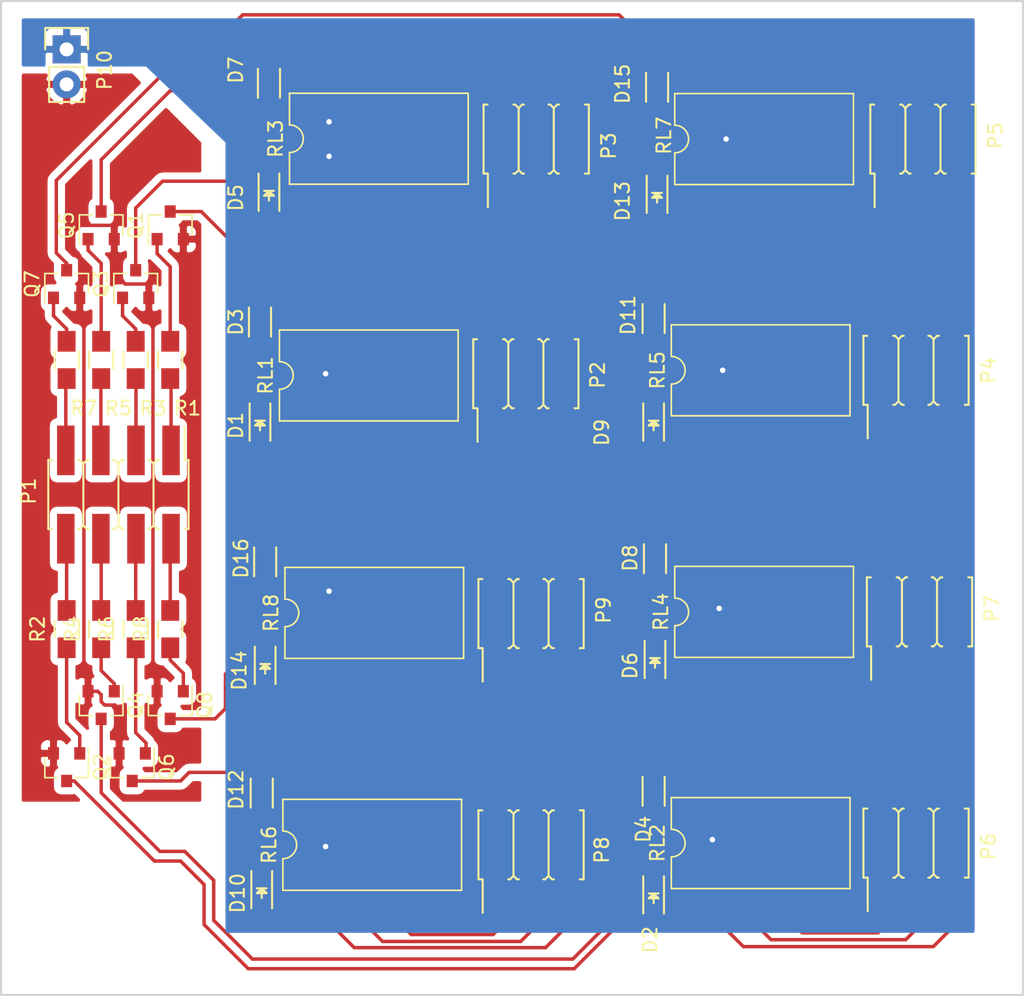
<source format=kicad_pcb>
(kicad_pcb (version 4) (host pcbnew 4.0.5)

  (general
    (links 120)
    (no_connects 1)
    (area 0 0 0 0)
    (thickness 1.6)
    (drawings 5)
    (tracks 487)
    (zones 0)
    (modules 50)
    (nets 75)
  )

  (page A4)
  (layers
    (0 F.Cu signal)
    (31 B.Cu signal)
    (32 B.Adhes user)
    (33 F.Adhes user)
    (34 B.Paste user)
    (35 F.Paste user)
    (36 B.SilkS user)
    (37 F.SilkS user)
    (38 B.Mask user)
    (39 F.Mask user)
    (40 Dwgs.User user)
    (41 Cmts.User user)
    (42 Eco1.User user)
    (43 Eco2.User user)
    (44 Edge.Cuts user)
    (45 Margin user)
    (46 B.CrtYd user)
    (47 F.CrtYd user)
    (48 B.Fab user)
    (49 F.Fab user)
  )

  (setup
    (last_trace_width 0.25)
    (trace_clearance 0.2)
    (zone_clearance 0.508)
    (zone_45_only no)
    (trace_min 0.2)
    (segment_width 0.2)
    (edge_width 0.15)
    (via_size 0.6)
    (via_drill 0.4)
    (via_min_size 0.4)
    (via_min_drill 0.3)
    (uvia_size 0.3)
    (uvia_drill 0.1)
    (uvias_allowed no)
    (uvia_min_size 0.2)
    (uvia_min_drill 0.1)
    (pcb_text_width 0.3)
    (pcb_text_size 1.5 1.5)
    (mod_edge_width 0.15)
    (mod_text_size 1 1)
    (mod_text_width 0.15)
    (pad_size 1.524 1.524)
    (pad_drill 0.762)
    (pad_to_mask_clearance 0.2)
    (aux_axis_origin 0 0)
    (visible_elements 7FFFFFFF)
    (pcbplotparams
      (layerselection 0x00030_80000001)
      (usegerberextensions false)
      (excludeedgelayer true)
      (linewidth 0.100000)
      (plotframeref false)
      (viasonmask false)
      (mode 1)
      (useauxorigin false)
      (hpglpennumber 1)
      (hpglpenspeed 20)
      (hpglpendiameter 15)
      (hpglpenoverlay 2)
      (psnegative false)
      (psa4output false)
      (plotreference true)
      (plotvalue true)
      (plotinvisibletext false)
      (padsonsilk false)
      (subtractmaskfromsilk false)
      (outputformat 1)
      (mirror false)
      (drillshape 1)
      (scaleselection 1)
      (outputdirectory ""))
  )

  (net 0 "")
  (net 1 "Net-(D1-Pad1)")
  (net 2 +5V)
  (net 3 "Net-(D2-Pad1)")
  (net 4 "Net-(D5-Pad1)")
  (net 5 "Net-(D6-Pad1)")
  (net 6 "Net-(D11-Pad2)")
  (net 7 "Net-(D10-Pad1)")
  (net 8 "Net-(D13-Pad1)")
  (net 9 "Net-(D14-Pad1)")
  (net 10 IN1)
  (net 11 IN8)
  (net 12 IN2)
  (net 13 IN7)
  (net 14 IN3)
  (net 15 IN6)
  (net 16 IN4)
  (net 17 IN5)
  (net 18 NC01)
  (net 19 NC02)
  (net 20 CM01)
  (net 21 CM02)
  (net 22 NO01)
  (net 23 NO02)
  (net 24 NC03)
  (net 25 NC04)
  (net 26 CM03)
  (net 27 CM04)
  (net 28 NO03)
  (net 29 NO04)
  (net 30 NC05)
  (net 31 NC06)
  (net 32 CM05)
  (net 33 CM06)
  (net 34 NO05)
  (net 35 NO06)
  (net 36 NC07)
  (net 37 NC08)
  (net 38 CM07)
  (net 39 CM08)
  (net 40 NO07)
  (net 41 NO08)
  (net 42 NC09)
  (net 43 NC10)
  (net 44 CM09)
  (net 45 CM10)
  (net 46 NO09)
  (net 47 NO10)
  (net 48 NC11)
  (net 49 NC12)
  (net 50 CM11)
  (net 51 CM12)
  (net 52 NO11)
  (net 53 NO12)
  (net 54 NC13)
  (net 55 NC14)
  (net 56 CM13)
  (net 57 CM14)
  (net 58 NO13)
  (net 59 NO14)
  (net 60 NC15)
  (net 61 NC16)
  (net 62 CM15)
  (net 63 CM16)
  (net 64 NO15)
  (net 65 NO16)
  (net 66 "Net-(Q1-Pad1)")
  (net 67 GND)
  (net 68 "Net-(Q2-Pad1)")
  (net 69 "Net-(Q3-Pad1)")
  (net 70 "Net-(Q4-Pad1)")
  (net 71 "Net-(Q5-Pad1)")
  (net 72 "Net-(Q6-Pad1)")
  (net 73 "Net-(Q7-Pad1)")
  (net 74 "Net-(Q8-Pad1)")

  (net_class Default "This is the default net class."
    (clearance 0.2)
    (trace_width 0.25)
    (via_dia 0.6)
    (via_drill 0.4)
    (uvia_dia 0.3)
    (uvia_drill 0.1)
    (add_net CM01)
    (add_net CM02)
    (add_net CM03)
    (add_net CM04)
    (add_net CM05)
    (add_net CM06)
    (add_net CM07)
    (add_net CM08)
    (add_net CM09)
    (add_net CM10)
    (add_net CM11)
    (add_net CM12)
    (add_net CM13)
    (add_net CM14)
    (add_net CM15)
    (add_net CM16)
    (add_net IN1)
    (add_net IN2)
    (add_net IN3)
    (add_net IN4)
    (add_net IN5)
    (add_net IN6)
    (add_net IN7)
    (add_net IN8)
    (add_net NC01)
    (add_net NC02)
    (add_net NC03)
    (add_net NC04)
    (add_net NC05)
    (add_net NC06)
    (add_net NC07)
    (add_net NC08)
    (add_net NC09)
    (add_net NC10)
    (add_net NC11)
    (add_net NC12)
    (add_net NC13)
    (add_net NC14)
    (add_net NC15)
    (add_net NC16)
    (add_net NO01)
    (add_net NO02)
    (add_net NO03)
    (add_net NO04)
    (add_net NO05)
    (add_net NO06)
    (add_net NO07)
    (add_net NO08)
    (add_net NO09)
    (add_net NO10)
    (add_net NO11)
    (add_net NO12)
    (add_net NO13)
    (add_net NO14)
    (add_net NO15)
    (add_net NO16)
    (add_net "Net-(D1-Pad1)")
    (add_net "Net-(D10-Pad1)")
    (add_net "Net-(D11-Pad2)")
    (add_net "Net-(D13-Pad1)")
    (add_net "Net-(D14-Pad1)")
    (add_net "Net-(D2-Pad1)")
    (add_net "Net-(D5-Pad1)")
    (add_net "Net-(D6-Pad1)")
    (add_net "Net-(Q1-Pad1)")
    (add_net "Net-(Q2-Pad1)")
    (add_net "Net-(Q3-Pad1)")
    (add_net "Net-(Q4-Pad1)")
    (add_net "Net-(Q5-Pad1)")
    (add_net "Net-(Q6-Pad1)")
    (add_net "Net-(Q7-Pad1)")
    (add_net "Net-(Q8-Pad1)")
  )

  (net_class +5V ""
    (clearance 0.5)
    (trace_width 0.4)
    (via_dia 0.6)
    (via_drill 0.4)
    (uvia_dia 0.3)
    (uvia_drill 0.1)
    (add_net +5V)
  )

  (net_class GND ""
    (clearance 0.5)
    (trace_width 0.4)
    (via_dia 0.6)
    (via_drill 0.4)
    (uvia_dia 0.3)
    (uvia_drill 0.1)
    (add_net GND)
  )

  (module TO_SOT_Packages_SMD:SOT-23 (layer F.Cu) (tedit 59658F8D) (tstamp 5964989A)
    (at 107.75 86.25 90)
    (descr "SOT-23, Standard")
    (tags SOT-23)
    (path /59646582)
    (attr smd)
    (fp_text reference Q1 (at 0 -2.5 90) (layer F.SilkS)
      (effects (font (size 1 1) (thickness 0.15)))
    )
    (fp_text value BC817-40 (at 0 2.5 90) (layer F.Fab) hide
      (effects (font (size 1 1) (thickness 0.15)))
    )
    (fp_line (start 0.76 1.58) (end 0.76 0.65) (layer F.SilkS) (width 0.12))
    (fp_line (start 0.76 -1.58) (end 0.76 -0.65) (layer F.SilkS) (width 0.12))
    (fp_line (start 0.7 -1.52) (end 0.7 1.52) (layer F.Fab) (width 0.15))
    (fp_line (start -0.7 1.52) (end 0.7 1.52) (layer F.Fab) (width 0.15))
    (fp_line (start -1.7 -1.75) (end 1.7 -1.75) (layer F.CrtYd) (width 0.05))
    (fp_line (start 1.7 -1.75) (end 1.7 1.75) (layer F.CrtYd) (width 0.05))
    (fp_line (start 1.7 1.75) (end -1.7 1.75) (layer F.CrtYd) (width 0.05))
    (fp_line (start -1.7 1.75) (end -1.7 -1.75) (layer F.CrtYd) (width 0.05))
    (fp_line (start 0.76 -1.58) (end -1.4 -1.58) (layer F.SilkS) (width 0.12))
    (fp_line (start -0.7 -1.52) (end 0.7 -1.52) (layer F.Fab) (width 0.15))
    (fp_line (start -0.7 -1.52) (end -0.7 1.52) (layer F.Fab) (width 0.15))
    (fp_line (start 0.76 1.58) (end -0.7 1.58) (layer F.SilkS) (width 0.12))
    (pad 1 smd rect (at -1 -0.95 90) (size 0.9 0.8) (layers F.Cu F.Paste F.Mask)
      (net 66 "Net-(Q1-Pad1)"))
    (pad 2 smd rect (at -1 0.95 90) (size 0.9 0.8) (layers F.Cu F.Paste F.Mask)
      (net 67 GND))
    (pad 3 smd rect (at 1 0 90) (size 0.9 0.8) (layers F.Cu F.Paste F.Mask)
      (net 1 "Net-(D1-Pad1)"))
    (model TO_SOT_Packages_SMD.3dshapes/SOT-23.wrl
      (at (xyz 0 0 0))
      (scale (xyz 1 1 1))
      (rotate (xyz 0 0 90))
    )
  )

  (module TO_SOT_Packages_SMD:SOT-23 (layer F.Cu) (tedit 5965BFD9) (tstamp 596498A1)
    (at 100.25 125.5 270)
    (descr "SOT-23, Standard")
    (tags SOT-23)
    (path /5964AF01)
    (attr smd)
    (fp_text reference Q2 (at 0 -2.5 270) (layer F.SilkS)
      (effects (font (size 1 1) (thickness 0.15)))
    )
    (fp_text value BC817-40 (at 0 2.5 270) (layer F.Fab) hide
      (effects (font (size 1 1) (thickness 0.15)))
    )
    (fp_line (start 0.76 1.58) (end 0.76 0.65) (layer F.SilkS) (width 0.12))
    (fp_line (start 0.76 -1.58) (end 0.76 -0.65) (layer F.SilkS) (width 0.12))
    (fp_line (start 0.7 -1.52) (end 0.7 1.52) (layer F.Fab) (width 0.15))
    (fp_line (start -0.7 1.52) (end 0.7 1.52) (layer F.Fab) (width 0.15))
    (fp_line (start -1.7 -1.75) (end 1.7 -1.75) (layer F.CrtYd) (width 0.05))
    (fp_line (start 1.7 -1.75) (end 1.7 1.75) (layer F.CrtYd) (width 0.05))
    (fp_line (start 1.7 1.75) (end -1.7 1.75) (layer F.CrtYd) (width 0.05))
    (fp_line (start -1.7 1.75) (end -1.7 -1.75) (layer F.CrtYd) (width 0.05))
    (fp_line (start 0.76 -1.58) (end -1.4 -1.58) (layer F.SilkS) (width 0.12))
    (fp_line (start -0.7 -1.52) (end 0.7 -1.52) (layer F.Fab) (width 0.15))
    (fp_line (start -0.7 -1.52) (end -0.7 1.52) (layer F.Fab) (width 0.15))
    (fp_line (start 0.76 1.58) (end -0.7 1.58) (layer F.SilkS) (width 0.12))
    (pad 1 smd rect (at -1 -0.95 270) (size 0.9 0.8) (layers F.Cu F.Paste F.Mask)
      (net 68 "Net-(Q2-Pad1)"))
    (pad 2 smd rect (at -1 0.95 270) (size 0.9 0.8) (layers F.Cu F.Paste F.Mask)
      (net 67 GND))
    (pad 3 smd rect (at 1 0 270) (size 0.9 0.8) (layers F.Cu F.Paste F.Mask)
      (net 3 "Net-(D2-Pad1)"))
    (model TO_SOT_Packages_SMD.3dshapes/SOT-23.wrl
      (at (xyz 0 0 0))
      (scale (xyz 1 1 1))
      (rotate (xyz 0 0 90))
    )
  )

  (module TO_SOT_Packages_SMD:SOT-23 (layer F.Cu) (tedit 59658F8A) (tstamp 596498A8)
    (at 105.25 90.5 90)
    (descr "SOT-23, Standard")
    (tags SOT-23)
    (path /59648D89)
    (attr smd)
    (fp_text reference Q3 (at 0 -2.5 90) (layer F.SilkS)
      (effects (font (size 1 1) (thickness 0.15)))
    )
    (fp_text value BC817-40 (at 0 2.5 90) (layer F.Fab) hide
      (effects (font (size 1 1) (thickness 0.15)))
    )
    (fp_line (start 0.76 1.58) (end 0.76 0.65) (layer F.SilkS) (width 0.12))
    (fp_line (start 0.76 -1.58) (end 0.76 -0.65) (layer F.SilkS) (width 0.12))
    (fp_line (start 0.7 -1.52) (end 0.7 1.52) (layer F.Fab) (width 0.15))
    (fp_line (start -0.7 1.52) (end 0.7 1.52) (layer F.Fab) (width 0.15))
    (fp_line (start -1.7 -1.75) (end 1.7 -1.75) (layer F.CrtYd) (width 0.05))
    (fp_line (start 1.7 -1.75) (end 1.7 1.75) (layer F.CrtYd) (width 0.05))
    (fp_line (start 1.7 1.75) (end -1.7 1.75) (layer F.CrtYd) (width 0.05))
    (fp_line (start -1.7 1.75) (end -1.7 -1.75) (layer F.CrtYd) (width 0.05))
    (fp_line (start 0.76 -1.58) (end -1.4 -1.58) (layer F.SilkS) (width 0.12))
    (fp_line (start -0.7 -1.52) (end 0.7 -1.52) (layer F.Fab) (width 0.15))
    (fp_line (start -0.7 -1.52) (end -0.7 1.52) (layer F.Fab) (width 0.15))
    (fp_line (start 0.76 1.58) (end -0.7 1.58) (layer F.SilkS) (width 0.12))
    (pad 1 smd rect (at -1 -0.95 90) (size 0.9 0.8) (layers F.Cu F.Paste F.Mask)
      (net 69 "Net-(Q3-Pad1)"))
    (pad 2 smd rect (at -1 0.95 90) (size 0.9 0.8) (layers F.Cu F.Paste F.Mask)
      (net 67 GND))
    (pad 3 smd rect (at 1 0 90) (size 0.9 0.8) (layers F.Cu F.Paste F.Mask)
      (net 4 "Net-(D5-Pad1)"))
    (model TO_SOT_Packages_SMD.3dshapes/SOT-23.wrl
      (at (xyz 0 0 0))
      (scale (xyz 1 1 1))
      (rotate (xyz 0 0 90))
    )
  )

  (module TO_SOT_Packages_SMD:SOT-23 (layer F.Cu) (tedit 5965BFDF) (tstamp 596498AF)
    (at 102.75 121 270)
    (descr "SOT-23, Standard")
    (tags SOT-23)
    (path /5964AF4D)
    (attr smd)
    (fp_text reference Q4 (at 0 -2.5 270) (layer F.SilkS)
      (effects (font (size 1 1) (thickness 0.15)))
    )
    (fp_text value BC817-40 (at 0 2.5 270) (layer F.Fab) hide
      (effects (font (size 1 1) (thickness 0.15)))
    )
    (fp_line (start 0.76 1.58) (end 0.76 0.65) (layer F.SilkS) (width 0.12))
    (fp_line (start 0.76 -1.58) (end 0.76 -0.65) (layer F.SilkS) (width 0.12))
    (fp_line (start 0.7 -1.52) (end 0.7 1.52) (layer F.Fab) (width 0.15))
    (fp_line (start -0.7 1.52) (end 0.7 1.52) (layer F.Fab) (width 0.15))
    (fp_line (start -1.7 -1.75) (end 1.7 -1.75) (layer F.CrtYd) (width 0.05))
    (fp_line (start 1.7 -1.75) (end 1.7 1.75) (layer F.CrtYd) (width 0.05))
    (fp_line (start 1.7 1.75) (end -1.7 1.75) (layer F.CrtYd) (width 0.05))
    (fp_line (start -1.7 1.75) (end -1.7 -1.75) (layer F.CrtYd) (width 0.05))
    (fp_line (start 0.76 -1.58) (end -1.4 -1.58) (layer F.SilkS) (width 0.12))
    (fp_line (start -0.7 -1.52) (end 0.7 -1.52) (layer F.Fab) (width 0.15))
    (fp_line (start -0.7 -1.52) (end -0.7 1.52) (layer F.Fab) (width 0.15))
    (fp_line (start 0.76 1.58) (end -0.7 1.58) (layer F.SilkS) (width 0.12))
    (pad 1 smd rect (at -1 -0.95 270) (size 0.9 0.8) (layers F.Cu F.Paste F.Mask)
      (net 70 "Net-(Q4-Pad1)"))
    (pad 2 smd rect (at -1 0.95 270) (size 0.9 0.8) (layers F.Cu F.Paste F.Mask)
      (net 67 GND))
    (pad 3 smd rect (at 1 0 270) (size 0.9 0.8) (layers F.Cu F.Paste F.Mask)
      (net 5 "Net-(D6-Pad1)"))
    (model TO_SOT_Packages_SMD.3dshapes/SOT-23.wrl
      (at (xyz 0 0 0))
      (scale (xyz 1 1 1))
      (rotate (xyz 0 0 90))
    )
  )

  (module TO_SOT_Packages_SMD:SOT-23 (layer F.Cu) (tedit 59658F90) (tstamp 596498B6)
    (at 102.75 86.25 90)
    (descr "SOT-23, Standard")
    (tags SOT-23)
    (path /5964AA1D)
    (attr smd)
    (fp_text reference Q5 (at 0 -2.5 90) (layer F.SilkS)
      (effects (font (size 1 1) (thickness 0.15)))
    )
    (fp_text value BC817-40 (at 0 2.5 90) (layer F.Fab) hide
      (effects (font (size 1 1) (thickness 0.15)))
    )
    (fp_line (start 0.76 1.58) (end 0.76 0.65) (layer F.SilkS) (width 0.12))
    (fp_line (start 0.76 -1.58) (end 0.76 -0.65) (layer F.SilkS) (width 0.12))
    (fp_line (start 0.7 -1.52) (end 0.7 1.52) (layer F.Fab) (width 0.15))
    (fp_line (start -0.7 1.52) (end 0.7 1.52) (layer F.Fab) (width 0.15))
    (fp_line (start -1.7 -1.75) (end 1.7 -1.75) (layer F.CrtYd) (width 0.05))
    (fp_line (start 1.7 -1.75) (end 1.7 1.75) (layer F.CrtYd) (width 0.05))
    (fp_line (start 1.7 1.75) (end -1.7 1.75) (layer F.CrtYd) (width 0.05))
    (fp_line (start -1.7 1.75) (end -1.7 -1.75) (layer F.CrtYd) (width 0.05))
    (fp_line (start 0.76 -1.58) (end -1.4 -1.58) (layer F.SilkS) (width 0.12))
    (fp_line (start -0.7 -1.52) (end 0.7 -1.52) (layer F.Fab) (width 0.15))
    (fp_line (start -0.7 -1.52) (end -0.7 1.52) (layer F.Fab) (width 0.15))
    (fp_line (start 0.76 1.58) (end -0.7 1.58) (layer F.SilkS) (width 0.12))
    (pad 1 smd rect (at -1 -0.95 90) (size 0.9 0.8) (layers F.Cu F.Paste F.Mask)
      (net 71 "Net-(Q5-Pad1)"))
    (pad 2 smd rect (at -1 0.95 90) (size 0.9 0.8) (layers F.Cu F.Paste F.Mask)
      (net 67 GND))
    (pad 3 smd rect (at 1 0 90) (size 0.9 0.8) (layers F.Cu F.Paste F.Mask)
      (net 6 "Net-(D11-Pad2)"))
    (model TO_SOT_Packages_SMD.3dshapes/SOT-23.wrl
      (at (xyz 0 0 0))
      (scale (xyz 1 1 1))
      (rotate (xyz 0 0 90))
    )
  )

  (module TO_SOT_Packages_SMD:SOT-23 (layer F.Cu) (tedit 5965BFDD) (tstamp 596498BD)
    (at 105 125.5 270)
    (descr "SOT-23, Standard")
    (tags SOT-23)
    (path /5964AF99)
    (attr smd)
    (fp_text reference Q6 (at 0 -2.5 270) (layer F.SilkS)
      (effects (font (size 1 1) (thickness 0.15)))
    )
    (fp_text value BC817-40 (at 0 2.5 270) (layer F.Fab) hide
      (effects (font (size 1 1) (thickness 0.15)))
    )
    (fp_line (start 0.76 1.58) (end 0.76 0.65) (layer F.SilkS) (width 0.12))
    (fp_line (start 0.76 -1.58) (end 0.76 -0.65) (layer F.SilkS) (width 0.12))
    (fp_line (start 0.7 -1.52) (end 0.7 1.52) (layer F.Fab) (width 0.15))
    (fp_line (start -0.7 1.52) (end 0.7 1.52) (layer F.Fab) (width 0.15))
    (fp_line (start -1.7 -1.75) (end 1.7 -1.75) (layer F.CrtYd) (width 0.05))
    (fp_line (start 1.7 -1.75) (end 1.7 1.75) (layer F.CrtYd) (width 0.05))
    (fp_line (start 1.7 1.75) (end -1.7 1.75) (layer F.CrtYd) (width 0.05))
    (fp_line (start -1.7 1.75) (end -1.7 -1.75) (layer F.CrtYd) (width 0.05))
    (fp_line (start 0.76 -1.58) (end -1.4 -1.58) (layer F.SilkS) (width 0.12))
    (fp_line (start -0.7 -1.52) (end 0.7 -1.52) (layer F.Fab) (width 0.15))
    (fp_line (start -0.7 -1.52) (end -0.7 1.52) (layer F.Fab) (width 0.15))
    (fp_line (start 0.76 1.58) (end -0.7 1.58) (layer F.SilkS) (width 0.12))
    (pad 1 smd rect (at -1 -0.95 270) (size 0.9 0.8) (layers F.Cu F.Paste F.Mask)
      (net 72 "Net-(Q6-Pad1)"))
    (pad 2 smd rect (at -1 0.95 270) (size 0.9 0.8) (layers F.Cu F.Paste F.Mask)
      (net 67 GND))
    (pad 3 smd rect (at 1 0 270) (size 0.9 0.8) (layers F.Cu F.Paste F.Mask)
      (net 7 "Net-(D10-Pad1)"))
    (model TO_SOT_Packages_SMD.3dshapes/SOT-23.wrl
      (at (xyz 0 0 0))
      (scale (xyz 1 1 1))
      (rotate (xyz 0 0 90))
    )
  )

  (module TO_SOT_Packages_SMD:SOT-23 (layer F.Cu) (tedit 583F39EB) (tstamp 596498C4)
    (at 100.25 90.5 90)
    (descr "SOT-23, Standard")
    (tags SOT-23)
    (path /5964AA69)
    (attr smd)
    (fp_text reference Q7 (at 0 -2.5 90) (layer F.SilkS)
      (effects (font (size 1 1) (thickness 0.15)))
    )
    (fp_text value BC817-40 (at 0 2.5 90) (layer F.Fab)
      (effects (font (size 1 1) (thickness 0.15)))
    )
    (fp_line (start 0.76 1.58) (end 0.76 0.65) (layer F.SilkS) (width 0.12))
    (fp_line (start 0.76 -1.58) (end 0.76 -0.65) (layer F.SilkS) (width 0.12))
    (fp_line (start 0.7 -1.52) (end 0.7 1.52) (layer F.Fab) (width 0.15))
    (fp_line (start -0.7 1.52) (end 0.7 1.52) (layer F.Fab) (width 0.15))
    (fp_line (start -1.7 -1.75) (end 1.7 -1.75) (layer F.CrtYd) (width 0.05))
    (fp_line (start 1.7 -1.75) (end 1.7 1.75) (layer F.CrtYd) (width 0.05))
    (fp_line (start 1.7 1.75) (end -1.7 1.75) (layer F.CrtYd) (width 0.05))
    (fp_line (start -1.7 1.75) (end -1.7 -1.75) (layer F.CrtYd) (width 0.05))
    (fp_line (start 0.76 -1.58) (end -1.4 -1.58) (layer F.SilkS) (width 0.12))
    (fp_line (start -0.7 -1.52) (end 0.7 -1.52) (layer F.Fab) (width 0.15))
    (fp_line (start -0.7 -1.52) (end -0.7 1.52) (layer F.Fab) (width 0.15))
    (fp_line (start 0.76 1.58) (end -0.7 1.58) (layer F.SilkS) (width 0.12))
    (pad 1 smd rect (at -1 -0.95 90) (size 0.9 0.8) (layers F.Cu F.Paste F.Mask)
      (net 73 "Net-(Q7-Pad1)"))
    (pad 2 smd rect (at -1 0.95 90) (size 0.9 0.8) (layers F.Cu F.Paste F.Mask)
      (net 67 GND))
    (pad 3 smd rect (at 1 0 90) (size 0.9 0.8) (layers F.Cu F.Paste F.Mask)
      (net 8 "Net-(D13-Pad1)"))
    (model TO_SOT_Packages_SMD.3dshapes/SOT-23.wrl
      (at (xyz 0 0 0))
      (scale (xyz 1 1 1))
      (rotate (xyz 0 0 90))
    )
  )

  (module TO_SOT_Packages_SMD:SOT-23 (layer F.Cu) (tedit 5965BFE2) (tstamp 596498CB)
    (at 107.75 121 270)
    (descr "SOT-23, Standard")
    (tags SOT-23)
    (path /5964AFE5)
    (attr smd)
    (fp_text reference Q8 (at 0 -2.5 270) (layer F.SilkS)
      (effects (font (size 1 1) (thickness 0.15)))
    )
    (fp_text value BC817-40 (at 0 2.5 270) (layer F.Fab) hide
      (effects (font (size 1 1) (thickness 0.15)))
    )
    (fp_line (start 0.76 1.58) (end 0.76 0.65) (layer F.SilkS) (width 0.12))
    (fp_line (start 0.76 -1.58) (end 0.76 -0.65) (layer F.SilkS) (width 0.12))
    (fp_line (start 0.7 -1.52) (end 0.7 1.52) (layer F.Fab) (width 0.15))
    (fp_line (start -0.7 1.52) (end 0.7 1.52) (layer F.Fab) (width 0.15))
    (fp_line (start -1.7 -1.75) (end 1.7 -1.75) (layer F.CrtYd) (width 0.05))
    (fp_line (start 1.7 -1.75) (end 1.7 1.75) (layer F.CrtYd) (width 0.05))
    (fp_line (start 1.7 1.75) (end -1.7 1.75) (layer F.CrtYd) (width 0.05))
    (fp_line (start -1.7 1.75) (end -1.7 -1.75) (layer F.CrtYd) (width 0.05))
    (fp_line (start 0.76 -1.58) (end -1.4 -1.58) (layer F.SilkS) (width 0.12))
    (fp_line (start -0.7 -1.52) (end 0.7 -1.52) (layer F.Fab) (width 0.15))
    (fp_line (start -0.7 -1.52) (end -0.7 1.52) (layer F.Fab) (width 0.15))
    (fp_line (start 0.76 1.58) (end -0.7 1.58) (layer F.SilkS) (width 0.12))
    (pad 1 smd rect (at -1 -0.95 270) (size 0.9 0.8) (layers F.Cu F.Paste F.Mask)
      (net 74 "Net-(Q8-Pad1)"))
    (pad 2 smd rect (at -1 0.95 270) (size 0.9 0.8) (layers F.Cu F.Paste F.Mask)
      (net 67 GND))
    (pad 3 smd rect (at 1 0 270) (size 0.9 0.8) (layers F.Cu F.Paste F.Mask)
      (net 9 "Net-(D14-Pad1)"))
    (model TO_SOT_Packages_SMD.3dshapes/SOT-23.wrl
      (at (xyz 0 0 0))
      (scale (xyz 1 1 1))
      (rotate (xyz 0 0 90))
    )
  )

  (module LEDs:LED_0805 (layer F.Cu) (tedit 5965AB3B) (tstamp 59649BE4)
    (at 114.25 100.75 270)
    (descr "LED 0805 smd package")
    (tags "LED 0805 SMD")
    (path /596462BA)
    (attr smd)
    (fp_text reference D1 (at 0 1.75 450) (layer F.SilkS)
      (effects (font (size 1 1) (thickness 0.15)))
    )
    (fp_text value GenericGreen (at -6.1 1.7 270) (layer F.Fab) hide
      (effects (font (size 1 1) (thickness 0.15)))
    )
    (fp_line (start -0.4 -0.3) (end -0.4 0.3) (layer F.Fab) (width 0.15))
    (fp_line (start -0.3 0) (end 0 -0.3) (layer F.Fab) (width 0.15))
    (fp_line (start 0 0.3) (end -0.3 0) (layer F.Fab) (width 0.15))
    (fp_line (start 0 -0.3) (end 0 0.3) (layer F.Fab) (width 0.15))
    (fp_line (start 1 -0.6) (end -1 -0.6) (layer F.Fab) (width 0.15))
    (fp_line (start 1 0.6) (end 1 -0.6) (layer F.Fab) (width 0.15))
    (fp_line (start -1 0.6) (end 1 0.6) (layer F.Fab) (width 0.15))
    (fp_line (start -1 -0.6) (end -1 0.6) (layer F.Fab) (width 0.15))
    (fp_line (start -1.6 0.75) (end 1.1 0.75) (layer F.SilkS) (width 0.15))
    (fp_line (start -1.6 -0.75) (end 1.1 -0.75) (layer F.SilkS) (width 0.15))
    (fp_line (start -0.1 0.15) (end -0.1 -0.1) (layer F.SilkS) (width 0.15))
    (fp_line (start -0.1 -0.1) (end -0.25 0.05) (layer F.SilkS) (width 0.15))
    (fp_line (start -0.35 -0.35) (end -0.35 0.35) (layer F.SilkS) (width 0.15))
    (fp_line (start 0 0) (end 0.35 0) (layer F.SilkS) (width 0.15))
    (fp_line (start -0.35 0) (end 0 -0.35) (layer F.SilkS) (width 0.15))
    (fp_line (start 0 -0.35) (end 0 0.35) (layer F.SilkS) (width 0.15))
    (fp_line (start 0 0.35) (end -0.35 0) (layer F.SilkS) (width 0.15))
    (fp_line (start 1.9 -0.95) (end 1.9 0.95) (layer F.CrtYd) (width 0.05))
    (fp_line (start 1.9 0.95) (end -1.9 0.95) (layer F.CrtYd) (width 0.05))
    (fp_line (start -1.9 0.95) (end -1.9 -0.95) (layer F.CrtYd) (width 0.05))
    (fp_line (start -1.9 -0.95) (end 1.9 -0.95) (layer F.CrtYd) (width 0.05))
    (pad 2 smd rect (at 1.04902 0 90) (size 1.19888 1.19888) (layers F.Cu F.Paste F.Mask)
      (net 2 +5V))
    (pad 1 smd rect (at -1.04902 0 90) (size 1.19888 1.19888) (layers F.Cu F.Paste F.Mask)
      (net 1 "Net-(D1-Pad1)"))
    (model LEDs.3dshapes/LED_0805.wrl
      (at (xyz 0 0 0))
      (scale (xyz 1 1 1))
      (rotate (xyz 0 0 0))
    )
  )

  (module LEDs:LED_0805 (layer F.Cu) (tedit 5965963F) (tstamp 59649BE9)
    (at 142.75 135 270)
    (descr "LED 0805 smd package")
    (tags "LED 0805 SMD")
    (path /5964AEFB)
    (attr smd)
    (fp_text reference D2 (at 3 0.25 270) (layer F.SilkS)
      (effects (font (size 1 1) (thickness 0.15)))
    )
    (fp_text value GenericGreen (at -6.25 2 270) (layer F.Fab) hide
      (effects (font (size 1 1) (thickness 0.15)))
    )
    (fp_line (start -0.4 -0.3) (end -0.4 0.3) (layer F.Fab) (width 0.15))
    (fp_line (start -0.3 0) (end 0 -0.3) (layer F.Fab) (width 0.15))
    (fp_line (start 0 0.3) (end -0.3 0) (layer F.Fab) (width 0.15))
    (fp_line (start 0 -0.3) (end 0 0.3) (layer F.Fab) (width 0.15))
    (fp_line (start 1 -0.6) (end -1 -0.6) (layer F.Fab) (width 0.15))
    (fp_line (start 1 0.6) (end 1 -0.6) (layer F.Fab) (width 0.15))
    (fp_line (start -1 0.6) (end 1 0.6) (layer F.Fab) (width 0.15))
    (fp_line (start -1 -0.6) (end -1 0.6) (layer F.Fab) (width 0.15))
    (fp_line (start -1.6 0.75) (end 1.1 0.75) (layer F.SilkS) (width 0.15))
    (fp_line (start -1.6 -0.75) (end 1.1 -0.75) (layer F.SilkS) (width 0.15))
    (fp_line (start -0.1 0.15) (end -0.1 -0.1) (layer F.SilkS) (width 0.15))
    (fp_line (start -0.1 -0.1) (end -0.25 0.05) (layer F.SilkS) (width 0.15))
    (fp_line (start -0.35 -0.35) (end -0.35 0.35) (layer F.SilkS) (width 0.15))
    (fp_line (start 0 0) (end 0.35 0) (layer F.SilkS) (width 0.15))
    (fp_line (start -0.35 0) (end 0 -0.35) (layer F.SilkS) (width 0.15))
    (fp_line (start 0 -0.35) (end 0 0.35) (layer F.SilkS) (width 0.15))
    (fp_line (start 0 0.35) (end -0.35 0) (layer F.SilkS) (width 0.15))
    (fp_line (start 1.9 -0.95) (end 1.9 0.95) (layer F.CrtYd) (width 0.05))
    (fp_line (start 1.9 0.95) (end -1.9 0.95) (layer F.CrtYd) (width 0.05))
    (fp_line (start -1.9 0.95) (end -1.9 -0.95) (layer F.CrtYd) (width 0.05))
    (fp_line (start -1.9 -0.95) (end 1.9 -0.95) (layer F.CrtYd) (width 0.05))
    (pad 2 smd rect (at 1.04902 0 90) (size 1.19888 1.19888) (layers F.Cu F.Paste F.Mask)
      (net 2 +5V))
    (pad 1 smd rect (at -1.04902 0 90) (size 1.19888 1.19888) (layers F.Cu F.Paste F.Mask)
      (net 3 "Net-(D2-Pad1)"))
    (model LEDs.3dshapes/LED_0805.wrl
      (at (xyz 0 0 0))
      (scale (xyz 1 1 1))
      (rotate (xyz 0 0 0))
    )
  )

  (module Diodes_SMD:SOD-323_HandSoldering (layer F.Cu) (tedit 5965AB45) (tstamp 59649BEE)
    (at 114.25 93 90)
    (descr SOD-323)
    (tags SOD-323)
    (path /59646AE6)
    (attr smd)
    (fp_text reference D3 (at -0.25 -1.75 90) (layer F.SilkS)
      (effects (font (size 1 1) (thickness 0.15)))
    )
    (fp_text value 1N4148 (at 4.2 -1.7 90) (layer F.Fab) hide
      (effects (font (size 1 1) (thickness 0.15)))
    )
    (fp_line (start 0.2 0) (end 0.45 0) (layer F.Fab) (width 0.15))
    (fp_line (start 0.2 0.35) (end -0.3 0) (layer F.Fab) (width 0.15))
    (fp_line (start 0.2 -0.35) (end 0.2 0.35) (layer F.Fab) (width 0.15))
    (fp_line (start -0.3 0) (end 0.2 -0.35) (layer F.Fab) (width 0.15))
    (fp_line (start -0.3 0) (end -0.5 0) (layer F.Fab) (width 0.15))
    (fp_line (start -0.3 -0.35) (end -0.3 0.35) (layer F.Fab) (width 0.15))
    (fp_line (start -0.85 0.65) (end -0.85 -0.65) (layer F.Fab) (width 0.15))
    (fp_line (start 0.85 0.65) (end -0.85 0.65) (layer F.Fab) (width 0.15))
    (fp_line (start 0.85 -0.65) (end 0.85 0.65) (layer F.Fab) (width 0.15))
    (fp_line (start -0.85 -0.65) (end 0.85 -0.65) (layer F.Fab) (width 0.15))
    (fp_line (start -1.9 -0.95) (end 1.9 -0.95) (layer F.CrtYd) (width 0.05))
    (fp_line (start 1.9 -0.95) (end 1.9 0.95) (layer F.CrtYd) (width 0.05))
    (fp_line (start -1.9 0.95) (end 1.9 0.95) (layer F.CrtYd) (width 0.05))
    (fp_line (start -1.9 -0.95) (end -1.9 0.95) (layer F.CrtYd) (width 0.05))
    (fp_line (start -1.3 0.8) (end 0.8 0.8) (layer F.SilkS) (width 0.15))
    (fp_line (start -1.3 -0.8) (end 0.8 -0.8) (layer F.SilkS) (width 0.15))
    (pad 1 smd rect (at -1.25 0 90) (size 1 1) (layers F.Cu F.Paste F.Mask)
      (net 2 +5V))
    (pad 2 smd rect (at 1.25 0 90) (size 1 1) (layers F.Cu F.Paste F.Mask)
      (net 1 "Net-(D1-Pad1)"))
    (model Diodes_SMD.3dshapes/SOD-323.wrl
      (at (xyz 0 0 0))
      (scale (xyz 1 1 1))
      (rotate (xyz 0 0 180))
    )
  )

  (module Diodes_SMD:SOD-323_HandSoldering (layer F.Cu) (tedit 5965963B) (tstamp 59649BF3)
    (at 142.75 127 90)
    (descr SOD-323)
    (tags SOD-323)
    (path /5964AF0D)
    (attr smd)
    (fp_text reference D4 (at -3 -0.75 90) (layer F.SilkS)
      (effects (font (size 1 1) (thickness 0.15)))
    )
    (fp_text value 1N4148 (at 4.5 -1.75 90) (layer F.Fab) hide
      (effects (font (size 1 1) (thickness 0.15)))
    )
    (fp_line (start 0.2 0) (end 0.45 0) (layer F.Fab) (width 0.15))
    (fp_line (start 0.2 0.35) (end -0.3 0) (layer F.Fab) (width 0.15))
    (fp_line (start 0.2 -0.35) (end 0.2 0.35) (layer F.Fab) (width 0.15))
    (fp_line (start -0.3 0) (end 0.2 -0.35) (layer F.Fab) (width 0.15))
    (fp_line (start -0.3 0) (end -0.5 0) (layer F.Fab) (width 0.15))
    (fp_line (start -0.3 -0.35) (end -0.3 0.35) (layer F.Fab) (width 0.15))
    (fp_line (start -0.85 0.65) (end -0.85 -0.65) (layer F.Fab) (width 0.15))
    (fp_line (start 0.85 0.65) (end -0.85 0.65) (layer F.Fab) (width 0.15))
    (fp_line (start 0.85 -0.65) (end 0.85 0.65) (layer F.Fab) (width 0.15))
    (fp_line (start -0.85 -0.65) (end 0.85 -0.65) (layer F.Fab) (width 0.15))
    (fp_line (start -1.9 -0.95) (end 1.9 -0.95) (layer F.CrtYd) (width 0.05))
    (fp_line (start 1.9 -0.95) (end 1.9 0.95) (layer F.CrtYd) (width 0.05))
    (fp_line (start -1.9 0.95) (end 1.9 0.95) (layer F.CrtYd) (width 0.05))
    (fp_line (start -1.9 -0.95) (end -1.9 0.95) (layer F.CrtYd) (width 0.05))
    (fp_line (start -1.3 0.8) (end 0.8 0.8) (layer F.SilkS) (width 0.15))
    (fp_line (start -1.3 -0.8) (end 0.8 -0.8) (layer F.SilkS) (width 0.15))
    (pad 1 smd rect (at -1.25 0 90) (size 1 1) (layers F.Cu F.Paste F.Mask)
      (net 2 +5V))
    (pad 2 smd rect (at 1.25 0 90) (size 1 1) (layers F.Cu F.Paste F.Mask)
      (net 3 "Net-(D2-Pad1)"))
    (model Diodes_SMD.3dshapes/SOD-323.wrl
      (at (xyz 0 0 0))
      (scale (xyz 1 1 1))
      (rotate (xyz 0 0 180))
    )
  )

  (module LEDs:LED_0805 (layer F.Cu) (tedit 59659D7E) (tstamp 59649BF8)
    (at 114.9 84.1 270)
    (descr "LED 0805 smd package")
    (tags "LED 0805 SMD")
    (path /59648D83)
    (attr smd)
    (fp_text reference D5 (at 0.15 2.4 270) (layer F.SilkS)
      (effects (font (size 1 1) (thickness 0.15)))
    )
    (fp_text value GenericGreen (at -7 0 270) (layer F.Fab) hide
      (effects (font (size 1 1) (thickness 0.15)))
    )
    (fp_line (start -0.4 -0.3) (end -0.4 0.3) (layer F.Fab) (width 0.15))
    (fp_line (start -0.3 0) (end 0 -0.3) (layer F.Fab) (width 0.15))
    (fp_line (start 0 0.3) (end -0.3 0) (layer F.Fab) (width 0.15))
    (fp_line (start 0 -0.3) (end 0 0.3) (layer F.Fab) (width 0.15))
    (fp_line (start 1 -0.6) (end -1 -0.6) (layer F.Fab) (width 0.15))
    (fp_line (start 1 0.6) (end 1 -0.6) (layer F.Fab) (width 0.15))
    (fp_line (start -1 0.6) (end 1 0.6) (layer F.Fab) (width 0.15))
    (fp_line (start -1 -0.6) (end -1 0.6) (layer F.Fab) (width 0.15))
    (fp_line (start -1.6 0.75) (end 1.1 0.75) (layer F.SilkS) (width 0.15))
    (fp_line (start -1.6 -0.75) (end 1.1 -0.75) (layer F.SilkS) (width 0.15))
    (fp_line (start -0.1 0.15) (end -0.1 -0.1) (layer F.SilkS) (width 0.15))
    (fp_line (start -0.1 -0.1) (end -0.25 0.05) (layer F.SilkS) (width 0.15))
    (fp_line (start -0.35 -0.35) (end -0.35 0.35) (layer F.SilkS) (width 0.15))
    (fp_line (start 0 0) (end 0.35 0) (layer F.SilkS) (width 0.15))
    (fp_line (start -0.35 0) (end 0 -0.35) (layer F.SilkS) (width 0.15))
    (fp_line (start 0 -0.35) (end 0 0.35) (layer F.SilkS) (width 0.15))
    (fp_line (start 0 0.35) (end -0.35 0) (layer F.SilkS) (width 0.15))
    (fp_line (start 1.9 -0.95) (end 1.9 0.95) (layer F.CrtYd) (width 0.05))
    (fp_line (start 1.9 0.95) (end -1.9 0.95) (layer F.CrtYd) (width 0.05))
    (fp_line (start -1.9 0.95) (end -1.9 -0.95) (layer F.CrtYd) (width 0.05))
    (fp_line (start -1.9 -0.95) (end 1.9 -0.95) (layer F.CrtYd) (width 0.05))
    (pad 2 smd rect (at 1.04902 0 90) (size 1.19888 1.19888) (layers F.Cu F.Paste F.Mask)
      (net 2 +5V))
    (pad 1 smd rect (at -1.04902 0 90) (size 1.19888 1.19888) (layers F.Cu F.Paste F.Mask)
      (net 4 "Net-(D5-Pad1)"))
    (model LEDs.3dshapes/LED_0805.wrl
      (at (xyz 0 0 0))
      (scale (xyz 1 1 1))
      (rotate (xyz 0 0 0))
    )
  )

  (module LEDs:LED_0805 (layer F.Cu) (tedit 5965BB02) (tstamp 59649BFD)
    (at 142.85 117.95 270)
    (descr "LED 0805 smd package")
    (tags "LED 0805 SMD")
    (path /5964AF47)
    (attr smd)
    (fp_text reference D6 (at 0.2 1.8 270) (layer F.SilkS)
      (effects (font (size 1 1) (thickness 0.15)))
    )
    (fp_text value GenericGreen (at -4.25 -0.25 270) (layer F.Fab) hide
      (effects (font (size 1 1) (thickness 0.15)))
    )
    (fp_line (start -0.4 -0.3) (end -0.4 0.3) (layer F.Fab) (width 0.15))
    (fp_line (start -0.3 0) (end 0 -0.3) (layer F.Fab) (width 0.15))
    (fp_line (start 0 0.3) (end -0.3 0) (layer F.Fab) (width 0.15))
    (fp_line (start 0 -0.3) (end 0 0.3) (layer F.Fab) (width 0.15))
    (fp_line (start 1 -0.6) (end -1 -0.6) (layer F.Fab) (width 0.15))
    (fp_line (start 1 0.6) (end 1 -0.6) (layer F.Fab) (width 0.15))
    (fp_line (start -1 0.6) (end 1 0.6) (layer F.Fab) (width 0.15))
    (fp_line (start -1 -0.6) (end -1 0.6) (layer F.Fab) (width 0.15))
    (fp_line (start -1.6 0.75) (end 1.1 0.75) (layer F.SilkS) (width 0.15))
    (fp_line (start -1.6 -0.75) (end 1.1 -0.75) (layer F.SilkS) (width 0.15))
    (fp_line (start -0.1 0.15) (end -0.1 -0.1) (layer F.SilkS) (width 0.15))
    (fp_line (start -0.1 -0.1) (end -0.25 0.05) (layer F.SilkS) (width 0.15))
    (fp_line (start -0.35 -0.35) (end -0.35 0.35) (layer F.SilkS) (width 0.15))
    (fp_line (start 0 0) (end 0.35 0) (layer F.SilkS) (width 0.15))
    (fp_line (start -0.35 0) (end 0 -0.35) (layer F.SilkS) (width 0.15))
    (fp_line (start 0 -0.35) (end 0 0.35) (layer F.SilkS) (width 0.15))
    (fp_line (start 0 0.35) (end -0.35 0) (layer F.SilkS) (width 0.15))
    (fp_line (start 1.9 -0.95) (end 1.9 0.95) (layer F.CrtYd) (width 0.05))
    (fp_line (start 1.9 0.95) (end -1.9 0.95) (layer F.CrtYd) (width 0.05))
    (fp_line (start -1.9 0.95) (end -1.9 -0.95) (layer F.CrtYd) (width 0.05))
    (fp_line (start -1.9 -0.95) (end 1.9 -0.95) (layer F.CrtYd) (width 0.05))
    (pad 2 smd rect (at 1.04902 0 90) (size 1.19888 1.19888) (layers F.Cu F.Paste F.Mask)
      (net 2 +5V))
    (pad 1 smd rect (at -1.04902 0 90) (size 1.19888 1.19888) (layers F.Cu F.Paste F.Mask)
      (net 5 "Net-(D6-Pad1)"))
    (model LEDs.3dshapes/LED_0805.wrl
      (at (xyz 0 0 0))
      (scale (xyz 1 1 1))
      (rotate (xyz 0 0 0))
    )
  )

  (module Diodes_SMD:SOD-323_HandSoldering (layer F.Cu) (tedit 59659D7B) (tstamp 59649C02)
    (at 114.9 75.7 90)
    (descr SOD-323)
    (tags SOD-323)
    (path /59648D95)
    (attr smd)
    (fp_text reference D7 (at 0.7 -2.4 90) (layer F.SilkS)
      (effects (font (size 1 1) (thickness 0.15)))
    )
    (fp_text value 1N4148 (at 0.1 1.9 90) (layer F.Fab)
      (effects (font (size 1 1) (thickness 0.15)))
    )
    (fp_line (start 0.2 0) (end 0.45 0) (layer F.Fab) (width 0.15))
    (fp_line (start 0.2 0.35) (end -0.3 0) (layer F.Fab) (width 0.15))
    (fp_line (start 0.2 -0.35) (end 0.2 0.35) (layer F.Fab) (width 0.15))
    (fp_line (start -0.3 0) (end 0.2 -0.35) (layer F.Fab) (width 0.15))
    (fp_line (start -0.3 0) (end -0.5 0) (layer F.Fab) (width 0.15))
    (fp_line (start -0.3 -0.35) (end -0.3 0.35) (layer F.Fab) (width 0.15))
    (fp_line (start -0.85 0.65) (end -0.85 -0.65) (layer F.Fab) (width 0.15))
    (fp_line (start 0.85 0.65) (end -0.85 0.65) (layer F.Fab) (width 0.15))
    (fp_line (start 0.85 -0.65) (end 0.85 0.65) (layer F.Fab) (width 0.15))
    (fp_line (start -0.85 -0.65) (end 0.85 -0.65) (layer F.Fab) (width 0.15))
    (fp_line (start -1.9 -0.95) (end 1.9 -0.95) (layer F.CrtYd) (width 0.05))
    (fp_line (start 1.9 -0.95) (end 1.9 0.95) (layer F.CrtYd) (width 0.05))
    (fp_line (start -1.9 0.95) (end 1.9 0.95) (layer F.CrtYd) (width 0.05))
    (fp_line (start -1.9 -0.95) (end -1.9 0.95) (layer F.CrtYd) (width 0.05))
    (fp_line (start -1.3 0.8) (end 0.8 0.8) (layer F.SilkS) (width 0.15))
    (fp_line (start -1.3 -0.8) (end 0.8 -0.8) (layer F.SilkS) (width 0.15))
    (pad 1 smd rect (at -1.25 0 90) (size 1 1) (layers F.Cu F.Paste F.Mask)
      (net 2 +5V))
    (pad 2 smd rect (at 1.25 0 90) (size 1 1) (layers F.Cu F.Paste F.Mask)
      (net 4 "Net-(D5-Pad1)"))
    (model Diodes_SMD.3dshapes/SOD-323.wrl
      (at (xyz 0 0 0))
      (scale (xyz 1 1 1))
      (rotate (xyz 0 0 180))
    )
  )

  (module Diodes_SMD:SOD-323_HandSoldering (layer F.Cu) (tedit 5965BAEB) (tstamp 59649C07)
    (at 142.85 110.15 90)
    (descr SOD-323)
    (tags SOD-323)
    (path /5964AF59)
    (attr smd)
    (fp_text reference D8 (at -0.2 -1.8 90) (layer F.SilkS)
      (effects (font (size 1 1) (thickness 0.15)))
    )
    (fp_text value 1N4148 (at 5 0 90) (layer F.Fab) hide
      (effects (font (size 1 1) (thickness 0.15)))
    )
    (fp_line (start 0.2 0) (end 0.45 0) (layer F.Fab) (width 0.15))
    (fp_line (start 0.2 0.35) (end -0.3 0) (layer F.Fab) (width 0.15))
    (fp_line (start 0.2 -0.35) (end 0.2 0.35) (layer F.Fab) (width 0.15))
    (fp_line (start -0.3 0) (end 0.2 -0.35) (layer F.Fab) (width 0.15))
    (fp_line (start -0.3 0) (end -0.5 0) (layer F.Fab) (width 0.15))
    (fp_line (start -0.3 -0.35) (end -0.3 0.35) (layer F.Fab) (width 0.15))
    (fp_line (start -0.85 0.65) (end -0.85 -0.65) (layer F.Fab) (width 0.15))
    (fp_line (start 0.85 0.65) (end -0.85 0.65) (layer F.Fab) (width 0.15))
    (fp_line (start 0.85 -0.65) (end 0.85 0.65) (layer F.Fab) (width 0.15))
    (fp_line (start -0.85 -0.65) (end 0.85 -0.65) (layer F.Fab) (width 0.15))
    (fp_line (start -1.9 -0.95) (end 1.9 -0.95) (layer F.CrtYd) (width 0.05))
    (fp_line (start 1.9 -0.95) (end 1.9 0.95) (layer F.CrtYd) (width 0.05))
    (fp_line (start -1.9 0.95) (end 1.9 0.95) (layer F.CrtYd) (width 0.05))
    (fp_line (start -1.9 -0.95) (end -1.9 0.95) (layer F.CrtYd) (width 0.05))
    (fp_line (start -1.3 0.8) (end 0.8 0.8) (layer F.SilkS) (width 0.15))
    (fp_line (start -1.3 -0.8) (end 0.8 -0.8) (layer F.SilkS) (width 0.15))
    (pad 1 smd rect (at -1.25 0 90) (size 1 1) (layers F.Cu F.Paste F.Mask)
      (net 2 +5V))
    (pad 2 smd rect (at 1.25 0 90) (size 1 1) (layers F.Cu F.Paste F.Mask)
      (net 5 "Net-(D6-Pad1)"))
    (model Diodes_SMD.3dshapes/SOD-323.wrl
      (at (xyz 0 0 0))
      (scale (xyz 1 1 1))
      (rotate (xyz 0 0 180))
    )
  )

  (module LEDs:LED_0805 (layer F.Cu) (tedit 5965A422) (tstamp 59649C0C)
    (at 142.75 100.75 270)
    (descr "LED 0805 smd package")
    (tags "LED 0805 SMD")
    (path /5964AA17)
    (attr smd)
    (fp_text reference D9 (at 0.5 3.75 270) (layer F.SilkS)
      (effects (font (size 1 1) (thickness 0.15)))
    )
    (fp_text value GenericGreen (at 0 1.75 270) (layer F.Fab) hide
      (effects (font (size 1 1) (thickness 0.15)))
    )
    (fp_line (start -0.4 -0.3) (end -0.4 0.3) (layer F.Fab) (width 0.15))
    (fp_line (start -0.3 0) (end 0 -0.3) (layer F.Fab) (width 0.15))
    (fp_line (start 0 0.3) (end -0.3 0) (layer F.Fab) (width 0.15))
    (fp_line (start 0 -0.3) (end 0 0.3) (layer F.Fab) (width 0.15))
    (fp_line (start 1 -0.6) (end -1 -0.6) (layer F.Fab) (width 0.15))
    (fp_line (start 1 0.6) (end 1 -0.6) (layer F.Fab) (width 0.15))
    (fp_line (start -1 0.6) (end 1 0.6) (layer F.Fab) (width 0.15))
    (fp_line (start -1 -0.6) (end -1 0.6) (layer F.Fab) (width 0.15))
    (fp_line (start -1.6 0.75) (end 1.1 0.75) (layer F.SilkS) (width 0.15))
    (fp_line (start -1.6 -0.75) (end 1.1 -0.75) (layer F.SilkS) (width 0.15))
    (fp_line (start -0.1 0.15) (end -0.1 -0.1) (layer F.SilkS) (width 0.15))
    (fp_line (start -0.1 -0.1) (end -0.25 0.05) (layer F.SilkS) (width 0.15))
    (fp_line (start -0.35 -0.35) (end -0.35 0.35) (layer F.SilkS) (width 0.15))
    (fp_line (start 0 0) (end 0.35 0) (layer F.SilkS) (width 0.15))
    (fp_line (start -0.35 0) (end 0 -0.35) (layer F.SilkS) (width 0.15))
    (fp_line (start 0 -0.35) (end 0 0.35) (layer F.SilkS) (width 0.15))
    (fp_line (start 0 0.35) (end -0.35 0) (layer F.SilkS) (width 0.15))
    (fp_line (start 1.9 -0.95) (end 1.9 0.95) (layer F.CrtYd) (width 0.05))
    (fp_line (start 1.9 0.95) (end -1.9 0.95) (layer F.CrtYd) (width 0.05))
    (fp_line (start -1.9 0.95) (end -1.9 -0.95) (layer F.CrtYd) (width 0.05))
    (fp_line (start -1.9 -0.95) (end 1.9 -0.95) (layer F.CrtYd) (width 0.05))
    (pad 2 smd rect (at 1.04902 0 90) (size 1.19888 1.19888) (layers F.Cu F.Paste F.Mask)
      (net 2 +5V))
    (pad 1 smd rect (at -1.04902 0 90) (size 1.19888 1.19888) (layers F.Cu F.Paste F.Mask)
      (net 6 "Net-(D11-Pad2)"))
    (model LEDs.3dshapes/LED_0805.wrl
      (at (xyz 0 0 0))
      (scale (xyz 1 1 1))
      (rotate (xyz 0 0 0))
    )
  )

  (module LEDs:LED_0805 (layer F.Cu) (tedit 5965AE6B) (tstamp 59649C11)
    (at 114.375 134.625 270)
    (descr "LED 0805 smd package")
    (tags "LED 0805 SMD")
    (path /5964AF93)
    (attr smd)
    (fp_text reference D10 (at 0 1.75 270) (layer F.SilkS)
      (effects (font (size 1 1) (thickness 0.15)))
    )
    (fp_text value GenericGreen (at 0 1.75 270) (layer F.Fab) hide
      (effects (font (size 1 1) (thickness 0.15)))
    )
    (fp_line (start -0.4 -0.3) (end -0.4 0.3) (layer F.Fab) (width 0.15))
    (fp_line (start -0.3 0) (end 0 -0.3) (layer F.Fab) (width 0.15))
    (fp_line (start 0 0.3) (end -0.3 0) (layer F.Fab) (width 0.15))
    (fp_line (start 0 -0.3) (end 0 0.3) (layer F.Fab) (width 0.15))
    (fp_line (start 1 -0.6) (end -1 -0.6) (layer F.Fab) (width 0.15))
    (fp_line (start 1 0.6) (end 1 -0.6) (layer F.Fab) (width 0.15))
    (fp_line (start -1 0.6) (end 1 0.6) (layer F.Fab) (width 0.15))
    (fp_line (start -1 -0.6) (end -1 0.6) (layer F.Fab) (width 0.15))
    (fp_line (start -1.6 0.75) (end 1.1 0.75) (layer F.SilkS) (width 0.15))
    (fp_line (start -1.6 -0.75) (end 1.1 -0.75) (layer F.SilkS) (width 0.15))
    (fp_line (start -0.1 0.15) (end -0.1 -0.1) (layer F.SilkS) (width 0.15))
    (fp_line (start -0.1 -0.1) (end -0.25 0.05) (layer F.SilkS) (width 0.15))
    (fp_line (start -0.35 -0.35) (end -0.35 0.35) (layer F.SilkS) (width 0.15))
    (fp_line (start 0 0) (end 0.35 0) (layer F.SilkS) (width 0.15))
    (fp_line (start -0.35 0) (end 0 -0.35) (layer F.SilkS) (width 0.15))
    (fp_line (start 0 -0.35) (end 0 0.35) (layer F.SilkS) (width 0.15))
    (fp_line (start 0 0.35) (end -0.35 0) (layer F.SilkS) (width 0.15))
    (fp_line (start 1.9 -0.95) (end 1.9 0.95) (layer F.CrtYd) (width 0.05))
    (fp_line (start 1.9 0.95) (end -1.9 0.95) (layer F.CrtYd) (width 0.05))
    (fp_line (start -1.9 0.95) (end -1.9 -0.95) (layer F.CrtYd) (width 0.05))
    (fp_line (start -1.9 -0.95) (end 1.9 -0.95) (layer F.CrtYd) (width 0.05))
    (pad 2 smd rect (at 1.04902 0 90) (size 1.19888 1.19888) (layers F.Cu F.Paste F.Mask)
      (net 2 +5V))
    (pad 1 smd rect (at -1.04902 0 90) (size 1.19888 1.19888) (layers F.Cu F.Paste F.Mask)
      (net 7 "Net-(D10-Pad1)"))
    (model LEDs.3dshapes/LED_0805.wrl
      (at (xyz 0 0 0))
      (scale (xyz 1 1 1))
      (rotate (xyz 0 0 0))
    )
  )

  (module Diodes_SMD:SOD-323_HandSoldering (layer F.Cu) (tedit 5965A3E8) (tstamp 59649C16)
    (at 142.75 92.75 90)
    (descr SOD-323)
    (tags SOD-323)
    (path /5964AA29)
    (attr smd)
    (fp_text reference D11 (at 0 -1.85 90) (layer F.SilkS)
      (effects (font (size 1 1) (thickness 0.15)))
    )
    (fp_text value 1N4148 (at 0.1 1.9 90) (layer F.Fab) hide
      (effects (font (size 1 1) (thickness 0.15)))
    )
    (fp_line (start 0.2 0) (end 0.45 0) (layer F.Fab) (width 0.15))
    (fp_line (start 0.2 0.35) (end -0.3 0) (layer F.Fab) (width 0.15))
    (fp_line (start 0.2 -0.35) (end 0.2 0.35) (layer F.Fab) (width 0.15))
    (fp_line (start -0.3 0) (end 0.2 -0.35) (layer F.Fab) (width 0.15))
    (fp_line (start -0.3 0) (end -0.5 0) (layer F.Fab) (width 0.15))
    (fp_line (start -0.3 -0.35) (end -0.3 0.35) (layer F.Fab) (width 0.15))
    (fp_line (start -0.85 0.65) (end -0.85 -0.65) (layer F.Fab) (width 0.15))
    (fp_line (start 0.85 0.65) (end -0.85 0.65) (layer F.Fab) (width 0.15))
    (fp_line (start 0.85 -0.65) (end 0.85 0.65) (layer F.Fab) (width 0.15))
    (fp_line (start -0.85 -0.65) (end 0.85 -0.65) (layer F.Fab) (width 0.15))
    (fp_line (start -1.9 -0.95) (end 1.9 -0.95) (layer F.CrtYd) (width 0.05))
    (fp_line (start 1.9 -0.95) (end 1.9 0.95) (layer F.CrtYd) (width 0.05))
    (fp_line (start -1.9 0.95) (end 1.9 0.95) (layer F.CrtYd) (width 0.05))
    (fp_line (start -1.9 -0.95) (end -1.9 0.95) (layer F.CrtYd) (width 0.05))
    (fp_line (start -1.3 0.8) (end 0.8 0.8) (layer F.SilkS) (width 0.15))
    (fp_line (start -1.3 -0.8) (end 0.8 -0.8) (layer F.SilkS) (width 0.15))
    (pad 1 smd rect (at -1.25 0 90) (size 1 1) (layers F.Cu F.Paste F.Mask)
      (net 2 +5V))
    (pad 2 smd rect (at 1.25 0 90) (size 1 1) (layers F.Cu F.Paste F.Mask)
      (net 6 "Net-(D11-Pad2)"))
    (model Diodes_SMD.3dshapes/SOD-323.wrl
      (at (xyz 0 0 0))
      (scale (xyz 1 1 1))
      (rotate (xyz 0 0 180))
    )
  )

  (module Diodes_SMD:SOD-323_HandSoldering (layer F.Cu) (tedit 5965AE57) (tstamp 59649C1B)
    (at 114.375 127.125 90)
    (descr SOD-323)
    (tags SOD-323)
    (path /5964AFA5)
    (attr smd)
    (fp_text reference D12 (at 0 -1.85 90) (layer F.SilkS)
      (effects (font (size 1 1) (thickness 0.15)))
    )
    (fp_text value 1N4148 (at 0.1 1.9 90) (layer F.Fab) hide
      (effects (font (size 1 1) (thickness 0.15)))
    )
    (fp_line (start 0.2 0) (end 0.45 0) (layer F.Fab) (width 0.15))
    (fp_line (start 0.2 0.35) (end -0.3 0) (layer F.Fab) (width 0.15))
    (fp_line (start 0.2 -0.35) (end 0.2 0.35) (layer F.Fab) (width 0.15))
    (fp_line (start -0.3 0) (end 0.2 -0.35) (layer F.Fab) (width 0.15))
    (fp_line (start -0.3 0) (end -0.5 0) (layer F.Fab) (width 0.15))
    (fp_line (start -0.3 -0.35) (end -0.3 0.35) (layer F.Fab) (width 0.15))
    (fp_line (start -0.85 0.65) (end -0.85 -0.65) (layer F.Fab) (width 0.15))
    (fp_line (start 0.85 0.65) (end -0.85 0.65) (layer F.Fab) (width 0.15))
    (fp_line (start 0.85 -0.65) (end 0.85 0.65) (layer F.Fab) (width 0.15))
    (fp_line (start -0.85 -0.65) (end 0.85 -0.65) (layer F.Fab) (width 0.15))
    (fp_line (start -1.9 -0.95) (end 1.9 -0.95) (layer F.CrtYd) (width 0.05))
    (fp_line (start 1.9 -0.95) (end 1.9 0.95) (layer F.CrtYd) (width 0.05))
    (fp_line (start -1.9 0.95) (end 1.9 0.95) (layer F.CrtYd) (width 0.05))
    (fp_line (start -1.9 -0.95) (end -1.9 0.95) (layer F.CrtYd) (width 0.05))
    (fp_line (start -1.3 0.8) (end 0.8 0.8) (layer F.SilkS) (width 0.15))
    (fp_line (start -1.3 -0.8) (end 0.8 -0.8) (layer F.SilkS) (width 0.15))
    (pad 1 smd rect (at -1.25 0 90) (size 1 1) (layers F.Cu F.Paste F.Mask)
      (net 2 +5V))
    (pad 2 smd rect (at 1.25 0 90) (size 1 1) (layers F.Cu F.Paste F.Mask)
      (net 7 "Net-(D10-Pad1)"))
    (model Diodes_SMD.3dshapes/SOD-323.wrl
      (at (xyz 0 0 0))
      (scale (xyz 1 1 1))
      (rotate (xyz 0 0 180))
    )
  )

  (module LEDs:LED_0805 (layer F.Cu) (tedit 5965A04E) (tstamp 59649C20)
    (at 143 84.25 270)
    (descr "LED 0805 smd package")
    (tags "LED 0805 SMD")
    (path /5964AA63)
    (attr smd)
    (fp_text reference D13 (at 0.25 2.5 270) (layer F.SilkS)
      (effects (font (size 1 1) (thickness 0.15)))
    )
    (fp_text value GenericGreen (at 0 1.75 270) (layer F.Fab) hide
      (effects (font (size 1 1) (thickness 0.15)))
    )
    (fp_line (start -0.4 -0.3) (end -0.4 0.3) (layer F.Fab) (width 0.15))
    (fp_line (start -0.3 0) (end 0 -0.3) (layer F.Fab) (width 0.15))
    (fp_line (start 0 0.3) (end -0.3 0) (layer F.Fab) (width 0.15))
    (fp_line (start 0 -0.3) (end 0 0.3) (layer F.Fab) (width 0.15))
    (fp_line (start 1 -0.6) (end -1 -0.6) (layer F.Fab) (width 0.15))
    (fp_line (start 1 0.6) (end 1 -0.6) (layer F.Fab) (width 0.15))
    (fp_line (start -1 0.6) (end 1 0.6) (layer F.Fab) (width 0.15))
    (fp_line (start -1 -0.6) (end -1 0.6) (layer F.Fab) (width 0.15))
    (fp_line (start -1.6 0.75) (end 1.1 0.75) (layer F.SilkS) (width 0.15))
    (fp_line (start -1.6 -0.75) (end 1.1 -0.75) (layer F.SilkS) (width 0.15))
    (fp_line (start -0.1 0.15) (end -0.1 -0.1) (layer F.SilkS) (width 0.15))
    (fp_line (start -0.1 -0.1) (end -0.25 0.05) (layer F.SilkS) (width 0.15))
    (fp_line (start -0.35 -0.35) (end -0.35 0.35) (layer F.SilkS) (width 0.15))
    (fp_line (start 0 0) (end 0.35 0) (layer F.SilkS) (width 0.15))
    (fp_line (start -0.35 0) (end 0 -0.35) (layer F.SilkS) (width 0.15))
    (fp_line (start 0 -0.35) (end 0 0.35) (layer F.SilkS) (width 0.15))
    (fp_line (start 0 0.35) (end -0.35 0) (layer F.SilkS) (width 0.15))
    (fp_line (start 1.9 -0.95) (end 1.9 0.95) (layer F.CrtYd) (width 0.05))
    (fp_line (start 1.9 0.95) (end -1.9 0.95) (layer F.CrtYd) (width 0.05))
    (fp_line (start -1.9 0.95) (end -1.9 -0.95) (layer F.CrtYd) (width 0.05))
    (fp_line (start -1.9 -0.95) (end 1.9 -0.95) (layer F.CrtYd) (width 0.05))
    (pad 2 smd rect (at 1.04902 0 90) (size 1.19888 1.19888) (layers F.Cu F.Paste F.Mask)
      (net 2 +5V))
    (pad 1 smd rect (at -1.04902 0 90) (size 1.19888 1.19888) (layers F.Cu F.Paste F.Mask)
      (net 8 "Net-(D13-Pad1)"))
    (model LEDs.3dshapes/LED_0805.wrl
      (at (xyz 0 0 0))
      (scale (xyz 1 1 1))
      (rotate (xyz 0 0 0))
    )
  )

  (module LEDs:LED_0805 (layer F.Cu) (tedit 5965AB35) (tstamp 59649C25)
    (at 114.625 118.375 270)
    (descr "LED 0805 smd package")
    (tags "LED 0805 SMD")
    (path /5964AFDF)
    (attr smd)
    (fp_text reference D14 (at 0.125 1.875 270) (layer F.SilkS)
      (effects (font (size 1 1) (thickness 0.15)))
    )
    (fp_text value GenericGreen (at 7.5 3.25 270) (layer F.Fab) hide
      (effects (font (size 1 1) (thickness 0.15)))
    )
    (fp_line (start -0.4 -0.3) (end -0.4 0.3) (layer F.Fab) (width 0.15))
    (fp_line (start -0.3 0) (end 0 -0.3) (layer F.Fab) (width 0.15))
    (fp_line (start 0 0.3) (end -0.3 0) (layer F.Fab) (width 0.15))
    (fp_line (start 0 -0.3) (end 0 0.3) (layer F.Fab) (width 0.15))
    (fp_line (start 1 -0.6) (end -1 -0.6) (layer F.Fab) (width 0.15))
    (fp_line (start 1 0.6) (end 1 -0.6) (layer F.Fab) (width 0.15))
    (fp_line (start -1 0.6) (end 1 0.6) (layer F.Fab) (width 0.15))
    (fp_line (start -1 -0.6) (end -1 0.6) (layer F.Fab) (width 0.15))
    (fp_line (start -1.6 0.75) (end 1.1 0.75) (layer F.SilkS) (width 0.15))
    (fp_line (start -1.6 -0.75) (end 1.1 -0.75) (layer F.SilkS) (width 0.15))
    (fp_line (start -0.1 0.15) (end -0.1 -0.1) (layer F.SilkS) (width 0.15))
    (fp_line (start -0.1 -0.1) (end -0.25 0.05) (layer F.SilkS) (width 0.15))
    (fp_line (start -0.35 -0.35) (end -0.35 0.35) (layer F.SilkS) (width 0.15))
    (fp_line (start 0 0) (end 0.35 0) (layer F.SilkS) (width 0.15))
    (fp_line (start -0.35 0) (end 0 -0.35) (layer F.SilkS) (width 0.15))
    (fp_line (start 0 -0.35) (end 0 0.35) (layer F.SilkS) (width 0.15))
    (fp_line (start 0 0.35) (end -0.35 0) (layer F.SilkS) (width 0.15))
    (fp_line (start 1.9 -0.95) (end 1.9 0.95) (layer F.CrtYd) (width 0.05))
    (fp_line (start 1.9 0.95) (end -1.9 0.95) (layer F.CrtYd) (width 0.05))
    (fp_line (start -1.9 0.95) (end -1.9 -0.95) (layer F.CrtYd) (width 0.05))
    (fp_line (start -1.9 -0.95) (end 1.9 -0.95) (layer F.CrtYd) (width 0.05))
    (pad 2 smd rect (at 1.04902 0 90) (size 1.19888 1.19888) (layers F.Cu F.Paste F.Mask)
      (net 2 +5V))
    (pad 1 smd rect (at -1.04902 0 90) (size 1.19888 1.19888) (layers F.Cu F.Paste F.Mask)
      (net 9 "Net-(D14-Pad1)"))
    (model LEDs.3dshapes/LED_0805.wrl
      (at (xyz 0 0 0))
      (scale (xyz 1 1 1))
      (rotate (xyz 0 0 0))
    )
  )

  (module Diodes_SMD:SOD-323_HandSoldering (layer F.Cu) (tedit 5965A17C) (tstamp 59649C2A)
    (at 143 76 90)
    (descr SOD-323)
    (tags SOD-323)
    (path /5964AA75)
    (attr smd)
    (fp_text reference D15 (at 0 -2.5 90) (layer F.SilkS)
      (effects (font (size 1 1) (thickness 0.15)))
    )
    (fp_text value 1N4148 (at 0.1 1.9 90) (layer F.Fab) hide
      (effects (font (size 1 1) (thickness 0.15)))
    )
    (fp_line (start 0.2 0) (end 0.45 0) (layer F.Fab) (width 0.15))
    (fp_line (start 0.2 0.35) (end -0.3 0) (layer F.Fab) (width 0.15))
    (fp_line (start 0.2 -0.35) (end 0.2 0.35) (layer F.Fab) (width 0.15))
    (fp_line (start -0.3 0) (end 0.2 -0.35) (layer F.Fab) (width 0.15))
    (fp_line (start -0.3 0) (end -0.5 0) (layer F.Fab) (width 0.15))
    (fp_line (start -0.3 -0.35) (end -0.3 0.35) (layer F.Fab) (width 0.15))
    (fp_line (start -0.85 0.65) (end -0.85 -0.65) (layer F.Fab) (width 0.15))
    (fp_line (start 0.85 0.65) (end -0.85 0.65) (layer F.Fab) (width 0.15))
    (fp_line (start 0.85 -0.65) (end 0.85 0.65) (layer F.Fab) (width 0.15))
    (fp_line (start -0.85 -0.65) (end 0.85 -0.65) (layer F.Fab) (width 0.15))
    (fp_line (start -1.9 -0.95) (end 1.9 -0.95) (layer F.CrtYd) (width 0.05))
    (fp_line (start 1.9 -0.95) (end 1.9 0.95) (layer F.CrtYd) (width 0.05))
    (fp_line (start -1.9 0.95) (end 1.9 0.95) (layer F.CrtYd) (width 0.05))
    (fp_line (start -1.9 -0.95) (end -1.9 0.95) (layer F.CrtYd) (width 0.05))
    (fp_line (start -1.3 0.8) (end 0.8 0.8) (layer F.SilkS) (width 0.15))
    (fp_line (start -1.3 -0.8) (end 0.8 -0.8) (layer F.SilkS) (width 0.15))
    (pad 1 smd rect (at -1.25 0 90) (size 1 1) (layers F.Cu F.Paste F.Mask)
      (net 2 +5V))
    (pad 2 smd rect (at 1.25 0 90) (size 1 1) (layers F.Cu F.Paste F.Mask)
      (net 8 "Net-(D13-Pad1)"))
    (model Diodes_SMD.3dshapes/SOD-323.wrl
      (at (xyz 0 0 0))
      (scale (xyz 1 1 1))
      (rotate (xyz 0 0 180))
    )
  )

  (module Diodes_SMD:SOD-323_HandSoldering (layer F.Cu) (tedit 5965AADC) (tstamp 59649C2F)
    (at 114.625 110.375 90)
    (descr SOD-323)
    (tags SOD-323)
    (path /5964AFF1)
    (attr smd)
    (fp_text reference D16 (at 0 -1.75 90) (layer F.SilkS)
      (effects (font (size 1 1) (thickness 0.15)))
    )
    (fp_text value 1N4148 (at 0.1 1.9 90) (layer F.Fab) hide
      (effects (font (size 1 1) (thickness 0.15)))
    )
    (fp_line (start 0.2 0) (end 0.45 0) (layer F.Fab) (width 0.15))
    (fp_line (start 0.2 0.35) (end -0.3 0) (layer F.Fab) (width 0.15))
    (fp_line (start 0.2 -0.35) (end 0.2 0.35) (layer F.Fab) (width 0.15))
    (fp_line (start -0.3 0) (end 0.2 -0.35) (layer F.Fab) (width 0.15))
    (fp_line (start -0.3 0) (end -0.5 0) (layer F.Fab) (width 0.15))
    (fp_line (start -0.3 -0.35) (end -0.3 0.35) (layer F.Fab) (width 0.15))
    (fp_line (start -0.85 0.65) (end -0.85 -0.65) (layer F.Fab) (width 0.15))
    (fp_line (start 0.85 0.65) (end -0.85 0.65) (layer F.Fab) (width 0.15))
    (fp_line (start 0.85 -0.65) (end 0.85 0.65) (layer F.Fab) (width 0.15))
    (fp_line (start -0.85 -0.65) (end 0.85 -0.65) (layer F.Fab) (width 0.15))
    (fp_line (start -1.9 -0.95) (end 1.9 -0.95) (layer F.CrtYd) (width 0.05))
    (fp_line (start 1.9 -0.95) (end 1.9 0.95) (layer F.CrtYd) (width 0.05))
    (fp_line (start -1.9 0.95) (end 1.9 0.95) (layer F.CrtYd) (width 0.05))
    (fp_line (start -1.9 -0.95) (end -1.9 0.95) (layer F.CrtYd) (width 0.05))
    (fp_line (start -1.3 0.8) (end 0.8 0.8) (layer F.SilkS) (width 0.15))
    (fp_line (start -1.3 -0.8) (end 0.8 -0.8) (layer F.SilkS) (width 0.15))
    (pad 1 smd rect (at -1.25 0 90) (size 1 1) (layers F.Cu F.Paste F.Mask)
      (net 2 +5V))
    (pad 2 smd rect (at 1.25 0 90) (size 1 1) (layers F.Cu F.Paste F.Mask)
      (net 9 "Net-(D14-Pad1)"))
    (model Diodes_SMD.3dshapes/SOD-323.wrl
      (at (xyz 0 0 0))
      (scale (xyz 1 1 1))
      (rotate (xyz 0 0 180))
    )
  )

  (module Pin_Headers:Pin_Header_Straight_SMT_02x04 (layer F.Cu) (tedit 59658E86) (tstamp 59649C34)
    (at 104 105.75 180)
    (descr "SMT pin header")
    (tags "SMT pin header")
    (path /5965DF44)
    (attr smd)
    (fp_text reference P1 (at 6.5 0.25 270) (layer F.SilkS)
      (effects (font (size 1 1) (thickness 0.15)))
    )
    (fp_text value CONN_02X04 (at 0.1 -6.1 180) (layer F.Fab) hide
      (effects (font (size 1 1) (thickness 0.15)))
    )
    (fp_line (start -4.8 2.5) (end -4.8 4.925) (layer F.SilkS) (width 0.15))
    (fp_line (start -5.6 5.5) (end 5.6 5.5) (layer F.CrtYd) (width 0.05))
    (fp_line (start 5.6 5.5) (end 5.6 -5.5) (layer F.CrtYd) (width 0.05))
    (fp_line (start 5.6 -5.5) (end -5.6 -5.5) (layer F.CrtYd) (width 0.05))
    (fp_line (start -5.6 -5.5) (end -5.6 5.5) (layer F.CrtYd) (width 0.05))
    (fp_line (start -2.54 2.25) (end -2.54 -2.25) (layer F.SilkS) (width 0.15))
    (fp_line (start 5.08 -2.5) (end 4.8 -2.5) (layer F.SilkS) (width 0.15))
    (fp_line (start 5.08 -2.5) (end 5.08 2.5) (layer F.SilkS) (width 0.15))
    (fp_line (start 5.08 2.5) (end 4.8 2.5) (layer F.SilkS) (width 0.15))
    (fp_line (start -5.08 2.5) (end -4.8 2.5) (layer F.SilkS) (width 0.15))
    (fp_line (start -5.08 -2.5) (end -5.08 2.5) (layer F.SilkS) (width 0.15))
    (fp_line (start -2.921 -2.5) (end -2.794 -2.5) (layer F.SilkS) (width 0.15))
    (fp_line (start -2.794 -2.5) (end -2.54 -2.246) (layer F.SilkS) (width 0.15))
    (fp_line (start -2.54 -2.246) (end -2.286 -2.5) (layer F.SilkS) (width 0.15))
    (fp_line (start -2.286 -2.5) (end -2.159 -2.5) (layer F.SilkS) (width 0.15))
    (fp_line (start -5.08 -2.5) (end -4.8 -2.5) (layer F.SilkS) (width 0.15))
    (fp_line (start -0.381 -2.5) (end -0.254 -2.5) (layer F.SilkS) (width 0.15))
    (fp_line (start 2.159 -2.5) (end 2.286 -2.5) (layer F.SilkS) (width 0.15))
    (fp_line (start -2.159 2.5) (end -2.286 2.5) (layer F.SilkS) (width 0.15))
    (fp_line (start 0 -2.246) (end 0.254 -2.5) (layer F.SilkS) (width 0.15))
    (fp_line (start 2.54 -2.246) (end 2.794 -2.5) (layer F.SilkS) (width 0.15))
    (fp_line (start -2.54 2.246) (end -2.794 2.5) (layer F.SilkS) (width 0.15))
    (fp_line (start 0.254 -2.5) (end 0.381 -2.5) (layer F.SilkS) (width 0.15))
    (fp_line (start 2.794 -2.5) (end 2.921 -2.5) (layer F.SilkS) (width 0.15))
    (fp_line (start -2.794 2.5) (end -2.921 2.5) (layer F.SilkS) (width 0.15))
    (fp_line (start -0.254 -2.5) (end 0 -2.246) (layer F.SilkS) (width 0.15))
    (fp_line (start 2.286 -2.5) (end 2.54 -2.246) (layer F.SilkS) (width 0.15))
    (fp_line (start -2.286 2.5) (end -2.54 2.246) (layer F.SilkS) (width 0.15))
    (fp_line (start 0.381 2.5) (end 0.254 2.5) (layer F.SilkS) (width 0.15))
    (fp_line (start 2.921 2.5) (end 2.794 2.5) (layer F.SilkS) (width 0.15))
    (fp_line (start -0.254 2.5) (end -0.381 2.5) (layer F.SilkS) (width 0.15))
    (fp_line (start 2.286 2.5) (end 2.159 2.5) (layer F.SilkS) (width 0.15))
    (fp_line (start 0 2.246) (end -0.254 2.5) (layer F.SilkS) (width 0.15))
    (fp_line (start 2.54 2.246) (end 2.286 2.5) (layer F.SilkS) (width 0.15))
    (fp_line (start 0.254 2.5) (end 0 2.246) (layer F.SilkS) (width 0.15))
    (fp_line (start 2.794 2.5) (end 2.54 2.246) (layer F.SilkS) (width 0.15))
    (fp_line (start 0 2.25) (end 0 -2.25) (layer F.SilkS) (width 0.15))
    (fp_line (start 2.54 2.25) (end 2.54 -2.25) (layer F.SilkS) (width 0.15))
    (pad 1 smd rect (at -3.81 3.2 180) (size 1.27 3.6) (layers F.Cu F.Paste F.Mask)
      (net 10 IN1))
    (pad 3 smd rect (at -1.27 3.2 180) (size 1.27 3.6) (layers F.Cu F.Paste F.Mask)
      (net 12 IN2))
    (pad 5 smd rect (at 1.27 3.2 180) (size 1.27 3.6) (layers F.Cu F.Paste F.Mask)
      (net 14 IN3))
    (pad 7 smd rect (at 3.81 3.2 180) (size 1.27 3.6) (layers F.Cu F.Paste F.Mask)
      (net 16 IN4))
    (pad 8 smd rect (at 3.81 -3.2 180) (size 1.27 3.6) (layers F.Cu F.Paste F.Mask)
      (net 17 IN5))
    (pad 6 smd rect (at 1.27 -3.2 180) (size 1.27 3.6) (layers F.Cu F.Paste F.Mask)
      (net 15 IN6))
    (pad 4 smd rect (at -1.27 -3.2 180) (size 1.27 3.6) (layers F.Cu F.Paste F.Mask)
      (net 13 IN7))
    (pad 2 smd rect (at -3.81 -3.2 180) (size 1.27 3.6) (layers F.Cu F.Paste F.Mask)
      (net 11 IN8))
    (model Pin_Headers.3dshapes/Pin_Header_Straight_SMT_02x04.wrl
      (at (xyz 0 0 0))
      (scale (xyz 1 1 1))
      (rotate (xyz 0 0 0))
    )
  )

  (module Pin_Headers:Pin_Header_Straight_SMT_02x03 (layer F.Cu) (tedit 59649C48) (tstamp 59649C3F)
    (at 133.5 97)
    (descr "SMT pin header")
    (tags "SMT pin header")
    (path /59662F99)
    (attr smd)
    (fp_text reference P2 (at 5.2 0.1 90) (layer F.SilkS)
      (effects (font (size 1 1) (thickness 0.15)))
    )
    (fp_text value CONN_02X03 (at 0.1 -6.55) (layer F.Fab) hide
      (effects (font (size 1 1) (thickness 0.15)))
    )
    (fp_line (start -3.5 2.5) (end -3.5 4.925) (layer F.SilkS) (width 0.15))
    (fp_line (start -4.35 5.5) (end 4.35 5.5) (layer F.CrtYd) (width 0.05))
    (fp_line (start 4.35 5.5) (end 4.35 -5.5) (layer F.CrtYd) (width 0.05))
    (fp_line (start 4.35 -5.5) (end -4.35 -5.5) (layer F.CrtYd) (width 0.05))
    (fp_line (start -4.35 -5.5) (end -4.35 5.5) (layer F.CrtYd) (width 0.05))
    (fp_line (start -1.27 2.25) (end -1.27 -2.25) (layer F.SilkS) (width 0.15))
    (fp_line (start 3.81 -2.5) (end 3.53 -2.5) (layer F.SilkS) (width 0.15))
    (fp_line (start 3.81 -2.5) (end 3.81 2.5) (layer F.SilkS) (width 0.15))
    (fp_line (start 3.81 2.5) (end 3.53 2.5) (layer F.SilkS) (width 0.15))
    (fp_line (start -3.81 2.5) (end -3.53 2.5) (layer F.SilkS) (width 0.15))
    (fp_line (start -3.81 -2.5) (end -3.81 2.5) (layer F.SilkS) (width 0.15))
    (fp_line (start -1.651 -2.5) (end -1.524 -2.5) (layer F.SilkS) (width 0.15))
    (fp_line (start -1.524 -2.5) (end -1.27 -2.246) (layer F.SilkS) (width 0.15))
    (fp_line (start -1.27 -2.246) (end -1.016 -2.5) (layer F.SilkS) (width 0.15))
    (fp_line (start -1.016 -2.5) (end -0.889 -2.5) (layer F.SilkS) (width 0.15))
    (fp_line (start -3.81 -2.5) (end -3.53 -2.5) (layer F.SilkS) (width 0.15))
    (fp_line (start 0.889 -2.5) (end 1.016 -2.5) (layer F.SilkS) (width 0.15))
    (fp_line (start -0.889 2.5) (end -1.016 2.5) (layer F.SilkS) (width 0.15))
    (fp_line (start 1.27 -2.246) (end 1.524 -2.5) (layer F.SilkS) (width 0.15))
    (fp_line (start -1.27 2.246) (end -1.524 2.5) (layer F.SilkS) (width 0.15))
    (fp_line (start 1.524 -2.5) (end 1.651 -2.5) (layer F.SilkS) (width 0.15))
    (fp_line (start -1.524 2.5) (end -1.651 2.5) (layer F.SilkS) (width 0.15))
    (fp_line (start 1.016 -2.5) (end 1.27 -2.246) (layer F.SilkS) (width 0.15))
    (fp_line (start -1.016 2.5) (end -1.27 2.246) (layer F.SilkS) (width 0.15))
    (fp_line (start 1.651 2.5) (end 1.524 2.5) (layer F.SilkS) (width 0.15))
    (fp_line (start 1.016 2.5) (end 0.889 2.5) (layer F.SilkS) (width 0.15))
    (fp_line (start 1.27 2.246) (end 1.016 2.5) (layer F.SilkS) (width 0.15))
    (fp_line (start 1.524 2.5) (end 1.27 2.246) (layer F.SilkS) (width 0.15))
    (fp_line (start 1.27 2.25) (end 1.27 -2.25) (layer F.SilkS) (width 0.15))
    (pad 1 smd rect (at -2.54 3.2) (size 1.27 3.6) (layers F.Cu F.Paste F.Mask)
      (net 22 NO01))
    (pad 3 smd rect (at 0 3.2) (size 1.27 3.6) (layers F.Cu F.Paste F.Mask)
      (net 20 CM01))
    (pad 5 smd rect (at 2.54 3.2) (size 1.27 3.6) (layers F.Cu F.Paste F.Mask)
      (net 18 NC01))
    (pad 6 smd rect (at 2.54 -3.2) (size 1.27 3.6) (layers F.Cu F.Paste F.Mask)
      (net 19 NC02))
    (pad 4 smd rect (at 0 -3.2) (size 1.27 3.6) (layers F.Cu F.Paste F.Mask)
      (net 21 CM02))
    (pad 2 smd rect (at -2.54 -3.2) (size 1.27 3.6) (layers F.Cu F.Paste F.Mask)
      (net 23 NO02))
    (model Pin_Headers.3dshapes/Pin_Header_Straight_SMT_02x03.wrl
      (at (xyz 0 0 0))
      (scale (xyz 1 1 1))
      (rotate (xyz 0 0 0))
    )
  )

  (module Pin_Headers:Pin_Header_Straight_SMT_02x03 (layer F.Cu) (tedit 59659D5D) (tstamp 59649C48)
    (at 134.25 80)
    (descr "SMT pin header")
    (tags "SMT pin header")
    (path /596657B2)
    (attr smd)
    (fp_text reference P3 (at 5.25 0.5 90) (layer F.SilkS)
      (effects (font (size 1 1) (thickness 0.15)))
    )
    (fp_text value CONN_02X03 (at 0.1 -6.55) (layer F.Fab) hide
      (effects (font (size 1 1) (thickness 0.15)))
    )
    (fp_line (start -3.5 2.5) (end -3.5 4.925) (layer F.SilkS) (width 0.15))
    (fp_line (start -4.35 5.5) (end 4.35 5.5) (layer F.CrtYd) (width 0.05))
    (fp_line (start 4.35 5.5) (end 4.35 -5.5) (layer F.CrtYd) (width 0.05))
    (fp_line (start 4.35 -5.5) (end -4.35 -5.5) (layer F.CrtYd) (width 0.05))
    (fp_line (start -4.35 -5.5) (end -4.35 5.5) (layer F.CrtYd) (width 0.05))
    (fp_line (start -1.27 2.25) (end -1.27 -2.25) (layer F.SilkS) (width 0.15))
    (fp_line (start 3.81 -2.5) (end 3.53 -2.5) (layer F.SilkS) (width 0.15))
    (fp_line (start 3.81 -2.5) (end 3.81 2.5) (layer F.SilkS) (width 0.15))
    (fp_line (start 3.81 2.5) (end 3.53 2.5) (layer F.SilkS) (width 0.15))
    (fp_line (start -3.81 2.5) (end -3.53 2.5) (layer F.SilkS) (width 0.15))
    (fp_line (start -3.81 -2.5) (end -3.81 2.5) (layer F.SilkS) (width 0.15))
    (fp_line (start -1.651 -2.5) (end -1.524 -2.5) (layer F.SilkS) (width 0.15))
    (fp_line (start -1.524 -2.5) (end -1.27 -2.246) (layer F.SilkS) (width 0.15))
    (fp_line (start -1.27 -2.246) (end -1.016 -2.5) (layer F.SilkS) (width 0.15))
    (fp_line (start -1.016 -2.5) (end -0.889 -2.5) (layer F.SilkS) (width 0.15))
    (fp_line (start -3.81 -2.5) (end -3.53 -2.5) (layer F.SilkS) (width 0.15))
    (fp_line (start 0.889 -2.5) (end 1.016 -2.5) (layer F.SilkS) (width 0.15))
    (fp_line (start -0.889 2.5) (end -1.016 2.5) (layer F.SilkS) (width 0.15))
    (fp_line (start 1.27 -2.246) (end 1.524 -2.5) (layer F.SilkS) (width 0.15))
    (fp_line (start -1.27 2.246) (end -1.524 2.5) (layer F.SilkS) (width 0.15))
    (fp_line (start 1.524 -2.5) (end 1.651 -2.5) (layer F.SilkS) (width 0.15))
    (fp_line (start -1.524 2.5) (end -1.651 2.5) (layer F.SilkS) (width 0.15))
    (fp_line (start 1.016 -2.5) (end 1.27 -2.246) (layer F.SilkS) (width 0.15))
    (fp_line (start -1.016 2.5) (end -1.27 2.246) (layer F.SilkS) (width 0.15))
    (fp_line (start 1.651 2.5) (end 1.524 2.5) (layer F.SilkS) (width 0.15))
    (fp_line (start 1.016 2.5) (end 0.889 2.5) (layer F.SilkS) (width 0.15))
    (fp_line (start 1.27 2.246) (end 1.016 2.5) (layer F.SilkS) (width 0.15))
    (fp_line (start 1.524 2.5) (end 1.27 2.246) (layer F.SilkS) (width 0.15))
    (fp_line (start 1.27 2.25) (end 1.27 -2.25) (layer F.SilkS) (width 0.15))
    (pad 1 smd rect (at -2.54 3.2) (size 1.27 3.6) (layers F.Cu F.Paste F.Mask)
      (net 28 NO03))
    (pad 3 smd rect (at 0 3.2) (size 1.27 3.6) (layers F.Cu F.Paste F.Mask)
      (net 26 CM03))
    (pad 5 smd rect (at 2.54 3.2) (size 1.27 3.6) (layers F.Cu F.Paste F.Mask)
      (net 24 NC03))
    (pad 6 smd rect (at 2.54 -3.2) (size 1.27 3.6) (layers F.Cu F.Paste F.Mask)
      (net 25 NC04))
    (pad 4 smd rect (at 0 -3.2) (size 1.27 3.6) (layers F.Cu F.Paste F.Mask)
      (net 27 CM04))
    (pad 2 smd rect (at -2.54 -3.2) (size 1.27 3.6) (layers F.Cu F.Paste F.Mask)
      (net 29 NO04))
    (model Pin_Headers.3dshapes/Pin_Header_Straight_SMT_02x03.wrl
      (at (xyz 0 0 0))
      (scale (xyz 1 1 1))
      (rotate (xyz 0 0 0))
    )
  )

  (module Pin_Headers:Pin_Header_Straight_SMT_02x03 (layer F.Cu) (tedit 5965A1B2) (tstamp 59649C51)
    (at 161.75 96.75)
    (descr "SMT pin header")
    (tags "SMT pin header")
    (path /59665AE3)
    (attr smd)
    (fp_text reference P4 (at 5.25 0 90) (layer F.SilkS)
      (effects (font (size 1 1) (thickness 0.15)))
    )
    (fp_text value CONN_02X03 (at 0.1 -6.55) (layer F.Fab) hide
      (effects (font (size 1 1) (thickness 0.15)))
    )
    (fp_line (start -3.5 2.5) (end -3.5 4.925) (layer F.SilkS) (width 0.15))
    (fp_line (start -4.35 5.5) (end 4.35 5.5) (layer F.CrtYd) (width 0.05))
    (fp_line (start 4.35 5.5) (end 4.35 -5.5) (layer F.CrtYd) (width 0.05))
    (fp_line (start 4.35 -5.5) (end -4.35 -5.5) (layer F.CrtYd) (width 0.05))
    (fp_line (start -4.35 -5.5) (end -4.35 5.5) (layer F.CrtYd) (width 0.05))
    (fp_line (start -1.27 2.25) (end -1.27 -2.25) (layer F.SilkS) (width 0.15))
    (fp_line (start 3.81 -2.5) (end 3.53 -2.5) (layer F.SilkS) (width 0.15))
    (fp_line (start 3.81 -2.5) (end 3.81 2.5) (layer F.SilkS) (width 0.15))
    (fp_line (start 3.81 2.5) (end 3.53 2.5) (layer F.SilkS) (width 0.15))
    (fp_line (start -3.81 2.5) (end -3.53 2.5) (layer F.SilkS) (width 0.15))
    (fp_line (start -3.81 -2.5) (end -3.81 2.5) (layer F.SilkS) (width 0.15))
    (fp_line (start -1.651 -2.5) (end -1.524 -2.5) (layer F.SilkS) (width 0.15))
    (fp_line (start -1.524 -2.5) (end -1.27 -2.246) (layer F.SilkS) (width 0.15))
    (fp_line (start -1.27 -2.246) (end -1.016 -2.5) (layer F.SilkS) (width 0.15))
    (fp_line (start -1.016 -2.5) (end -0.889 -2.5) (layer F.SilkS) (width 0.15))
    (fp_line (start -3.81 -2.5) (end -3.53 -2.5) (layer F.SilkS) (width 0.15))
    (fp_line (start 0.889 -2.5) (end 1.016 -2.5) (layer F.SilkS) (width 0.15))
    (fp_line (start -0.889 2.5) (end -1.016 2.5) (layer F.SilkS) (width 0.15))
    (fp_line (start 1.27 -2.246) (end 1.524 -2.5) (layer F.SilkS) (width 0.15))
    (fp_line (start -1.27 2.246) (end -1.524 2.5) (layer F.SilkS) (width 0.15))
    (fp_line (start 1.524 -2.5) (end 1.651 -2.5) (layer F.SilkS) (width 0.15))
    (fp_line (start -1.524 2.5) (end -1.651 2.5) (layer F.SilkS) (width 0.15))
    (fp_line (start 1.016 -2.5) (end 1.27 -2.246) (layer F.SilkS) (width 0.15))
    (fp_line (start -1.016 2.5) (end -1.27 2.246) (layer F.SilkS) (width 0.15))
    (fp_line (start 1.651 2.5) (end 1.524 2.5) (layer F.SilkS) (width 0.15))
    (fp_line (start 1.016 2.5) (end 0.889 2.5) (layer F.SilkS) (width 0.15))
    (fp_line (start 1.27 2.246) (end 1.016 2.5) (layer F.SilkS) (width 0.15))
    (fp_line (start 1.524 2.5) (end 1.27 2.246) (layer F.SilkS) (width 0.15))
    (fp_line (start 1.27 2.25) (end 1.27 -2.25) (layer F.SilkS) (width 0.15))
    (pad 1 smd rect (at -2.54 3.2) (size 1.27 3.6) (layers F.Cu F.Paste F.Mask)
      (net 34 NO05))
    (pad 3 smd rect (at 0 3.2) (size 1.27 3.6) (layers F.Cu F.Paste F.Mask)
      (net 32 CM05))
    (pad 5 smd rect (at 2.54 3.2) (size 1.27 3.6) (layers F.Cu F.Paste F.Mask)
      (net 30 NC05))
    (pad 6 smd rect (at 2.54 -3.2) (size 1.27 3.6) (layers F.Cu F.Paste F.Mask)
      (net 31 NC06))
    (pad 4 smd rect (at 0 -3.2) (size 1.27 3.6) (layers F.Cu F.Paste F.Mask)
      (net 33 CM06))
    (pad 2 smd rect (at -2.54 -3.2) (size 1.27 3.6) (layers F.Cu F.Paste F.Mask)
      (net 35 NO06))
    (model Pin_Headers.3dshapes/Pin_Header_Straight_SMT_02x03.wrl
      (at (xyz 0 0 0))
      (scale (xyz 1 1 1))
      (rotate (xyz 0 0 0))
    )
  )

  (module Pin_Headers:Pin_Header_Straight_SMT_02x03 (layer F.Cu) (tedit 59659936) (tstamp 59649C5A)
    (at 162.25 80)
    (descr "SMT pin header")
    (tags "SMT pin header")
    (path /59667967)
    (attr smd)
    (fp_text reference P5 (at 5.25 -0.25 90) (layer F.SilkS)
      (effects (font (size 1 1) (thickness 0.15)))
    )
    (fp_text value CONN_02X03 (at 0.1 -6.55) (layer F.Fab) hide
      (effects (font (size 1 1) (thickness 0.15)))
    )
    (fp_line (start -3.5 2.5) (end -3.5 4.925) (layer F.SilkS) (width 0.15))
    (fp_line (start -4.35 5.5) (end 4.35 5.5) (layer F.CrtYd) (width 0.05))
    (fp_line (start 4.35 5.5) (end 4.35 -5.5) (layer F.CrtYd) (width 0.05))
    (fp_line (start 4.35 -5.5) (end -4.35 -5.5) (layer F.CrtYd) (width 0.05))
    (fp_line (start -4.35 -5.5) (end -4.35 5.5) (layer F.CrtYd) (width 0.05))
    (fp_line (start -1.27 2.25) (end -1.27 -2.25) (layer F.SilkS) (width 0.15))
    (fp_line (start 3.81 -2.5) (end 3.53 -2.5) (layer F.SilkS) (width 0.15))
    (fp_line (start 3.81 -2.5) (end 3.81 2.5) (layer F.SilkS) (width 0.15))
    (fp_line (start 3.81 2.5) (end 3.53 2.5) (layer F.SilkS) (width 0.15))
    (fp_line (start -3.81 2.5) (end -3.53 2.5) (layer F.SilkS) (width 0.15))
    (fp_line (start -3.81 -2.5) (end -3.81 2.5) (layer F.SilkS) (width 0.15))
    (fp_line (start -1.651 -2.5) (end -1.524 -2.5) (layer F.SilkS) (width 0.15))
    (fp_line (start -1.524 -2.5) (end -1.27 -2.246) (layer F.SilkS) (width 0.15))
    (fp_line (start -1.27 -2.246) (end -1.016 -2.5) (layer F.SilkS) (width 0.15))
    (fp_line (start -1.016 -2.5) (end -0.889 -2.5) (layer F.SilkS) (width 0.15))
    (fp_line (start -3.81 -2.5) (end -3.53 -2.5) (layer F.SilkS) (width 0.15))
    (fp_line (start 0.889 -2.5) (end 1.016 -2.5) (layer F.SilkS) (width 0.15))
    (fp_line (start -0.889 2.5) (end -1.016 2.5) (layer F.SilkS) (width 0.15))
    (fp_line (start 1.27 -2.246) (end 1.524 -2.5) (layer F.SilkS) (width 0.15))
    (fp_line (start -1.27 2.246) (end -1.524 2.5) (layer F.SilkS) (width 0.15))
    (fp_line (start 1.524 -2.5) (end 1.651 -2.5) (layer F.SilkS) (width 0.15))
    (fp_line (start -1.524 2.5) (end -1.651 2.5) (layer F.SilkS) (width 0.15))
    (fp_line (start 1.016 -2.5) (end 1.27 -2.246) (layer F.SilkS) (width 0.15))
    (fp_line (start -1.016 2.5) (end -1.27 2.246) (layer F.SilkS) (width 0.15))
    (fp_line (start 1.651 2.5) (end 1.524 2.5) (layer F.SilkS) (width 0.15))
    (fp_line (start 1.016 2.5) (end 0.889 2.5) (layer F.SilkS) (width 0.15))
    (fp_line (start 1.27 2.246) (end 1.016 2.5) (layer F.SilkS) (width 0.15))
    (fp_line (start 1.524 2.5) (end 1.27 2.246) (layer F.SilkS) (width 0.15))
    (fp_line (start 1.27 2.25) (end 1.27 -2.25) (layer F.SilkS) (width 0.15))
    (pad 1 smd rect (at -2.54 3.2) (size 1.27 3.6) (layers F.Cu F.Paste F.Mask)
      (net 40 NO07))
    (pad 3 smd rect (at 0 3.2) (size 1.27 3.6) (layers F.Cu F.Paste F.Mask)
      (net 38 CM07))
    (pad 5 smd rect (at 2.54 3.2) (size 1.27 3.6) (layers F.Cu F.Paste F.Mask)
      (net 36 NC07))
    (pad 6 smd rect (at 2.54 -3.2) (size 1.27 3.6) (layers F.Cu F.Paste F.Mask)
      (net 37 NC08))
    (pad 4 smd rect (at 0 -3.2) (size 1.27 3.6) (layers F.Cu F.Paste F.Mask)
      (net 39 CM08))
    (pad 2 smd rect (at -2.54 -3.2) (size 1.27 3.6) (layers F.Cu F.Paste F.Mask)
      (net 41 NO08))
    (model Pin_Headers.3dshapes/Pin_Header_Straight_SMT_02x03.wrl
      (at (xyz 0 0 0))
      (scale (xyz 1 1 1))
      (rotate (xyz 0 0 0))
    )
  )

  (module Pin_Headers:Pin_Header_Straight_SMT_02x03 (layer F.Cu) (tedit 5965BCF2) (tstamp 59649C63)
    (at 161.75 131)
    (descr "SMT pin header")
    (tags "SMT pin header")
    (path /596679EC)
    (attr smd)
    (fp_text reference P6 (at 5.25 0.25 90) (layer F.SilkS)
      (effects (font (size 1 1) (thickness 0.15)))
    )
    (fp_text value CONN_02X03 (at 0.1 -6.55) (layer F.Fab) hide
      (effects (font (size 1 1) (thickness 0.15)))
    )
    (fp_line (start -3.5 2.5) (end -3.5 4.925) (layer F.SilkS) (width 0.15))
    (fp_line (start -4.35 5.5) (end 4.35 5.5) (layer F.CrtYd) (width 0.05))
    (fp_line (start 4.35 5.5) (end 4.35 -5.5) (layer F.CrtYd) (width 0.05))
    (fp_line (start 4.35 -5.5) (end -4.35 -5.5) (layer F.CrtYd) (width 0.05))
    (fp_line (start -4.35 -5.5) (end -4.35 5.5) (layer F.CrtYd) (width 0.05))
    (fp_line (start -1.27 2.25) (end -1.27 -2.25) (layer F.SilkS) (width 0.15))
    (fp_line (start 3.81 -2.5) (end 3.53 -2.5) (layer F.SilkS) (width 0.15))
    (fp_line (start 3.81 -2.5) (end 3.81 2.5) (layer F.SilkS) (width 0.15))
    (fp_line (start 3.81 2.5) (end 3.53 2.5) (layer F.SilkS) (width 0.15))
    (fp_line (start -3.81 2.5) (end -3.53 2.5) (layer F.SilkS) (width 0.15))
    (fp_line (start -3.81 -2.5) (end -3.81 2.5) (layer F.SilkS) (width 0.15))
    (fp_line (start -1.651 -2.5) (end -1.524 -2.5) (layer F.SilkS) (width 0.15))
    (fp_line (start -1.524 -2.5) (end -1.27 -2.246) (layer F.SilkS) (width 0.15))
    (fp_line (start -1.27 -2.246) (end -1.016 -2.5) (layer F.SilkS) (width 0.15))
    (fp_line (start -1.016 -2.5) (end -0.889 -2.5) (layer F.SilkS) (width 0.15))
    (fp_line (start -3.81 -2.5) (end -3.53 -2.5) (layer F.SilkS) (width 0.15))
    (fp_line (start 0.889 -2.5) (end 1.016 -2.5) (layer F.SilkS) (width 0.15))
    (fp_line (start -0.889 2.5) (end -1.016 2.5) (layer F.SilkS) (width 0.15))
    (fp_line (start 1.27 -2.246) (end 1.524 -2.5) (layer F.SilkS) (width 0.15))
    (fp_line (start -1.27 2.246) (end -1.524 2.5) (layer F.SilkS) (width 0.15))
    (fp_line (start 1.524 -2.5) (end 1.651 -2.5) (layer F.SilkS) (width 0.15))
    (fp_line (start -1.524 2.5) (end -1.651 2.5) (layer F.SilkS) (width 0.15))
    (fp_line (start 1.016 -2.5) (end 1.27 -2.246) (layer F.SilkS) (width 0.15))
    (fp_line (start -1.016 2.5) (end -1.27 2.246) (layer F.SilkS) (width 0.15))
    (fp_line (start 1.651 2.5) (end 1.524 2.5) (layer F.SilkS) (width 0.15))
    (fp_line (start 1.016 2.5) (end 0.889 2.5) (layer F.SilkS) (width 0.15))
    (fp_line (start 1.27 2.246) (end 1.016 2.5) (layer F.SilkS) (width 0.15))
    (fp_line (start 1.524 2.5) (end 1.27 2.246) (layer F.SilkS) (width 0.15))
    (fp_line (start 1.27 2.25) (end 1.27 -2.25) (layer F.SilkS) (width 0.15))
    (pad 1 smd rect (at -2.54 3.2) (size 1.27 3.6) (layers F.Cu F.Paste F.Mask)
      (net 46 NO09))
    (pad 3 smd rect (at 0 3.2) (size 1.27 3.6) (layers F.Cu F.Paste F.Mask)
      (net 44 CM09))
    (pad 5 smd rect (at 2.54 3.2) (size 1.27 3.6) (layers F.Cu F.Paste F.Mask)
      (net 42 NC09))
    (pad 6 smd rect (at 2.54 -3.2) (size 1.27 3.6) (layers F.Cu F.Paste F.Mask)
      (net 43 NC10))
    (pad 4 smd rect (at 0 -3.2) (size 1.27 3.6) (layers F.Cu F.Paste F.Mask)
      (net 45 CM10))
    (pad 2 smd rect (at -2.54 -3.2) (size 1.27 3.6) (layers F.Cu F.Paste F.Mask)
      (net 47 NO10))
    (model Pin_Headers.3dshapes/Pin_Header_Straight_SMT_02x03.wrl
      (at (xyz 0 0 0))
      (scale (xyz 1 1 1))
      (rotate (xyz 0 0 0))
    )
  )

  (module Pin_Headers:Pin_Header_Straight_SMT_02x03 (layer F.Cu) (tedit 59659786) (tstamp 59649C6C)
    (at 162 114.25)
    (descr "SMT pin header")
    (tags "SMT pin header")
    (path /5966978D)
    (attr smd)
    (fp_text reference P7 (at 5.25 -0.25 90) (layer F.SilkS)
      (effects (font (size 1 1) (thickness 0.15)))
    )
    (fp_text value CONN_02X03 (at 0.1 -6.55) (layer F.Fab) hide
      (effects (font (size 1 1) (thickness 0.15)))
    )
    (fp_line (start -3.5 2.5) (end -3.5 4.925) (layer F.SilkS) (width 0.15))
    (fp_line (start -4.35 5.5) (end 4.35 5.5) (layer F.CrtYd) (width 0.05))
    (fp_line (start 4.35 5.5) (end 4.35 -5.5) (layer F.CrtYd) (width 0.05))
    (fp_line (start 4.35 -5.5) (end -4.35 -5.5) (layer F.CrtYd) (width 0.05))
    (fp_line (start -4.35 -5.5) (end -4.35 5.5) (layer F.CrtYd) (width 0.05))
    (fp_line (start -1.27 2.25) (end -1.27 -2.25) (layer F.SilkS) (width 0.15))
    (fp_line (start 3.81 -2.5) (end 3.53 -2.5) (layer F.SilkS) (width 0.15))
    (fp_line (start 3.81 -2.5) (end 3.81 2.5) (layer F.SilkS) (width 0.15))
    (fp_line (start 3.81 2.5) (end 3.53 2.5) (layer F.SilkS) (width 0.15))
    (fp_line (start -3.81 2.5) (end -3.53 2.5) (layer F.SilkS) (width 0.15))
    (fp_line (start -3.81 -2.5) (end -3.81 2.5) (layer F.SilkS) (width 0.15))
    (fp_line (start -1.651 -2.5) (end -1.524 -2.5) (layer F.SilkS) (width 0.15))
    (fp_line (start -1.524 -2.5) (end -1.27 -2.246) (layer F.SilkS) (width 0.15))
    (fp_line (start -1.27 -2.246) (end -1.016 -2.5) (layer F.SilkS) (width 0.15))
    (fp_line (start -1.016 -2.5) (end -0.889 -2.5) (layer F.SilkS) (width 0.15))
    (fp_line (start -3.81 -2.5) (end -3.53 -2.5) (layer F.SilkS) (width 0.15))
    (fp_line (start 0.889 -2.5) (end 1.016 -2.5) (layer F.SilkS) (width 0.15))
    (fp_line (start -0.889 2.5) (end -1.016 2.5) (layer F.SilkS) (width 0.15))
    (fp_line (start 1.27 -2.246) (end 1.524 -2.5) (layer F.SilkS) (width 0.15))
    (fp_line (start -1.27 2.246) (end -1.524 2.5) (layer F.SilkS) (width 0.15))
    (fp_line (start 1.524 -2.5) (end 1.651 -2.5) (layer F.SilkS) (width 0.15))
    (fp_line (start -1.524 2.5) (end -1.651 2.5) (layer F.SilkS) (width 0.15))
    (fp_line (start 1.016 -2.5) (end 1.27 -2.246) (layer F.SilkS) (width 0.15))
    (fp_line (start -1.016 2.5) (end -1.27 2.246) (layer F.SilkS) (width 0.15))
    (fp_line (start 1.651 2.5) (end 1.524 2.5) (layer F.SilkS) (width 0.15))
    (fp_line (start 1.016 2.5) (end 0.889 2.5) (layer F.SilkS) (width 0.15))
    (fp_line (start 1.27 2.246) (end 1.016 2.5) (layer F.SilkS) (width 0.15))
    (fp_line (start 1.524 2.5) (end 1.27 2.246) (layer F.SilkS) (width 0.15))
    (fp_line (start 1.27 2.25) (end 1.27 -2.25) (layer F.SilkS) (width 0.15))
    (pad 1 smd rect (at -2.54 3.2) (size 1.27 3.6) (layers F.Cu F.Paste F.Mask)
      (net 52 NO11))
    (pad 3 smd rect (at 0 3.2) (size 1.27 3.6) (layers F.Cu F.Paste F.Mask)
      (net 50 CM11))
    (pad 5 smd rect (at 2.54 3.2) (size 1.27 3.6) (layers F.Cu F.Paste F.Mask)
      (net 48 NC11))
    (pad 6 smd rect (at 2.54 -3.2) (size 1.27 3.6) (layers F.Cu F.Paste F.Mask)
      (net 49 NC12))
    (pad 4 smd rect (at 0 -3.2) (size 1.27 3.6) (layers F.Cu F.Paste F.Mask)
      (net 51 CM12))
    (pad 2 smd rect (at -2.54 -3.2) (size 1.27 3.6) (layers F.Cu F.Paste F.Mask)
      (net 53 NO12))
    (model Pin_Headers.3dshapes/Pin_Header_Straight_SMT_02x03.wrl
      (at (xyz 0 0 0))
      (scale (xyz 1 1 1))
      (rotate (xyz 0 0 0))
    )
  )

  (module Pin_Headers:Pin_Header_Straight_SMT_02x03 (layer F.Cu) (tedit 5965BCFA) (tstamp 59649C75)
    (at 133.875 131.125)
    (descr "SMT pin header")
    (tags "SMT pin header")
    (path /596697A7)
    (attr smd)
    (fp_text reference P8 (at 5.125 0.375 90) (layer F.SilkS)
      (effects (font (size 1 1) (thickness 0.15)))
    )
    (fp_text value CONN_02X03 (at 0.1 -6.55) (layer F.Fab) hide
      (effects (font (size 1 1) (thickness 0.15)))
    )
    (fp_line (start -3.5 2.5) (end -3.5 4.925) (layer F.SilkS) (width 0.15))
    (fp_line (start -4.35 5.5) (end 4.35 5.5) (layer F.CrtYd) (width 0.05))
    (fp_line (start 4.35 5.5) (end 4.35 -5.5) (layer F.CrtYd) (width 0.05))
    (fp_line (start 4.35 -5.5) (end -4.35 -5.5) (layer F.CrtYd) (width 0.05))
    (fp_line (start -4.35 -5.5) (end -4.35 5.5) (layer F.CrtYd) (width 0.05))
    (fp_line (start -1.27 2.25) (end -1.27 -2.25) (layer F.SilkS) (width 0.15))
    (fp_line (start 3.81 -2.5) (end 3.53 -2.5) (layer F.SilkS) (width 0.15))
    (fp_line (start 3.81 -2.5) (end 3.81 2.5) (layer F.SilkS) (width 0.15))
    (fp_line (start 3.81 2.5) (end 3.53 2.5) (layer F.SilkS) (width 0.15))
    (fp_line (start -3.81 2.5) (end -3.53 2.5) (layer F.SilkS) (width 0.15))
    (fp_line (start -3.81 -2.5) (end -3.81 2.5) (layer F.SilkS) (width 0.15))
    (fp_line (start -1.651 -2.5) (end -1.524 -2.5) (layer F.SilkS) (width 0.15))
    (fp_line (start -1.524 -2.5) (end -1.27 -2.246) (layer F.SilkS) (width 0.15))
    (fp_line (start -1.27 -2.246) (end -1.016 -2.5) (layer F.SilkS) (width 0.15))
    (fp_line (start -1.016 -2.5) (end -0.889 -2.5) (layer F.SilkS) (width 0.15))
    (fp_line (start -3.81 -2.5) (end -3.53 -2.5) (layer F.SilkS) (width 0.15))
    (fp_line (start 0.889 -2.5) (end 1.016 -2.5) (layer F.SilkS) (width 0.15))
    (fp_line (start -0.889 2.5) (end -1.016 2.5) (layer F.SilkS) (width 0.15))
    (fp_line (start 1.27 -2.246) (end 1.524 -2.5) (layer F.SilkS) (width 0.15))
    (fp_line (start -1.27 2.246) (end -1.524 2.5) (layer F.SilkS) (width 0.15))
    (fp_line (start 1.524 -2.5) (end 1.651 -2.5) (layer F.SilkS) (width 0.15))
    (fp_line (start -1.524 2.5) (end -1.651 2.5) (layer F.SilkS) (width 0.15))
    (fp_line (start 1.016 -2.5) (end 1.27 -2.246) (layer F.SilkS) (width 0.15))
    (fp_line (start -1.016 2.5) (end -1.27 2.246) (layer F.SilkS) (width 0.15))
    (fp_line (start 1.651 2.5) (end 1.524 2.5) (layer F.SilkS) (width 0.15))
    (fp_line (start 1.016 2.5) (end 0.889 2.5) (layer F.SilkS) (width 0.15))
    (fp_line (start 1.27 2.246) (end 1.016 2.5) (layer F.SilkS) (width 0.15))
    (fp_line (start 1.524 2.5) (end 1.27 2.246) (layer F.SilkS) (width 0.15))
    (fp_line (start 1.27 2.25) (end 1.27 -2.25) (layer F.SilkS) (width 0.15))
    (pad 1 smd rect (at -2.54 3.2) (size 1.27 3.6) (layers F.Cu F.Paste F.Mask)
      (net 58 NO13))
    (pad 3 smd rect (at 0 3.2) (size 1.27 3.6) (layers F.Cu F.Paste F.Mask)
      (net 56 CM13))
    (pad 5 smd rect (at 2.54 3.2) (size 1.27 3.6) (layers F.Cu F.Paste F.Mask)
      (net 54 NC13))
    (pad 6 smd rect (at 2.54 -3.2) (size 1.27 3.6) (layers F.Cu F.Paste F.Mask)
      (net 55 NC14))
    (pad 4 smd rect (at 0 -3.2) (size 1.27 3.6) (layers F.Cu F.Paste F.Mask)
      (net 57 CM14))
    (pad 2 smd rect (at -2.54 -3.2) (size 1.27 3.6) (layers F.Cu F.Paste F.Mask)
      (net 59 NO14))
    (model Pin_Headers.3dshapes/Pin_Header_Straight_SMT_02x03.wrl
      (at (xyz 0 0 0))
      (scale (xyz 1 1 1))
      (rotate (xyz 0 0 0))
    )
  )

  (module Pin_Headers:Pin_Header_Straight_SMT_02x03 (layer F.Cu) (tedit 5965AA4B) (tstamp 59649C7E)
    (at 133.875 114.375)
    (descr "SMT pin header")
    (tags "SMT pin header")
    (path /596697C1)
    (attr smd)
    (fp_text reference P9 (at 5.25 -0.25 90) (layer F.SilkS)
      (effects (font (size 1 1) (thickness 0.15)))
    )
    (fp_text value CONN_02X03 (at 0.1 -6.55) (layer F.Fab) hide
      (effects (font (size 1 1) (thickness 0.15)))
    )
    (fp_line (start -3.5 2.5) (end -3.5 4.925) (layer F.SilkS) (width 0.15))
    (fp_line (start -4.35 5.5) (end 4.35 5.5) (layer F.CrtYd) (width 0.05))
    (fp_line (start 4.35 5.5) (end 4.35 -5.5) (layer F.CrtYd) (width 0.05))
    (fp_line (start 4.35 -5.5) (end -4.35 -5.5) (layer F.CrtYd) (width 0.05))
    (fp_line (start -4.35 -5.5) (end -4.35 5.5) (layer F.CrtYd) (width 0.05))
    (fp_line (start -1.27 2.25) (end -1.27 -2.25) (layer F.SilkS) (width 0.15))
    (fp_line (start 3.81 -2.5) (end 3.53 -2.5) (layer F.SilkS) (width 0.15))
    (fp_line (start 3.81 -2.5) (end 3.81 2.5) (layer F.SilkS) (width 0.15))
    (fp_line (start 3.81 2.5) (end 3.53 2.5) (layer F.SilkS) (width 0.15))
    (fp_line (start -3.81 2.5) (end -3.53 2.5) (layer F.SilkS) (width 0.15))
    (fp_line (start -3.81 -2.5) (end -3.81 2.5) (layer F.SilkS) (width 0.15))
    (fp_line (start -1.651 -2.5) (end -1.524 -2.5) (layer F.SilkS) (width 0.15))
    (fp_line (start -1.524 -2.5) (end -1.27 -2.246) (layer F.SilkS) (width 0.15))
    (fp_line (start -1.27 -2.246) (end -1.016 -2.5) (layer F.SilkS) (width 0.15))
    (fp_line (start -1.016 -2.5) (end -0.889 -2.5) (layer F.SilkS) (width 0.15))
    (fp_line (start -3.81 -2.5) (end -3.53 -2.5) (layer F.SilkS) (width 0.15))
    (fp_line (start 0.889 -2.5) (end 1.016 -2.5) (layer F.SilkS) (width 0.15))
    (fp_line (start -0.889 2.5) (end -1.016 2.5) (layer F.SilkS) (width 0.15))
    (fp_line (start 1.27 -2.246) (end 1.524 -2.5) (layer F.SilkS) (width 0.15))
    (fp_line (start -1.27 2.246) (end -1.524 2.5) (layer F.SilkS) (width 0.15))
    (fp_line (start 1.524 -2.5) (end 1.651 -2.5) (layer F.SilkS) (width 0.15))
    (fp_line (start -1.524 2.5) (end -1.651 2.5) (layer F.SilkS) (width 0.15))
    (fp_line (start 1.016 -2.5) (end 1.27 -2.246) (layer F.SilkS) (width 0.15))
    (fp_line (start -1.016 2.5) (end -1.27 2.246) (layer F.SilkS) (width 0.15))
    (fp_line (start 1.651 2.5) (end 1.524 2.5) (layer F.SilkS) (width 0.15))
    (fp_line (start 1.016 2.5) (end 0.889 2.5) (layer F.SilkS) (width 0.15))
    (fp_line (start 1.27 2.246) (end 1.016 2.5) (layer F.SilkS) (width 0.15))
    (fp_line (start 1.524 2.5) (end 1.27 2.246) (layer F.SilkS) (width 0.15))
    (fp_line (start 1.27 2.25) (end 1.27 -2.25) (layer F.SilkS) (width 0.15))
    (pad 1 smd rect (at -2.54 3.2) (size 1.27 3.6) (layers F.Cu F.Paste F.Mask)
      (net 64 NO15))
    (pad 3 smd rect (at 0 3.2) (size 1.27 3.6) (layers F.Cu F.Paste F.Mask)
      (net 62 CM15))
    (pad 5 smd rect (at 2.54 3.2) (size 1.27 3.6) (layers F.Cu F.Paste F.Mask)
      (net 60 NC15))
    (pad 6 smd rect (at 2.54 -3.2) (size 1.27 3.6) (layers F.Cu F.Paste F.Mask)
      (net 61 NC16))
    (pad 4 smd rect (at 0 -3.2) (size 1.27 3.6) (layers F.Cu F.Paste F.Mask)
      (net 63 CM16))
    (pad 2 smd rect (at -2.54 -3.2) (size 1.27 3.6) (layers F.Cu F.Paste F.Mask)
      (net 65 NO16))
    (model Pin_Headers.3dshapes/Pin_Header_Straight_SMT_02x03.wrl
      (at (xyz 0 0 0))
      (scale (xyz 1 1 1))
      (rotate (xyz 0 0 0))
    )
  )

  (module Resistors_SMD:R_0805_HandSoldering (layer F.Cu) (tedit 59658F1A) (tstamp 59649C87)
    (at 107.75 96 270)
    (descr "Resistor SMD 0805, hand soldering")
    (tags "resistor 0805")
    (path /59646C06)
    (attr smd)
    (fp_text reference R1 (at 3.5 -1.25 360) (layer F.SilkS)
      (effects (font (size 1 1) (thickness 0.15)))
    )
    (fp_text value 22k (at 2.25 -1.75 270) (layer F.Fab) hide
      (effects (font (size 1 1) (thickness 0.15)))
    )
    (fp_line (start -1 0.625) (end -1 -0.625) (layer F.Fab) (width 0.1))
    (fp_line (start 1 0.625) (end -1 0.625) (layer F.Fab) (width 0.1))
    (fp_line (start 1 -0.625) (end 1 0.625) (layer F.Fab) (width 0.1))
    (fp_line (start -1 -0.625) (end 1 -0.625) (layer F.Fab) (width 0.1))
    (fp_line (start -2.4 -1) (end 2.4 -1) (layer F.CrtYd) (width 0.05))
    (fp_line (start -2.4 1) (end 2.4 1) (layer F.CrtYd) (width 0.05))
    (fp_line (start -2.4 -1) (end -2.4 1) (layer F.CrtYd) (width 0.05))
    (fp_line (start 2.4 -1) (end 2.4 1) (layer F.CrtYd) (width 0.05))
    (fp_line (start 0.6 0.875) (end -0.6 0.875) (layer F.SilkS) (width 0.15))
    (fp_line (start -0.6 -0.875) (end 0.6 -0.875) (layer F.SilkS) (width 0.15))
    (pad 1 smd rect (at -1.35 0 270) (size 1.5 1.3) (layers F.Cu F.Paste F.Mask)
      (net 66 "Net-(Q1-Pad1)"))
    (pad 2 smd rect (at 1.35 0 270) (size 1.5 1.3) (layers F.Cu F.Paste F.Mask)
      (net 10 IN1))
    (model Resistors_SMD.3dshapes/R_0805_HandSoldering.wrl
      (at (xyz 0 0 0))
      (scale (xyz 1 1 1))
      (rotate (xyz 0 0 0))
    )
  )

  (module Resistors_SMD:R_0805_HandSoldering (layer F.Cu) (tedit 5965BFF8) (tstamp 59649C8C)
    (at 100.25 115.5 90)
    (descr "Resistor SMD 0805, hand soldering")
    (tags "resistor 0805")
    (path /5964AF13)
    (attr smd)
    (fp_text reference R2 (at 0 -2.1 90) (layer F.SilkS)
      (effects (font (size 1 1) (thickness 0.15)))
    )
    (fp_text value 22k (at 0 2.1 90) (layer F.Fab) hide
      (effects (font (size 1 1) (thickness 0.15)))
    )
    (fp_line (start -1 0.625) (end -1 -0.625) (layer F.Fab) (width 0.1))
    (fp_line (start 1 0.625) (end -1 0.625) (layer F.Fab) (width 0.1))
    (fp_line (start 1 -0.625) (end 1 0.625) (layer F.Fab) (width 0.1))
    (fp_line (start -1 -0.625) (end 1 -0.625) (layer F.Fab) (width 0.1))
    (fp_line (start -2.4 -1) (end 2.4 -1) (layer F.CrtYd) (width 0.05))
    (fp_line (start -2.4 1) (end 2.4 1) (layer F.CrtYd) (width 0.05))
    (fp_line (start -2.4 -1) (end -2.4 1) (layer F.CrtYd) (width 0.05))
    (fp_line (start 2.4 -1) (end 2.4 1) (layer F.CrtYd) (width 0.05))
    (fp_line (start 0.6 0.875) (end -0.6 0.875) (layer F.SilkS) (width 0.15))
    (fp_line (start -0.6 -0.875) (end 0.6 -0.875) (layer F.SilkS) (width 0.15))
    (pad 1 smd rect (at -1.35 0 90) (size 1.5 1.3) (layers F.Cu F.Paste F.Mask)
      (net 68 "Net-(Q2-Pad1)"))
    (pad 2 smd rect (at 1.35 0 90) (size 1.5 1.3) (layers F.Cu F.Paste F.Mask)
      (net 17 IN5))
    (model Resistors_SMD.3dshapes/R_0805_HandSoldering.wrl
      (at (xyz 0 0 0))
      (scale (xyz 1 1 1))
      (rotate (xyz 0 0 0))
    )
  )

  (module Resistors_SMD:R_0805_HandSoldering (layer F.Cu) (tedit 59658F2E) (tstamp 59649C91)
    (at 105.25 96 270)
    (descr "Resistor SMD 0805, hand soldering")
    (tags "resistor 0805")
    (path /59648D9B)
    (attr smd)
    (fp_text reference R3 (at 3.5 -1.25 540) (layer F.SilkS)
      (effects (font (size 1 1) (thickness 0.15)))
    )
    (fp_text value 22k (at 2.25 -1.75 270) (layer F.Fab) hide
      (effects (font (size 1 1) (thickness 0.15)))
    )
    (fp_line (start -1 0.625) (end -1 -0.625) (layer F.Fab) (width 0.1))
    (fp_line (start 1 0.625) (end -1 0.625) (layer F.Fab) (width 0.1))
    (fp_line (start 1 -0.625) (end 1 0.625) (layer F.Fab) (width 0.1))
    (fp_line (start -1 -0.625) (end 1 -0.625) (layer F.Fab) (width 0.1))
    (fp_line (start -2.4 -1) (end 2.4 -1) (layer F.CrtYd) (width 0.05))
    (fp_line (start -2.4 1) (end 2.4 1) (layer F.CrtYd) (width 0.05))
    (fp_line (start -2.4 -1) (end -2.4 1) (layer F.CrtYd) (width 0.05))
    (fp_line (start 2.4 -1) (end 2.4 1) (layer F.CrtYd) (width 0.05))
    (fp_line (start 0.6 0.875) (end -0.6 0.875) (layer F.SilkS) (width 0.15))
    (fp_line (start -0.6 -0.875) (end 0.6 -0.875) (layer F.SilkS) (width 0.15))
    (pad 1 smd rect (at -1.35 0 270) (size 1.5 1.3) (layers F.Cu F.Paste F.Mask)
      (net 69 "Net-(Q3-Pad1)"))
    (pad 2 smd rect (at 1.35 0 270) (size 1.5 1.3) (layers F.Cu F.Paste F.Mask)
      (net 12 IN2))
    (model Resistors_SMD.3dshapes/R_0805_HandSoldering.wrl
      (at (xyz 0 0 0))
      (scale (xyz 1 1 1))
      (rotate (xyz 0 0 0))
    )
  )

  (module Resistors_SMD:R_0805_HandSoldering (layer F.Cu) (tedit 5965BFF4) (tstamp 59649C96)
    (at 102.75 115.5 90)
    (descr "Resistor SMD 0805, hand soldering")
    (tags "resistor 0805")
    (path /5964AF5F)
    (attr smd)
    (fp_text reference R4 (at 0 -2.1 90) (layer F.SilkS)
      (effects (font (size 1 1) (thickness 0.15)))
    )
    (fp_text value 22k (at 0 2.1 90) (layer F.Fab) hide
      (effects (font (size 1 1) (thickness 0.15)))
    )
    (fp_line (start -1 0.625) (end -1 -0.625) (layer F.Fab) (width 0.1))
    (fp_line (start 1 0.625) (end -1 0.625) (layer F.Fab) (width 0.1))
    (fp_line (start 1 -0.625) (end 1 0.625) (layer F.Fab) (width 0.1))
    (fp_line (start -1 -0.625) (end 1 -0.625) (layer F.Fab) (width 0.1))
    (fp_line (start -2.4 -1) (end 2.4 -1) (layer F.CrtYd) (width 0.05))
    (fp_line (start -2.4 1) (end 2.4 1) (layer F.CrtYd) (width 0.05))
    (fp_line (start -2.4 -1) (end -2.4 1) (layer F.CrtYd) (width 0.05))
    (fp_line (start 2.4 -1) (end 2.4 1) (layer F.CrtYd) (width 0.05))
    (fp_line (start 0.6 0.875) (end -0.6 0.875) (layer F.SilkS) (width 0.15))
    (fp_line (start -0.6 -0.875) (end 0.6 -0.875) (layer F.SilkS) (width 0.15))
    (pad 1 smd rect (at -1.35 0 90) (size 1.5 1.3) (layers F.Cu F.Paste F.Mask)
      (net 70 "Net-(Q4-Pad1)"))
    (pad 2 smd rect (at 1.35 0 90) (size 1.5 1.3) (layers F.Cu F.Paste F.Mask)
      (net 15 IN6))
    (model Resistors_SMD.3dshapes/R_0805_HandSoldering.wrl
      (at (xyz 0 0 0))
      (scale (xyz 1 1 1))
      (rotate (xyz 0 0 0))
    )
  )

  (module Resistors_SMD:R_0805_HandSoldering (layer F.Cu) (tedit 59658FA8) (tstamp 59649C9B)
    (at 102.75 96 270)
    (descr "Resistor SMD 0805, hand soldering")
    (tags "resistor 0805")
    (path /5964AA2F)
    (attr smd)
    (fp_text reference R5 (at 3.5 -1.25 360) (layer F.SilkS)
      (effects (font (size 1 1) (thickness 0.15)))
    )
    (fp_text value 22k (at 0 2.1 270) (layer F.Fab) hide
      (effects (font (size 1 1) (thickness 0.15)))
    )
    (fp_line (start -1 0.625) (end -1 -0.625) (layer F.Fab) (width 0.1))
    (fp_line (start 1 0.625) (end -1 0.625) (layer F.Fab) (width 0.1))
    (fp_line (start 1 -0.625) (end 1 0.625) (layer F.Fab) (width 0.1))
    (fp_line (start -1 -0.625) (end 1 -0.625) (layer F.Fab) (width 0.1))
    (fp_line (start -2.4 -1) (end 2.4 -1) (layer F.CrtYd) (width 0.05))
    (fp_line (start -2.4 1) (end 2.4 1) (layer F.CrtYd) (width 0.05))
    (fp_line (start -2.4 -1) (end -2.4 1) (layer F.CrtYd) (width 0.05))
    (fp_line (start 2.4 -1) (end 2.4 1) (layer F.CrtYd) (width 0.05))
    (fp_line (start 0.6 0.875) (end -0.6 0.875) (layer F.SilkS) (width 0.15))
    (fp_line (start -0.6 -0.875) (end 0.6 -0.875) (layer F.SilkS) (width 0.15))
    (pad 1 smd rect (at -1.35 0 270) (size 1.5 1.3) (layers F.Cu F.Paste F.Mask)
      (net 71 "Net-(Q5-Pad1)"))
    (pad 2 smd rect (at 1.35 0 270) (size 1.5 1.3) (layers F.Cu F.Paste F.Mask)
      (net 14 IN3))
    (model Resistors_SMD.3dshapes/R_0805_HandSoldering.wrl
      (at (xyz 0 0 0))
      (scale (xyz 1 1 1))
      (rotate (xyz 0 0 0))
    )
  )

  (module Resistors_SMD:R_0805_HandSoldering (layer F.Cu) (tedit 5965BFEF) (tstamp 59649CA0)
    (at 105.25 115.5 90)
    (descr "Resistor SMD 0805, hand soldering")
    (tags "resistor 0805")
    (path /5964AFAB)
    (attr smd)
    (fp_text reference R6 (at 0 -2.1 90) (layer F.SilkS)
      (effects (font (size 1 1) (thickness 0.15)))
    )
    (fp_text value 22k (at 0 2.1 90) (layer F.Fab) hide
      (effects (font (size 1 1) (thickness 0.15)))
    )
    (fp_line (start -1 0.625) (end -1 -0.625) (layer F.Fab) (width 0.1))
    (fp_line (start 1 0.625) (end -1 0.625) (layer F.Fab) (width 0.1))
    (fp_line (start 1 -0.625) (end 1 0.625) (layer F.Fab) (width 0.1))
    (fp_line (start -1 -0.625) (end 1 -0.625) (layer F.Fab) (width 0.1))
    (fp_line (start -2.4 -1) (end 2.4 -1) (layer F.CrtYd) (width 0.05))
    (fp_line (start -2.4 1) (end 2.4 1) (layer F.CrtYd) (width 0.05))
    (fp_line (start -2.4 -1) (end -2.4 1) (layer F.CrtYd) (width 0.05))
    (fp_line (start 2.4 -1) (end 2.4 1) (layer F.CrtYd) (width 0.05))
    (fp_line (start 0.6 0.875) (end -0.6 0.875) (layer F.SilkS) (width 0.15))
    (fp_line (start -0.6 -0.875) (end 0.6 -0.875) (layer F.SilkS) (width 0.15))
    (pad 1 smd rect (at -1.35 0 90) (size 1.5 1.3) (layers F.Cu F.Paste F.Mask)
      (net 72 "Net-(Q6-Pad1)"))
    (pad 2 smd rect (at 1.35 0 90) (size 1.5 1.3) (layers F.Cu F.Paste F.Mask)
      (net 13 IN7))
    (model Resistors_SMD.3dshapes/R_0805_HandSoldering.wrl
      (at (xyz 0 0 0))
      (scale (xyz 1 1 1))
      (rotate (xyz 0 0 0))
    )
  )

  (module Resistors_SMD:R_0805_HandSoldering (layer F.Cu) (tedit 59658FA2) (tstamp 59649CA5)
    (at 100.25 96 270)
    (descr "Resistor SMD 0805, hand soldering")
    (tags "resistor 0805")
    (path /5964AA7B)
    (attr smd)
    (fp_text reference R7 (at 3.5 -1.25 360) (layer F.SilkS)
      (effects (font (size 1 1) (thickness 0.15)))
    )
    (fp_text value 22k (at 0 2.1 270) (layer F.Fab) hide
      (effects (font (size 1 1) (thickness 0.15)))
    )
    (fp_line (start -1 0.625) (end -1 -0.625) (layer F.Fab) (width 0.1))
    (fp_line (start 1 0.625) (end -1 0.625) (layer F.Fab) (width 0.1))
    (fp_line (start 1 -0.625) (end 1 0.625) (layer F.Fab) (width 0.1))
    (fp_line (start -1 -0.625) (end 1 -0.625) (layer F.Fab) (width 0.1))
    (fp_line (start -2.4 -1) (end 2.4 -1) (layer F.CrtYd) (width 0.05))
    (fp_line (start -2.4 1) (end 2.4 1) (layer F.CrtYd) (width 0.05))
    (fp_line (start -2.4 -1) (end -2.4 1) (layer F.CrtYd) (width 0.05))
    (fp_line (start 2.4 -1) (end 2.4 1) (layer F.CrtYd) (width 0.05))
    (fp_line (start 0.6 0.875) (end -0.6 0.875) (layer F.SilkS) (width 0.15))
    (fp_line (start -0.6 -0.875) (end 0.6 -0.875) (layer F.SilkS) (width 0.15))
    (pad 1 smd rect (at -1.35 0 270) (size 1.5 1.3) (layers F.Cu F.Paste F.Mask)
      (net 73 "Net-(Q7-Pad1)"))
    (pad 2 smd rect (at 1.35 0 270) (size 1.5 1.3) (layers F.Cu F.Paste F.Mask)
      (net 16 IN4))
    (model Resistors_SMD.3dshapes/R_0805_HandSoldering.wrl
      (at (xyz 0 0 0))
      (scale (xyz 1 1 1))
      (rotate (xyz 0 0 0))
    )
  )

  (module Resistors_SMD:R_0805_HandSoldering (layer F.Cu) (tedit 5965BFE7) (tstamp 59649CAA)
    (at 107.75 115.5 90)
    (descr "Resistor SMD 0805, hand soldering")
    (tags "resistor 0805")
    (path /5964AFF7)
    (attr smd)
    (fp_text reference R8 (at 0 -2.1 90) (layer F.SilkS)
      (effects (font (size 1 1) (thickness 0.15)))
    )
    (fp_text value 22k (at 0 2.1 90) (layer F.Fab) hide
      (effects (font (size 1 1) (thickness 0.15)))
    )
    (fp_line (start -1 0.625) (end -1 -0.625) (layer F.Fab) (width 0.1))
    (fp_line (start 1 0.625) (end -1 0.625) (layer F.Fab) (width 0.1))
    (fp_line (start 1 -0.625) (end 1 0.625) (layer F.Fab) (width 0.1))
    (fp_line (start -1 -0.625) (end 1 -0.625) (layer F.Fab) (width 0.1))
    (fp_line (start -2.4 -1) (end 2.4 -1) (layer F.CrtYd) (width 0.05))
    (fp_line (start -2.4 1) (end 2.4 1) (layer F.CrtYd) (width 0.05))
    (fp_line (start -2.4 -1) (end -2.4 1) (layer F.CrtYd) (width 0.05))
    (fp_line (start 2.4 -1) (end 2.4 1) (layer F.CrtYd) (width 0.05))
    (fp_line (start 0.6 0.875) (end -0.6 0.875) (layer F.SilkS) (width 0.15))
    (fp_line (start -0.6 -0.875) (end 0.6 -0.875) (layer F.SilkS) (width 0.15))
    (pad 1 smd rect (at -1.35 0 90) (size 1.5 1.3) (layers F.Cu F.Paste F.Mask)
      (net 74 "Net-(Q8-Pad1)"))
    (pad 2 smd rect (at 1.35 0 90) (size 1.5 1.3) (layers F.Cu F.Paste F.Mask)
      (net 11 IN8))
    (model Resistors_SMD.3dshapes/R_0805_HandSoldering.wrl
      (at (xyz 0 0 0))
      (scale (xyz 1 1 1))
      (rotate (xyz 0 0 0))
    )
  )

  (module Housings_DIP:DIP-10_W9.53mm_SMD locked (layer F.Cu) (tedit 59659B3B) (tstamp 59649CAF)
    (at 122.125 97.125 90)
    (descr "10-lead dip package, row spacing 9.53 mm (375 mils), SMD")
    (tags "DIL DIP PDIP 2.54mm 9.53mm 375mil SMD")
    (path /5964618C)
    (attr smd)
    (fp_text reference RL1 (at 0 -7.47 90) (layer F.SilkS)
      (effects (font (size 1 1) (thickness 0.15)))
    )
    (fp_text value G6H-2 (at -0.125 7.625 90) (layer F.Fab) hide
      (effects (font (size 1 1) (thickness 0.15)))
    )
    (fp_arc (start 0 -6.47) (end -1 -6.47) (angle -180) (layer F.SilkS) (width 0.12))
    (fp_line (start -2.175 -6.35) (end 3.175 -6.35) (layer F.Fab) (width 0.1))
    (fp_line (start 3.175 -6.35) (end 3.175 6.35) (layer F.Fab) (width 0.1))
    (fp_line (start 3.175 6.35) (end -3.175 6.35) (layer F.Fab) (width 0.1))
    (fp_line (start -3.175 6.35) (end -3.175 -5.35) (layer F.Fab) (width 0.1))
    (fp_line (start -3.175 -5.35) (end -2.175 -6.35) (layer F.Fab) (width 0.1))
    (fp_line (start -1 -6.47) (end -3.295 -6.47) (layer F.SilkS) (width 0.12))
    (fp_line (start -3.295 -6.47) (end -3.295 6.47) (layer F.SilkS) (width 0.12))
    (fp_line (start -3.295 6.47) (end 3.295 6.47) (layer F.SilkS) (width 0.12))
    (fp_line (start 3.295 6.47) (end 3.295 -6.47) (layer F.SilkS) (width 0.12))
    (fp_line (start 3.295 -6.47) (end 1 -6.47) (layer F.SilkS) (width 0.12))
    (fp_line (start -6.1 -6.6) (end -6.1 6.6) (layer F.CrtYd) (width 0.05))
    (fp_line (start -6.1 6.6) (end 6.1 6.6) (layer F.CrtYd) (width 0.05))
    (fp_line (start 6.1 6.6) (end 6.1 -6.6) (layer F.CrtYd) (width 0.05))
    (fp_line (start 6.1 -6.6) (end -6.1 -6.6) (layer F.CrtYd) (width 0.05))
    (pad 1 smd rect (at -4.765 -5.08 90) (size 2 1.78) (layers F.Cu F.Mask)
      (net 2 +5V))
    (pad 6 smd rect (at 4.765 5.08 90) (size 2 1.78) (layers F.Cu F.Mask))
    (pad 2 smd rect (at -4.765 -2.54 90) (size 2 1.78) (layers F.Cu F.Mask)
      (net 18 NC01))
    (pad 7 smd rect (at 4.765 2.54 90) (size 2 1.78) (layers F.Cu F.Mask)
      (net 23 NO02))
    (pad 3 smd rect (at -4.765 0 90) (size 2 1.78) (layers F.Cu F.Mask)
      (net 20 CM01))
    (pad 8 smd rect (at 4.765 0 90) (size 2 1.78) (layers F.Cu F.Mask)
      (net 21 CM02))
    (pad 4 smd rect (at -4.765 2.54 90) (size 2 1.78) (layers F.Cu F.Mask)
      (net 22 NO01))
    (pad 9 smd rect (at 4.765 -2.54 90) (size 2 1.78) (layers F.Cu F.Mask)
      (net 19 NC02))
    (pad 5 smd rect (at -4.765 5.08 90) (size 2 1.78) (layers F.Cu F.Mask))
    (pad 10 smd rect (at 4.765 -5.08 90) (size 2 1.78) (layers F.Cu F.Mask)
      (net 1 "Net-(D1-Pad1)"))
    (model Housings_DIP.3dshapes/DIP-10_W9.53mm_SMD.wrl
      (at (xyz 0 0 0))
      (scale (xyz 1 1 1))
      (rotate (xyz 0 0 0))
    )
  )

  (module Housings_DIP:DIP-10_W9.53mm_SMD (layer F.Cu) (tedit 5965BCE2) (tstamp 59649CBC)
    (at 150.5 131 90)
    (descr "10-lead dip package, row spacing 9.53 mm (375 mils), SMD")
    (tags "DIL DIP PDIP 2.54mm 9.53mm 375mil SMD")
    (path /5964AEEF)
    (attr smd)
    (fp_text reference RL2 (at 0 -7.47 90) (layer F.SilkS)
      (effects (font (size 1 1) (thickness 0.15)))
    )
    (fp_text value G6H-2 (at 0 7.47 90) (layer F.Fab) hide
      (effects (font (size 1 1) (thickness 0.15)))
    )
    (fp_arc (start 0 -6.47) (end -1 -6.47) (angle -180) (layer F.SilkS) (width 0.12))
    (fp_line (start -2.175 -6.35) (end 3.175 -6.35) (layer F.Fab) (width 0.1))
    (fp_line (start 3.175 -6.35) (end 3.175 6.35) (layer F.Fab) (width 0.1))
    (fp_line (start 3.175 6.35) (end -3.175 6.35) (layer F.Fab) (width 0.1))
    (fp_line (start -3.175 6.35) (end -3.175 -5.35) (layer F.Fab) (width 0.1))
    (fp_line (start -3.175 -5.35) (end -2.175 -6.35) (layer F.Fab) (width 0.1))
    (fp_line (start -1 -6.47) (end -3.295 -6.47) (layer F.SilkS) (width 0.12))
    (fp_line (start -3.295 -6.47) (end -3.295 6.47) (layer F.SilkS) (width 0.12))
    (fp_line (start -3.295 6.47) (end 3.295 6.47) (layer F.SilkS) (width 0.12))
    (fp_line (start 3.295 6.47) (end 3.295 -6.47) (layer F.SilkS) (width 0.12))
    (fp_line (start 3.295 -6.47) (end 1 -6.47) (layer F.SilkS) (width 0.12))
    (fp_line (start -6.1 -6.6) (end -6.1 6.6) (layer F.CrtYd) (width 0.05))
    (fp_line (start -6.1 6.6) (end 6.1 6.6) (layer F.CrtYd) (width 0.05))
    (fp_line (start 6.1 6.6) (end 6.1 -6.6) (layer F.CrtYd) (width 0.05))
    (fp_line (start 6.1 -6.6) (end -6.1 -6.6) (layer F.CrtYd) (width 0.05))
    (pad 1 smd rect (at -4.765 -5.08 90) (size 2 1.78) (layers F.Cu F.Mask)
      (net 2 +5V))
    (pad 6 smd rect (at 4.765 5.08 90) (size 2 1.78) (layers F.Cu F.Mask))
    (pad 2 smd rect (at -4.765 -2.54 90) (size 2 1.78) (layers F.Cu F.Mask)
      (net 42 NC09))
    (pad 7 smd rect (at 4.765 2.54 90) (size 2 1.78) (layers F.Cu F.Mask)
      (net 47 NO10))
    (pad 3 smd rect (at -4.765 0 90) (size 2 1.78) (layers F.Cu F.Mask)
      (net 44 CM09))
    (pad 8 smd rect (at 4.765 0 90) (size 2 1.78) (layers F.Cu F.Mask)
      (net 45 CM10))
    (pad 4 smd rect (at -4.765 2.54 90) (size 2 1.78) (layers F.Cu F.Mask)
      (net 46 NO09))
    (pad 9 smd rect (at 4.765 -2.54 90) (size 2 1.78) (layers F.Cu F.Mask)
      (net 43 NC10))
    (pad 5 smd rect (at -4.765 5.08 90) (size 2 1.78) (layers F.Cu F.Mask))
    (pad 10 smd rect (at 4.765 -5.08 90) (size 2 1.78) (layers F.Cu F.Mask)
      (net 3 "Net-(D2-Pad1)"))
    (model Housings_DIP.3dshapes/DIP-10_W9.53mm_SMD.wrl
      (at (xyz 0 0 0))
      (scale (xyz 1 1 1))
      (rotate (xyz 0 0 0))
    )
  )

  (module Housings_DIP:DIP-10_W9.53mm_SMD (layer F.Cu) (tedit 59659D39) (tstamp 59649CC9)
    (at 122.855 79.974999 90)
    (descr "10-lead dip package, row spacing 9.53 mm (375 mils), SMD")
    (tags "DIL DIP PDIP 2.54mm 9.53mm 375mil SMD")
    (path /59648D77)
    (attr smd)
    (fp_text reference RL3 (at 0 -7.47 90) (layer F.SilkS)
      (effects (font (size 1 1) (thickness 0.15)))
    )
    (fp_text value G6H-2 (at 0 7.47 90) (layer F.Fab) hide
      (effects (font (size 1 1) (thickness 0.15)))
    )
    (fp_arc (start 0 -6.47) (end -1 -6.47) (angle -180) (layer F.SilkS) (width 0.12))
    (fp_line (start -2.175 -6.35) (end 3.175 -6.35) (layer F.Fab) (width 0.1))
    (fp_line (start 3.175 -6.35) (end 3.175 6.35) (layer F.Fab) (width 0.1))
    (fp_line (start 3.175 6.35) (end -3.175 6.35) (layer F.Fab) (width 0.1))
    (fp_line (start -3.175 6.35) (end -3.175 -5.35) (layer F.Fab) (width 0.1))
    (fp_line (start -3.175 -5.35) (end -2.175 -6.35) (layer F.Fab) (width 0.1))
    (fp_line (start -1 -6.47) (end -3.295 -6.47) (layer F.SilkS) (width 0.12))
    (fp_line (start -3.295 -6.47) (end -3.295 6.47) (layer F.SilkS) (width 0.12))
    (fp_line (start -3.295 6.47) (end 3.295 6.47) (layer F.SilkS) (width 0.12))
    (fp_line (start 3.295 6.47) (end 3.295 -6.47) (layer F.SilkS) (width 0.12))
    (fp_line (start 3.295 -6.47) (end 1 -6.47) (layer F.SilkS) (width 0.12))
    (fp_line (start -6.1 -6.6) (end -6.1 6.6) (layer F.CrtYd) (width 0.05))
    (fp_line (start -6.1 6.6) (end 6.1 6.6) (layer F.CrtYd) (width 0.05))
    (fp_line (start 6.1 6.6) (end 6.1 -6.6) (layer F.CrtYd) (width 0.05))
    (fp_line (start 6.1 -6.6) (end -6.1 -6.6) (layer F.CrtYd) (width 0.05))
    (pad 1 smd rect (at -4.765 -5.08 90) (size 2 1.78) (layers F.Cu F.Mask)
      (net 2 +5V))
    (pad 6 smd rect (at 4.765 5.08 90) (size 2 1.78) (layers F.Cu F.Mask))
    (pad 2 smd rect (at -4.765 -2.54 90) (size 2 1.78) (layers F.Cu F.Mask)
      (net 24 NC03))
    (pad 7 smd rect (at 4.765 2.54 90) (size 2 1.78) (layers F.Cu F.Mask)
      (net 29 NO04))
    (pad 3 smd rect (at -4.765 0 90) (size 2 1.78) (layers F.Cu F.Mask)
      (net 26 CM03))
    (pad 8 smd rect (at 4.765 0 90) (size 2 1.78) (layers F.Cu F.Mask)
      (net 27 CM04))
    (pad 4 smd rect (at -4.765 2.54 90) (size 2 1.78) (layers F.Cu F.Mask)
      (net 28 NO03))
    (pad 9 smd rect (at 4.765 -2.54 90) (size 2 1.78) (layers F.Cu F.Mask)
      (net 25 NC04))
    (pad 5 smd rect (at -4.765 5.08 90) (size 2 1.78) (layers F.Cu F.Mask))
    (pad 10 smd rect (at 4.765 -5.08 90) (size 2 1.78) (layers F.Cu F.Mask)
      (net 4 "Net-(D5-Pad1)"))
    (model Housings_DIP.3dshapes/DIP-10_W9.53mm_SMD.wrl
      (at (xyz 0 0 0))
      (scale (xyz 1 1 1))
      (rotate (xyz 0 0 0))
    )
  )

  (module Housings_DIP:DIP-10_W9.53mm_SMD (layer F.Cu) (tedit 5965BACC) (tstamp 59649CD6)
    (at 150.75 114.25 90)
    (descr "10-lead dip package, row spacing 9.53 mm (375 mils), SMD")
    (tags "DIL DIP PDIP 2.54mm 9.53mm 375mil SMD")
    (path /5964AF3B)
    (attr smd)
    (fp_text reference RL4 (at 0 -7.47 90) (layer F.SilkS)
      (effects (font (size 1 1) (thickness 0.15)))
    )
    (fp_text value G6H-2 (at 0 7.47 90) (layer F.Fab) hide
      (effects (font (size 1 1) (thickness 0.15)))
    )
    (fp_arc (start 0 -6.47) (end -1 -6.47) (angle -180) (layer F.SilkS) (width 0.12))
    (fp_line (start -2.175 -6.35) (end 3.175 -6.35) (layer F.Fab) (width 0.1))
    (fp_line (start 3.175 -6.35) (end 3.175 6.35) (layer F.Fab) (width 0.1))
    (fp_line (start 3.175 6.35) (end -3.175 6.35) (layer F.Fab) (width 0.1))
    (fp_line (start -3.175 6.35) (end -3.175 -5.35) (layer F.Fab) (width 0.1))
    (fp_line (start -3.175 -5.35) (end -2.175 -6.35) (layer F.Fab) (width 0.1))
    (fp_line (start -1 -6.47) (end -3.295 -6.47) (layer F.SilkS) (width 0.12))
    (fp_line (start -3.295 -6.47) (end -3.295 6.47) (layer F.SilkS) (width 0.12))
    (fp_line (start -3.295 6.47) (end 3.295 6.47) (layer F.SilkS) (width 0.12))
    (fp_line (start 3.295 6.47) (end 3.295 -6.47) (layer F.SilkS) (width 0.12))
    (fp_line (start 3.295 -6.47) (end 1 -6.47) (layer F.SilkS) (width 0.12))
    (fp_line (start -6.1 -6.6) (end -6.1 6.6) (layer F.CrtYd) (width 0.05))
    (fp_line (start -6.1 6.6) (end 6.1 6.6) (layer F.CrtYd) (width 0.05))
    (fp_line (start 6.1 6.6) (end 6.1 -6.6) (layer F.CrtYd) (width 0.05))
    (fp_line (start 6.1 -6.6) (end -6.1 -6.6) (layer F.CrtYd) (width 0.05))
    (pad 1 smd rect (at -4.765 -5.08 90) (size 2 1.78) (layers F.Cu F.Mask)
      (net 2 +5V))
    (pad 6 smd rect (at 4.765 5.08 90) (size 2 1.78) (layers F.Cu F.Mask))
    (pad 2 smd rect (at -4.765 -2.54 90) (size 2 1.78) (layers F.Cu F.Mask)
      (net 48 NC11))
    (pad 7 smd rect (at 4.765 2.54 90) (size 2 1.78) (layers F.Cu F.Mask)
      (net 53 NO12))
    (pad 3 smd rect (at -4.765 0 90) (size 2 1.78) (layers F.Cu F.Mask)
      (net 50 CM11))
    (pad 8 smd rect (at 4.765 0 90) (size 2 1.78) (layers F.Cu F.Mask)
      (net 51 CM12))
    (pad 4 smd rect (at -4.765 2.54 90) (size 2 1.78) (layers F.Cu F.Mask)
      (net 52 NO11))
    (pad 9 smd rect (at 4.765 -2.54 90) (size 2 1.78) (layers F.Cu F.Mask)
      (net 49 NC12))
    (pad 5 smd rect (at -4.765 5.08 90) (size 2 1.78) (layers F.Cu F.Mask))
    (pad 10 smd rect (at 4.765 -5.08 90) (size 2 1.78) (layers F.Cu F.Mask)
      (net 5 "Net-(D6-Pad1)"))
    (model Housings_DIP.3dshapes/DIP-10_W9.53mm_SMD.wrl
      (at (xyz 0 0 0))
      (scale (xyz 1 1 1))
      (rotate (xyz 0 0 0))
    )
  )

  (module Housings_DIP:DIP-10_W9.53mm_SMD (layer F.Cu) (tedit 5965A1A4) (tstamp 59649CE3)
    (at 150.5 96.75 90)
    (descr "10-lead dip package, row spacing 9.53 mm (375 mils), SMD")
    (tags "DIL DIP PDIP 2.54mm 9.53mm 375mil SMD")
    (path /5964AA0B)
    (attr smd)
    (fp_text reference RL5 (at 0 -7.47 90) (layer F.SilkS)
      (effects (font (size 1 1) (thickness 0.15)))
    )
    (fp_text value G6H-2 (at 0 7.47 90) (layer F.Fab) hide
      (effects (font (size 1 1) (thickness 0.15)))
    )
    (fp_arc (start 0 -6.47) (end -1 -6.47) (angle -180) (layer F.SilkS) (width 0.12))
    (fp_line (start -2.175 -6.35) (end 3.175 -6.35) (layer F.Fab) (width 0.1))
    (fp_line (start 3.175 -6.35) (end 3.175 6.35) (layer F.Fab) (width 0.1))
    (fp_line (start 3.175 6.35) (end -3.175 6.35) (layer F.Fab) (width 0.1))
    (fp_line (start -3.175 6.35) (end -3.175 -5.35) (layer F.Fab) (width 0.1))
    (fp_line (start -3.175 -5.35) (end -2.175 -6.35) (layer F.Fab) (width 0.1))
    (fp_line (start -1 -6.47) (end -3.295 -6.47) (layer F.SilkS) (width 0.12))
    (fp_line (start -3.295 -6.47) (end -3.295 6.47) (layer F.SilkS) (width 0.12))
    (fp_line (start -3.295 6.47) (end 3.295 6.47) (layer F.SilkS) (width 0.12))
    (fp_line (start 3.295 6.47) (end 3.295 -6.47) (layer F.SilkS) (width 0.12))
    (fp_line (start 3.295 -6.47) (end 1 -6.47) (layer F.SilkS) (width 0.12))
    (fp_line (start -6.1 -6.6) (end -6.1 6.6) (layer F.CrtYd) (width 0.05))
    (fp_line (start -6.1 6.6) (end 6.1 6.6) (layer F.CrtYd) (width 0.05))
    (fp_line (start 6.1 6.6) (end 6.1 -6.6) (layer F.CrtYd) (width 0.05))
    (fp_line (start 6.1 -6.6) (end -6.1 -6.6) (layer F.CrtYd) (width 0.05))
    (pad 1 smd rect (at -4.765 -5.08 90) (size 2 1.78) (layers F.Cu F.Mask)
      (net 2 +5V))
    (pad 6 smd rect (at 4.765 5.08 90) (size 2 1.78) (layers F.Cu F.Mask))
    (pad 2 smd rect (at -4.765 -2.54 90) (size 2 1.78) (layers F.Cu F.Mask)
      (net 30 NC05))
    (pad 7 smd rect (at 4.765 2.54 90) (size 2 1.78) (layers F.Cu F.Mask)
      (net 35 NO06))
    (pad 3 smd rect (at -4.765 0 90) (size 2 1.78) (layers F.Cu F.Mask)
      (net 32 CM05))
    (pad 8 smd rect (at 4.765 0 90) (size 2 1.78) (layers F.Cu F.Mask)
      (net 33 CM06))
    (pad 4 smd rect (at -4.765 2.54 90) (size 2 1.78) (layers F.Cu F.Mask)
      (net 34 NO05))
    (pad 9 smd rect (at 4.765 -2.54 90) (size 2 1.78) (layers F.Cu F.Mask)
      (net 31 NC06))
    (pad 5 smd rect (at -4.765 5.08 90) (size 2 1.78) (layers F.Cu F.Mask))
    (pad 10 smd rect (at 4.765 -5.08 90) (size 2 1.78) (layers F.Cu F.Mask)
      (net 6 "Net-(D11-Pad2)"))
    (model Housings_DIP.3dshapes/DIP-10_W9.53mm_SMD.wrl
      (at (xyz 0 0 0))
      (scale (xyz 1 1 1))
      (rotate (xyz 0 0 0))
    )
  )

  (module Housings_DIP:DIP-10_W9.53mm_SMD (layer F.Cu) (tedit 5965AE77) (tstamp 59649CF0)
    (at 122.375 131.125 90)
    (descr "10-lead dip package, row spacing 9.53 mm (375 mils), SMD")
    (tags "DIL DIP PDIP 2.54mm 9.53mm 375mil SMD")
    (path /5964AF87)
    (attr smd)
    (fp_text reference RL6 (at 0 -7.47 90) (layer F.SilkS)
      (effects (font (size 1 1) (thickness 0.15)))
    )
    (fp_text value G6H-2 (at 0 7.47 90) (layer F.Fab) hide
      (effects (font (size 1 1) (thickness 0.15)))
    )
    (fp_arc (start 0 -6.47) (end -1 -6.47) (angle -180) (layer F.SilkS) (width 0.12))
    (fp_line (start -2.175 -6.35) (end 3.175 -6.35) (layer F.Fab) (width 0.1))
    (fp_line (start 3.175 -6.35) (end 3.175 6.35) (layer F.Fab) (width 0.1))
    (fp_line (start 3.175 6.35) (end -3.175 6.35) (layer F.Fab) (width 0.1))
    (fp_line (start -3.175 6.35) (end -3.175 -5.35) (layer F.Fab) (width 0.1))
    (fp_line (start -3.175 -5.35) (end -2.175 -6.35) (layer F.Fab) (width 0.1))
    (fp_line (start -1 -6.47) (end -3.295 -6.47) (layer F.SilkS) (width 0.12))
    (fp_line (start -3.295 -6.47) (end -3.295 6.47) (layer F.SilkS) (width 0.12))
    (fp_line (start -3.295 6.47) (end 3.295 6.47) (layer F.SilkS) (width 0.12))
    (fp_line (start 3.295 6.47) (end 3.295 -6.47) (layer F.SilkS) (width 0.12))
    (fp_line (start 3.295 -6.47) (end 1 -6.47) (layer F.SilkS) (width 0.12))
    (fp_line (start -6.1 -6.6) (end -6.1 6.6) (layer F.CrtYd) (width 0.05))
    (fp_line (start -6.1 6.6) (end 6.1 6.6) (layer F.CrtYd) (width 0.05))
    (fp_line (start 6.1 6.6) (end 6.1 -6.6) (layer F.CrtYd) (width 0.05))
    (fp_line (start 6.1 -6.6) (end -6.1 -6.6) (layer F.CrtYd) (width 0.05))
    (pad 1 smd rect (at -4.765 -5.08 90) (size 2 1.78) (layers F.Cu F.Mask)
      (net 2 +5V))
    (pad 6 smd rect (at 4.765 5.08 90) (size 2 1.78) (layers F.Cu F.Mask))
    (pad 2 smd rect (at -4.765 -2.54 90) (size 2 1.78) (layers F.Cu F.Mask)
      (net 54 NC13))
    (pad 7 smd rect (at 4.765 2.54 90) (size 2 1.78) (layers F.Cu F.Mask)
      (net 59 NO14))
    (pad 3 smd rect (at -4.765 0 90) (size 2 1.78) (layers F.Cu F.Mask)
      (net 56 CM13))
    (pad 8 smd rect (at 4.765 0 90) (size 2 1.78) (layers F.Cu F.Mask)
      (net 57 CM14))
    (pad 4 smd rect (at -4.765 2.54 90) (size 2 1.78) (layers F.Cu F.Mask)
      (net 58 NO13))
    (pad 9 smd rect (at 4.765 -2.54 90) (size 2 1.78) (layers F.Cu F.Mask)
      (net 55 NC14))
    (pad 5 smd rect (at -4.765 5.08 90) (size 2 1.78) (layers F.Cu F.Mask))
    (pad 10 smd rect (at 4.765 -5.08 90) (size 2 1.78) (layers F.Cu F.Mask)
      (net 7 "Net-(D10-Pad1)"))
    (model Housings_DIP.3dshapes/DIP-10_W9.53mm_SMD.wrl
      (at (xyz 0 0 0))
      (scale (xyz 1 1 1))
      (rotate (xyz 0 0 0))
    )
  )

  (module Housings_DIP:DIP-10_W9.53mm_SMD (layer F.Cu) (tedit 5965A052) (tstamp 59649CFD)
    (at 150.75 80 90)
    (descr "10-lead dip package, row spacing 9.53 mm (375 mils), SMD")
    (tags "DIL DIP PDIP 2.54mm 9.53mm 375mil SMD")
    (path /5964AA57)
    (attr smd)
    (fp_text reference RL7 (at 0.25 -7.25 90) (layer F.SilkS)
      (effects (font (size 1 1) (thickness 0.15)))
    )
    (fp_text value G6H-2 (at 0 7.47 90) (layer F.Fab) hide
      (effects (font (size 1 1) (thickness 0.15)))
    )
    (fp_arc (start 0 -6.47) (end -1 -6.47) (angle -180) (layer F.SilkS) (width 0.12))
    (fp_line (start -2.175 -6.35) (end 3.175 -6.35) (layer F.Fab) (width 0.1))
    (fp_line (start 3.175 -6.35) (end 3.175 6.35) (layer F.Fab) (width 0.1))
    (fp_line (start 3.175 6.35) (end -3.175 6.35) (layer F.Fab) (width 0.1))
    (fp_line (start -3.175 6.35) (end -3.175 -5.35) (layer F.Fab) (width 0.1))
    (fp_line (start -3.175 -5.35) (end -2.175 -6.35) (layer F.Fab) (width 0.1))
    (fp_line (start -1 -6.47) (end -3.295 -6.47) (layer F.SilkS) (width 0.12))
    (fp_line (start -3.295 -6.47) (end -3.295 6.47) (layer F.SilkS) (width 0.12))
    (fp_line (start -3.295 6.47) (end 3.295 6.47) (layer F.SilkS) (width 0.12))
    (fp_line (start 3.295 6.47) (end 3.295 -6.47) (layer F.SilkS) (width 0.12))
    (fp_line (start 3.295 -6.47) (end 1 -6.47) (layer F.SilkS) (width 0.12))
    (fp_line (start -6.1 -6.6) (end -6.1 6.6) (layer F.CrtYd) (width 0.05))
    (fp_line (start -6.1 6.6) (end 6.1 6.6) (layer F.CrtYd) (width 0.05))
    (fp_line (start 6.1 6.6) (end 6.1 -6.6) (layer F.CrtYd) (width 0.05))
    (fp_line (start 6.1 -6.6) (end -6.1 -6.6) (layer F.CrtYd) (width 0.05))
    (pad 1 smd rect (at -4.765 -5.08 90) (size 2 1.78) (layers F.Cu F.Mask)
      (net 2 +5V))
    (pad 6 smd rect (at 4.765 5.08 90) (size 2 1.78) (layers F.Cu F.Mask))
    (pad 2 smd rect (at -4.765 -2.54 90) (size 2 1.78) (layers F.Cu F.Mask)
      (net 36 NC07))
    (pad 7 smd rect (at 4.765 2.54 90) (size 2 1.78) (layers F.Cu F.Mask)
      (net 41 NO08))
    (pad 3 smd rect (at -4.765 0 90) (size 2 1.78) (layers F.Cu F.Mask)
      (net 38 CM07))
    (pad 8 smd rect (at 4.765 0 90) (size 2 1.78) (layers F.Cu F.Mask)
      (net 39 CM08))
    (pad 4 smd rect (at -4.765 2.54 90) (size 2 1.78) (layers F.Cu F.Mask)
      (net 40 NO07))
    (pad 9 smd rect (at 4.765 -2.54 90) (size 2 1.78) (layers F.Cu F.Mask)
      (net 37 NC08))
    (pad 5 smd rect (at -4.765 5.08 90) (size 2 1.78) (layers F.Cu F.Mask))
    (pad 10 smd rect (at 4.765 -5.08 90) (size 2 1.78) (layers F.Cu F.Mask)
      (net 8 "Net-(D13-Pad1)"))
    (model Housings_DIP.3dshapes/DIP-10_W9.53mm_SMD.wrl
      (at (xyz 0 0 0))
      (scale (xyz 1 1 1))
      (rotate (xyz 0 0 0))
    )
  )

  (module Housings_DIP:DIP-10_W9.53mm_SMD (layer F.Cu) (tedit 5965AA44) (tstamp 59649D0A)
    (at 122.525 114.325 90)
    (descr "10-lead dip package, row spacing 9.53 mm (375 mils), SMD")
    (tags "DIL DIP PDIP 2.54mm 9.53mm 375mil SMD")
    (path /5964AFD3)
    (attr smd)
    (fp_text reference RL8 (at 0 -7.47 90) (layer F.SilkS)
      (effects (font (size 1 1) (thickness 0.15)))
    )
    (fp_text value G6H-2 (at 0 7.47 90) (layer F.Fab) hide
      (effects (font (size 1 1) (thickness 0.15)))
    )
    (fp_arc (start 0 -6.47) (end -1 -6.47) (angle -180) (layer F.SilkS) (width 0.12))
    (fp_line (start -2.175 -6.35) (end 3.175 -6.35) (layer F.Fab) (width 0.1))
    (fp_line (start 3.175 -6.35) (end 3.175 6.35) (layer F.Fab) (width 0.1))
    (fp_line (start 3.175 6.35) (end -3.175 6.35) (layer F.Fab) (width 0.1))
    (fp_line (start -3.175 6.35) (end -3.175 -5.35) (layer F.Fab) (width 0.1))
    (fp_line (start -3.175 -5.35) (end -2.175 -6.35) (layer F.Fab) (width 0.1))
    (fp_line (start -1 -6.47) (end -3.295 -6.47) (layer F.SilkS) (width 0.12))
    (fp_line (start -3.295 -6.47) (end -3.295 6.47) (layer F.SilkS) (width 0.12))
    (fp_line (start -3.295 6.47) (end 3.295 6.47) (layer F.SilkS) (width 0.12))
    (fp_line (start 3.295 6.47) (end 3.295 -6.47) (layer F.SilkS) (width 0.12))
    (fp_line (start 3.295 -6.47) (end 1 -6.47) (layer F.SilkS) (width 0.12))
    (fp_line (start -6.1 -6.6) (end -6.1 6.6) (layer F.CrtYd) (width 0.05))
    (fp_line (start -6.1 6.6) (end 6.1 6.6) (layer F.CrtYd) (width 0.05))
    (fp_line (start 6.1 6.6) (end 6.1 -6.6) (layer F.CrtYd) (width 0.05))
    (fp_line (start 6.1 -6.6) (end -6.1 -6.6) (layer F.CrtYd) (width 0.05))
    (pad 1 smd rect (at -4.765 -5.08 90) (size 2 1.78) (layers F.Cu F.Mask)
      (net 2 +5V))
    (pad 6 smd rect (at 4.765 5.08 90) (size 2 1.78) (layers F.Cu F.Mask))
    (pad 2 smd rect (at -4.765 -2.54 90) (size 2 1.78) (layers F.Cu F.Mask)
      (net 60 NC15))
    (pad 7 smd rect (at 4.765 2.54 90) (size 2 1.78) (layers F.Cu F.Mask)
      (net 65 NO16))
    (pad 3 smd rect (at -4.765 0 90) (size 2 1.78) (layers F.Cu F.Mask)
      (net 62 CM15))
    (pad 8 smd rect (at 4.765 0 90) (size 2 1.78) (layers F.Cu F.Mask)
      (net 63 CM16))
    (pad 4 smd rect (at -4.765 2.54 90) (size 2 1.78) (layers F.Cu F.Mask)
      (net 64 NO15))
    (pad 9 smd rect (at 4.765 -2.54 90) (size 2 1.78) (layers F.Cu F.Mask)
      (net 61 NC16))
    (pad 5 smd rect (at -4.765 5.08 90) (size 2 1.78) (layers F.Cu F.Mask))
    (pad 10 smd rect (at 4.765 -5.08 90) (size 2 1.78) (layers F.Cu F.Mask)
      (net 9 "Net-(D14-Pad1)"))
    (model Housings_DIP.3dshapes/DIP-10_W9.53mm_SMD.wrl
      (at (xyz 0 0 0))
      (scale (xyz 1 1 1))
      (rotate (xyz 0 0 0))
    )
  )

  (module Pin_Headers:Pin_Header_Straight_1x02 (layer F.Cu) (tedit 5965AE41) (tstamp 5965ADE6)
    (at 100.25 73.5)
    (descr "Through hole pin header")
    (tags "pin header")
    (path /5965C938)
    (fp_text reference P10 (at 2.75 1.5 90) (layer F.SilkS)
      (effects (font (size 1 1) (thickness 0.15)))
    )
    (fp_text value CONN_01X02 (at 0 -3.1) (layer F.Fab) hide
      (effects (font (size 1 1) (thickness 0.15)))
    )
    (fp_line (start 1.27 1.27) (end 1.27 3.81) (layer F.SilkS) (width 0.15))
    (fp_line (start 1.55 -1.55) (end 1.55 0) (layer F.SilkS) (width 0.15))
    (fp_line (start -1.75 -1.75) (end -1.75 4.3) (layer F.CrtYd) (width 0.05))
    (fp_line (start 1.75 -1.75) (end 1.75 4.3) (layer F.CrtYd) (width 0.05))
    (fp_line (start -1.75 -1.75) (end 1.75 -1.75) (layer F.CrtYd) (width 0.05))
    (fp_line (start -1.75 4.3) (end 1.75 4.3) (layer F.CrtYd) (width 0.05))
    (fp_line (start 1.27 1.27) (end -1.27 1.27) (layer F.SilkS) (width 0.15))
    (fp_line (start -1.55 0) (end -1.55 -1.55) (layer F.SilkS) (width 0.15))
    (fp_line (start -1.55 -1.55) (end 1.55 -1.55) (layer F.SilkS) (width 0.15))
    (fp_line (start -1.27 1.27) (end -1.27 3.81) (layer F.SilkS) (width 0.15))
    (fp_line (start -1.27 3.81) (end 1.27 3.81) (layer F.SilkS) (width 0.15))
    (pad 1 thru_hole rect (at 0 0) (size 2.032 2.032) (drill 1.016) (layers *.Cu *.Mask)
      (net 2 +5V))
    (pad 2 thru_hole oval (at 0 2.54) (size 2.032 2.032) (drill 1.016) (layers *.Cu *.Mask)
      (net 67 GND))
    (model Pin_Headers.3dshapes/Pin_Header_Straight_1x02.wrl
      (at (xyz 0 -0.05 0))
      (scale (xyz 1 1 1))
      (rotate (xyz 0 0 90))
    )
  )

  (gr_line (start 95.5 142) (end 95.5 70) (angle 90) (layer Edge.Cuts) (width 0.15))
  (gr_line (start 169.5 142) (end 95.5 142) (angle 90) (layer Edge.Cuts) (width 0.15))
  (gr_line (start 169.5 140) (end 169.5 142) (angle 90) (layer Edge.Cuts) (width 0.15))
  (gr_line (start 169.5 70) (end 169.5 140) (angle 90) (layer Edge.Cuts) (width 0.15))
  (gr_line (start 95.5 70) (end 169.5 70) (angle 90) (layer Edge.Cuts) (width 0.15))

  (segment (start 107.75 85.25) (end 110 85.25) (width 0.25) (layer F.Cu) (net 1))
  (segment (start 114.25 89.5) (end 114.25 91.75) (width 0.25) (layer F.Cu) (net 1) (tstamp 5965A102))
  (segment (start 110 85.25) (end 114.25 89.5) (width 0.25) (layer F.Cu) (net 1) (tstamp 5965A101))
  (segment (start 117.045 92.36) (end 115.86 92.36) (width 0.25) (layer F.Cu) (net 1))
  (segment (start 115.25 91.75) (end 113.75 91.75) (width 0.25) (layer F.Cu) (net 1) (tstamp 59659EE5))
  (segment (start 115.86 92.36) (end 115.25 91.75) (width 0.25) (layer F.Cu) (net 1) (tstamp 59659EE4))
  (segment (start 113.75 91.75) (end 112.75 92.75) (width 0.25) (layer F.Cu) (net 1) (tstamp 59659EE6))
  (segment (start 112.75 98.20098) (end 114.25 99.70098) (width 0.25) (layer F.Cu) (net 1) (tstamp 59659EEA))
  (segment (start 112.75 92.75) (end 112.75 98.20098) (width 0.25) (layer F.Cu) (net 1) (tstamp 59659EE8))
  (segment (start 116.935 92.25) (end 117.045 92.36) (width 0.25) (layer F.Cu) (net 1) (tstamp 59659EAB))
  (segment (start 117.445 112.75) (end 119.25 112.75) (width 0.4) (layer F.Cu) (net 2))
  (via (at 119.25 112.75) (size 0.6) (drill 0.4) (layers F.Cu B.Cu) (net 2))
  (segment (start 145.25 130.75) (end 147 130.75) (width 0.4) (layer F.Cu) (net 2))
  (via (at 147 130.75) (size 0.6) (drill 0.4) (layers F.Cu B.Cu) (net 2))
  (segment (start 145.5 114.05) (end 147.45 114.05) (width 0.4) (layer F.Cu) (net 2))
  (via (at 147.5 114) (size 0.6) (drill 0.4) (layers F.Cu B.Cu) (net 2))
  (segment (start 147.45 114.05) (end 147.5 114) (width 0.4) (layer F.Cu) (net 2) (tstamp 5965C17F))
  (segment (start 145.42 96.75) (end 147.75 96.75) (width 0.4) (layer F.Cu) (net 2))
  (via (at 147.75 96.75) (size 0.6) (drill 0.4) (layers F.Cu B.Cu) (net 2))
  (segment (start 145.67 80) (end 148 80) (width 0.4) (layer F.Cu) (net 2))
  (via (at 148 80) (size 0.6) (drill 0.4) (layers F.Cu B.Cu) (net 2))
  (segment (start 145.67 84.765) (end 145.67 80) (width 0.4) (layer F.Cu) (net 2))
  (segment (start 145.67 80) (end 145.67 79.92) (width 0.4) (layer F.Cu) (net 2) (tstamp 5965C16B))
  (segment (start 145.67 79.92) (end 143 77.25) (width 0.4) (layer F.Cu) (net 2) (tstamp 5965C167))
  (segment (start 143 85.29902) (end 145.13598 85.29902) (width 0.4) (layer F.Cu) (net 2))
  (segment (start 145.13598 85.29902) (end 145.67 84.765) (width 0.4) (layer F.Cu) (net 2) (tstamp 5965C164))
  (segment (start 145.42 101.515) (end 145.42 96.75) (width 0.4) (layer F.Cu) (net 2))
  (segment (start 145.42 96.75) (end 145.42 96.67) (width 0.4) (layer F.Cu) (net 2) (tstamp 5965C176))
  (segment (start 145.42 96.67) (end 142.75 94) (width 0.4) (layer F.Cu) (net 2) (tstamp 5965C160))
  (segment (start 142.85 118.99902) (end 145.65402 118.99902) (width 0.4) (layer F.Cu) (net 2))
  (segment (start 145.65402 118.99902) (end 145.5 118.845) (width 0.4) (layer F.Cu) (net 2) (tstamp 5965C159))
  (segment (start 145.5 118.845) (end 145.5 114.05) (width 0.4) (layer F.Cu) (net 2) (tstamp 5965C15A))
  (segment (start 145.5 114.05) (end 142.85 111.4) (width 0.4) (layer F.Cu) (net 2) (tstamp 5965C15B))
  (segment (start 142.75 136.04902) (end 145.13598 136.04902) (width 0.4) (layer F.Cu) (net 2))
  (segment (start 145.13598 136.04902) (end 145.25 135.935) (width 0.4) (layer F.Cu) (net 2) (tstamp 5965C151))
  (segment (start 145.25 135.935) (end 145.25 130.75) (width 0.4) (layer F.Cu) (net 2) (tstamp 5965C152))
  (segment (start 145.25 130.75) (end 142.75 128.25) (width 0.4) (layer F.Cu) (net 2) (tstamp 5965C153))
  (segment (start 117.25 131.25) (end 119 131.25) (width 0.4) (layer F.Cu) (net 2))
  (via (at 119 131.25) (size 0.6) (drill 0.4) (layers F.Cu B.Cu) (net 2))
  (segment (start 114.375 135.67402) (end 117.07902 135.67402) (width 0.4) (layer F.Cu) (net 2))
  (segment (start 117.07902 135.67402) (end 117.25 135.50304) (width 0.4) (layer F.Cu) (net 2) (tstamp 5965C13F))
  (segment (start 117.25 135.50304) (end 117.25 131.25) (width 0.4) (layer F.Cu) (net 2) (tstamp 5965C141))
  (segment (start 117.25 131.25) (end 114.375 128.375) (width 0.4) (layer F.Cu) (net 2) (tstamp 5965C144))
  (segment (start 117.045 97.045) (end 118.955 97.045) (width 0.4) (layer F.Cu) (net 2))
  (via (at 119 97) (size 0.6) (drill 0.4) (layers F.Cu B.Cu) (net 2))
  (segment (start 118.955 97.045) (end 119 97) (width 0.4) (layer F.Cu) (net 2) (tstamp 5965C120))
  (segment (start 117.045 101.89) (end 117.045 97.045) (width 0.4) (layer F.Cu) (net 2))
  (segment (start 117.045 97.045) (end 114.25 94.25) (width 0.4) (layer F.Cu) (net 2) (tstamp 5965C11A))
  (segment (start 117.775 84.739999) (end 116.760001 84.739999) (width 0.4) (layer F.Cu) (net 2))
  (segment (start 116.35098 85.14902) (end 114.9 85.14902) (width 0.4) (layer F.Cu) (net 2) (tstamp 5965C114))
  (segment (start 116.760001 84.739999) (end 116.35098 85.14902) (width 0.4) (layer F.Cu) (net 2) (tstamp 5965C112))
  (segment (start 114.9 76.95) (end 117.45 76.95) (width 0.4) (layer F.Cu) (net 2))
  (via (at 119.25 78.75) (size 0.6) (drill 0.4) (layers F.Cu B.Cu) (net 2))
  (segment (start 117.45 76.95) (end 119.25 78.75) (width 0.4) (layer F.Cu) (net 2) (tstamp 5965C109))
  (segment (start 117.775 84.739999) (end 117.775 82.725) (width 0.4) (layer F.Cu) (net 2))
  (via (at 119.25 81.25) (size 0.6) (drill 0.4) (layers F.Cu B.Cu) (net 2))
  (segment (start 117.775 82.725) (end 119.25 81.25) (width 0.4) (layer F.Cu) (net 2) (tstamp 5965C0FF))
  (segment (start 117.365979 85.14902) (end 117.775 84.739999) (width 0.4) (layer F.Cu) (net 2) (tstamp 5965AE53))
  (segment (start 117.445 119.09) (end 117.445 112.75) (width 0.4) (layer F.Cu) (net 2))
  (segment (start 117.445 112.75) (end 117.445 112.695) (width 0.4) (layer F.Cu) (net 2) (tstamp 5965C1C9))
  (segment (start 116.5 111.75) (end 114.75 111.75) (width 0.4) (layer F.Cu) (net 2) (tstamp 5965ACF4))
  (segment (start 117.445 112.695) (end 116.5 111.75) (width 0.4) (layer F.Cu) (net 2) (tstamp 5965ACF3))
  (segment (start 114.75 111.75) (end 114.625 111.625) (width 0.4) (layer F.Cu) (net 2) (tstamp 5965ACF5))
  (segment (start 117.445 119.09) (end 114.95902 119.09) (width 0.4) (layer F.Cu) (net 2))
  (segment (start 114.95902 119.09) (end 114.625 119.42402) (width 0.4) (layer F.Cu) (net 2) (tstamp 5965ACF0))
  (segment (start 145.42 101.515) (end 145.13598 101.79902) (width 0.25) (layer F.Cu) (net 2) (tstamp 5965A567))
  (segment (start 145.13598 101.79902) (end 142.75 101.79902) (width 0.25) (layer F.Cu) (net 2) (tstamp 5965A568))
  (segment (start 145.13598 85.29902) (end 145.75 84.685) (width 0.25) (layer F.Cu) (net 2) (tstamp 5965A1F6))
  (segment (start 115.309021 84.739999) (end 114.9 85.14902) (width 0.25) (layer F.Cu) (net 2) (tstamp 5965A093))
  (segment (start 117.045 101.89) (end 114.34098 101.89) (width 0.25) (layer F.Cu) (net 2))
  (segment (start 114.34098 101.89) (end 114.25 101.79902) (width 0.25) (layer F.Cu) (net 2) (tstamp 59659EF4))
  (segment (start 142.75 125.75) (end 144.935 125.75) (width 0.25) (layer F.Cu) (net 3))
  (segment (start 144.935 125.75) (end 145.42 126.235) (width 0.25) (layer F.Cu) (net 3) (tstamp 5965BF4B))
  (segment (start 100.25 126.5) (end 100.8 126.5) (width 0.25) (layer F.Cu) (net 3))
  (segment (start 140.85 125.75) (end 142.75 125.75) (width 0.25) (layer F.Cu) (net 3) (tstamp 5965BF47))
  (segment (start 139.8 126.8) (end 140.85 125.75) (width 0.25) (layer F.Cu) (net 3) (tstamp 5965BF45))
  (segment (start 139.8 137.3) (end 139.8 126.8) (width 0.25) (layer F.Cu) (net 3) (tstamp 5965BF40))
  (segment (start 137 140.1) (end 139.8 137.3) (width 0.25) (layer F.Cu) (net 3) (tstamp 5965BF3C))
  (segment (start 113.4 140.1) (end 137 140.1) (width 0.25) (layer F.Cu) (net 3) (tstamp 5965BF37))
  (segment (start 110.2 136.9) (end 113.4 140.1) (width 0.25) (layer F.Cu) (net 3) (tstamp 5965BF34))
  (segment (start 110.2 134) (end 110.2 136.9) (width 0.25) (layer F.Cu) (net 3) (tstamp 5965BF30))
  (segment (start 108.5 132.3) (end 110.2 134) (width 0.25) (layer F.Cu) (net 3) (tstamp 5965BF2E))
  (segment (start 106.6 132.3) (end 108.5 132.3) (width 0.25) (layer F.Cu) (net 3) (tstamp 5965BF2C))
  (segment (start 100.8 126.5) (end 106.6 132.3) (width 0.25) (layer F.Cu) (net 3) (tstamp 5965BF27))
  (segment (start 105.25 89.5) (end 105.25 85) (width 0.25) (layer F.Cu) (net 4))
  (segment (start 107.19902 83.05098) (end 114.9 83.05098) (width 0.25) (layer F.Cu) (net 4) (tstamp 5965A10A))
  (segment (start 105.25 85) (end 107.19902 83.05098) (width 0.25) (layer F.Cu) (net 4) (tstamp 5965A109))
  (segment (start 114.9 83.05098) (end 115 82.95098) (width 0.25) (layer F.Cu) (net 4) (tstamp 5965A10C))
  (segment (start 115 82.95098) (end 115 81.25) (width 0.25) (layer F.Cu) (net 4) (tstamp 5965A10D))
  (segment (start 115 81.25) (end 113.75 80) (width 0.25) (layer F.Cu) (net 4) (tstamp 5965A10E))
  (segment (start 113.75 80) (end 113.75 75.6) (width 0.25) (layer F.Cu) (net 4) (tstamp 5965A110))
  (segment (start 113.75 75.6) (end 114.9 74.45) (width 0.25) (layer F.Cu) (net 4) (tstamp 5965A112))
  (segment (start 114.9 74.45) (end 117.015001 74.45) (width 0.25) (layer F.Cu) (net 4) (tstamp 5965A09F))
  (segment (start 117.015001 74.45) (end 117.775 75.209999) (width 0.25) (layer F.Cu) (net 4) (tstamp 5965A0A0))
  (segment (start 139.1 117) (end 142.75098 117) (width 0.25) (layer F.Cu) (net 5) (status 800000))
  (segment (start 142.75098 117) (end 142.85 116.90098) (width 0.25) (layer F.Cu) (net 5) (tstamp 5965C1B2) (status C00000))
  (segment (start 102.75 122) (end 102.75 127.35) (width 0.25) (layer F.Cu) (net 5))
  (segment (start 140.8 108.9) (end 142.85 108.9) (width 0.25) (layer F.Cu) (net 5) (tstamp 5965BF1E))
  (segment (start 139.1 110.6) (end 140.8 108.9) (width 0.25) (layer F.Cu) (net 5) (tstamp 5965BF1C))
  (segment (start 139.1 137.2) (end 139.1 117) (width 0.25) (layer F.Cu) (net 5) (tstamp 5965BF16))
  (segment (start 139.1 117) (end 139.1 110.6) (width 0.25) (layer F.Cu) (net 5) (tstamp 5965C1B0))
  (segment (start 136.9 139.4) (end 139.1 137.2) (width 0.25) (layer F.Cu) (net 5) (tstamp 5965BF14))
  (segment (start 113.7 139.4) (end 136.9 139.4) (width 0.25) (layer F.Cu) (net 5) (tstamp 5965BF0F))
  (segment (start 110.9 136.6) (end 113.7 139.4) (width 0.25) (layer F.Cu) (net 5) (tstamp 5965BF0C))
  (segment (start 110.9 133.7) (end 110.9 136.6) (width 0.25) (layer F.Cu) (net 5) (tstamp 5965BF0A))
  (segment (start 108.8 131.6) (end 110.9 133.7) (width 0.25) (layer F.Cu) (net 5) (tstamp 5965BF07))
  (segment (start 107 131.6) (end 108.8 131.6) (width 0.25) (layer F.Cu) (net 5) (tstamp 5965BF02))
  (segment (start 102.75 127.35) (end 107 131.6) (width 0.25) (layer F.Cu) (net 5) (tstamp 5965BEFE))
  (segment (start 142.85 108.9) (end 143.435 109.485) (width 0.25) (layer F.Cu) (net 5) (tstamp 5965BF20))
  (segment (start 143.435 109.485) (end 145.67 109.485) (width 0.25) (layer F.Cu) (net 5) (tstamp 5965BF21))
  (segment (start 142.75 91.5) (end 144.935 91.5) (width 0.25) (layer F.Cu) (net 6))
  (segment (start 144.935 91.5) (end 145.42 91.985) (width 0.25) (layer F.Cu) (net 6) (tstamp 5965A9E9))
  (segment (start 142.75 99.70098) (end 142.75 98) (width 0.25) (layer F.Cu) (net 6))
  (segment (start 141.5 96.75) (end 141.5 91.5) (width 0.25) (layer F.Cu) (net 6) (tstamp 5965A55E))
  (segment (start 142.75 98) (end 141.5 96.75) (width 0.25) (layer F.Cu) (net 6) (tstamp 5965A55D))
  (segment (start 102.75 85.25) (end 102.75 81.5) (width 0.25) (layer F.Cu) (net 6))
  (segment (start 141.25 91.5) (end 141.5 91.5) (width 0.25) (layer F.Cu) (net 6) (tstamp 5965A558))
  (segment (start 141.5 91.5) (end 144.935 91.5) (width 0.25) (layer F.Cu) (net 6) (tstamp 5965A562))
  (segment (start 139.25 89.5) (end 141.25 91.5) (width 0.25) (layer F.Cu) (net 6) (tstamp 5965A556))
  (segment (start 139.25 72.5) (end 139.25 89.5) (width 0.25) (layer F.Cu) (net 6) (tstamp 5965A555))
  (segment (start 138.5 71.75) (end 139.25 72.5) (width 0.25) (layer F.Cu) (net 6) (tstamp 5965A554))
  (segment (start 113.25 71.75) (end 138.5 71.75) (width 0.25) (layer F.Cu) (net 6) (tstamp 5965A551))
  (segment (start 111.25 73.75) (end 113.25 71.75) (width 0.25) (layer F.Cu) (net 6) (tstamp 5965A550))
  (segment (start 111.25 75.5) (end 111.25 73.75) (width 0.25) (layer F.Cu) (net 6) (tstamp 5965A54F))
  (segment (start 110.25 76.5) (end 111.25 75.5) (width 0.25) (layer F.Cu) (net 6) (tstamp 5965A54E))
  (segment (start 107.75 76.5) (end 110.25 76.5) (width 0.25) (layer F.Cu) (net 6) (tstamp 5965A54C))
  (segment (start 102.75 81.5) (end 107.75 76.5) (width 0.25) (layer F.Cu) (net 6) (tstamp 5965A54B))
  (segment (start 144.935 91.5) (end 145.42 91.985) (width 0.25) (layer F.Cu) (net 6) (tstamp 5965A55A))
  (segment (start 114.375 133.57598) (end 114.375 131.375) (width 0.25) (layer F.Cu) (net 7) (status 400000))
  (segment (start 112.25 129.25) (end 112.25 125.875) (width 0.25) (layer F.Cu) (net 7) (tstamp 5965C1BE))
  (segment (start 114.375 131.375) (end 112.25 129.25) (width 0.25) (layer F.Cu) (net 7) (tstamp 5965C1BB))
  (segment (start 105 126.5) (end 108.5 126.5) (width 0.25) (layer F.Cu) (net 7))
  (segment (start 109.125 125.875) (end 112.25 125.875) (width 0.25) (layer F.Cu) (net 7) (tstamp 5965BAD7))
  (segment (start 112.25 125.875) (end 114.375 125.875) (width 0.25) (layer F.Cu) (net 7) (tstamp 5965C1C3))
  (segment (start 108.5 126.5) (end 109.125 125.875) (width 0.25) (layer F.Cu) (net 7) (tstamp 5965BAD6))
  (segment (start 114.375 125.875) (end 114.86 126.36) (width 0.25) (layer F.Cu) (net 7) (tstamp 5965BAD8))
  (segment (start 114.86 126.36) (end 117.295 126.36) (width 0.25) (layer F.Cu) (net 7) (tstamp 5965BAD9))
  (segment (start 100.25 89.5) (end 100.25 89) (width 0.25) (layer F.Cu) (net 8))
  (segment (start 143 73) (end 143 74.75) (width 0.25) (layer F.Cu) (net 8) (tstamp 5965AE1F))
  (segment (start 142.25 72.25) (end 143 73) (width 0.25) (layer F.Cu) (net 8) (tstamp 5965AE1E))
  (segment (start 141.5 72.25) (end 142.25 72.25) (width 0.25) (layer F.Cu) (net 8) (tstamp 5965AE1C))
  (segment (start 140.25 71) (end 141.5 72.25) (width 0.25) (layer F.Cu) (net 8) (tstamp 5965AE1B))
  (segment (start 113 71) (end 140.25 71) (width 0.25) (layer F.Cu) (net 8) (tstamp 5965AE19))
  (segment (start 110.75 73.25) (end 113 71) (width 0.25) (layer F.Cu) (net 8) (tstamp 5965AE17))
  (segment (start 110.75 74.5) (end 110.75 73.25) (width 0.25) (layer F.Cu) (net 8) (tstamp 5965AE15))
  (segment (start 109.75 75.5) (end 110.75 74.5) (width 0.25) (layer F.Cu) (net 8) (tstamp 5965AE14))
  (segment (start 107 75.5) (end 109.75 75.5) (width 0.25) (layer F.Cu) (net 8) (tstamp 5965AE12))
  (segment (start 99.5 83) (end 107 75.5) (width 0.25) (layer F.Cu) (net 8) (tstamp 5965AE10))
  (segment (start 99.5 88.25) (end 99.5 83) (width 0.25) (layer F.Cu) (net 8) (tstamp 5965AE0F))
  (segment (start 100.25 89) (end 99.5 88.25) (width 0.25) (layer F.Cu) (net 8) (tstamp 5965AE0E))
  (segment (start 143 83.20098) (end 143 81.5) (width 0.25) (layer F.Cu) (net 8))
  (segment (start 141.5 76.25) (end 143 74.75) (width 0.25) (layer F.Cu) (net 8) (tstamp 5965A204))
  (segment (start 141.5 80) (end 141.5 76.25) (width 0.25) (layer F.Cu) (net 8) (tstamp 5965A202))
  (segment (start 143 81.5) (end 141.5 80) (width 0.25) (layer F.Cu) (net 8) (tstamp 5965A201))
  (segment (start 143 74.75) (end 145.185 74.75) (width 0.25) (layer F.Cu) (net 8) (tstamp 5965A206))
  (segment (start 145.185 74.75) (end 145.67 75.235) (width 0.25) (layer F.Cu) (net 8) (tstamp 5965A207))
  (segment (start 114.625 117.32598) (end 114.625 115.625) (width 0.25) (layer F.Cu) (net 9))
  (segment (start 113 110.75) (end 114.625 109.125) (width 0.25) (layer F.Cu) (net 9) (tstamp 5965AD02))
  (segment (start 113 114) (end 113 110.75) (width 0.25) (layer F.Cu) (net 9) (tstamp 5965AD01))
  (segment (start 114.625 115.625) (end 113 114) (width 0.25) (layer F.Cu) (net 9) (tstamp 5965AD00))
  (segment (start 114.625 109.125) (end 117.01 109.125) (width 0.25) (layer F.Cu) (net 9) (tstamp 5965AD03))
  (segment (start 117.01 109.125) (end 117.445 109.56) (width 0.25) (layer F.Cu) (net 9) (tstamp 5965AD04))
  (segment (start 107.75 122) (end 111 122) (width 0.25) (layer F.Cu) (net 9))
  (segment (start 113.17402 117.32598) (end 114.625 117.32598) (width 0.25) (layer F.Cu) (net 9) (tstamp 5965ACFC))
  (segment (start 111.75 118.75) (end 113.17402 117.32598) (width 0.25) (layer F.Cu) (net 9) (tstamp 5965ACFA))
  (segment (start 111.75 121.25) (end 111.75 118.75) (width 0.25) (layer F.Cu) (net 9) (tstamp 5965ACF9))
  (segment (start 111 122) (end 111.75 121.25) (width 0.25) (layer F.Cu) (net 9) (tstamp 5965ACF8))
  (segment (start 107.81 102.55) (end 107.81 97.41) (width 0.25) (layer F.Cu) (net 10))
  (segment (start 107.81 97.41) (end 107.75 97.35) (width 0.25) (layer F.Cu) (net 10) (tstamp 59658FEB))
  (segment (start 107.75 114.15) (end 107.75 109.01) (width 0.25) (layer F.Cu) (net 11))
  (segment (start 107.75 109.01) (end 107.81 108.95) (width 0.25) (layer F.Cu) (net 11) (tstamp 59659010))
  (segment (start 105.27 102.55) (end 105.27 97.37) (width 0.25) (layer F.Cu) (net 12))
  (segment (start 105.27 97.37) (end 105.25 97.35) (width 0.25) (layer F.Cu) (net 12) (tstamp 59658FEE))
  (segment (start 105.25 114.15) (end 105.25 108.97) (width 0.25) (layer F.Cu) (net 13))
  (segment (start 105.25 108.97) (end 105.27 108.95) (width 0.25) (layer F.Cu) (net 13) (tstamp 5965900D))
  (segment (start 102.73 102.55) (end 102.73 97.37) (width 0.25) (layer F.Cu) (net 14))
  (segment (start 102.73 97.37) (end 102.75 97.35) (width 0.25) (layer F.Cu) (net 14) (tstamp 59659001))
  (segment (start 102.75 114.15) (end 102.75 108.97) (width 0.25) (layer F.Cu) (net 15))
  (segment (start 102.75 108.97) (end 102.73 108.95) (width 0.25) (layer F.Cu) (net 15) (tstamp 5965900A))
  (segment (start 100.19 102.55) (end 100.19 97.41) (width 0.25) (layer F.Cu) (net 16))
  (segment (start 100.19 97.41) (end 100.25 97.35) (width 0.25) (layer F.Cu) (net 16) (tstamp 59659004))
  (segment (start 100.25 114.15) (end 100.25 109.01) (width 0.25) (layer F.Cu) (net 17))
  (segment (start 100.25 109.01) (end 100.19 108.95) (width 0.25) (layer F.Cu) (net 17) (tstamp 59659007))
  (segment (start 119.585 101.89) (end 119.585 103.085) (width 0.25) (layer F.Cu) (net 18))
  (segment (start 136.04 103.21) (end 136.04 100.2) (width 0.25) (layer F.Cu) (net 18) (tstamp 5965A53E))
  (segment (start 134.5 104.75) (end 136.04 103.21) (width 0.25) (layer F.Cu) (net 18) (tstamp 5965A53C))
  (segment (start 121.25 104.75) (end 134.5 104.75) (width 0.25) (layer F.Cu) (net 18) (tstamp 5965A53A))
  (segment (start 119.585 103.085) (end 121.25 104.75) (width 0.25) (layer F.Cu) (net 18) (tstamp 5965A539))
  (segment (start 119.585 92.36) (end 119.585 90.835) (width 0.25) (layer F.Cu) (net 19))
  (segment (start 136.04 90.79) (end 136.04 93.8) (width 0.25) (layer F.Cu) (net 19) (tstamp 59659D71))
  (segment (start 134.75 89.5) (end 136.04 90.79) (width 0.25) (layer F.Cu) (net 19) (tstamp 59659D6F))
  (segment (start 120.92 89.5) (end 134.75 89.5) (width 0.25) (layer F.Cu) (net 19) (tstamp 59659D6D))
  (segment (start 119.585 90.835) (end 120.92 89.5) (width 0.25) (layer F.Cu) (net 19) (tstamp 59659D6C))
  (segment (start 122.125 101.89) (end 122.125 103.125) (width 0.25) (layer F.Cu) (net 20))
  (segment (start 133.5 103.25) (end 133.5 100.2) (width 0.25) (layer F.Cu) (net 20) (tstamp 5965A535))
  (segment (start 132.5 104.25) (end 133.5 103.25) (width 0.25) (layer F.Cu) (net 20) (tstamp 5965A533))
  (segment (start 123.25 104.25) (end 132.5 104.25) (width 0.25) (layer F.Cu) (net 20) (tstamp 5965A531))
  (segment (start 122.125 103.125) (end 123.25 104.25) (width 0.25) (layer F.Cu) (net 20) (tstamp 5965A530))
  (segment (start 122.125 92.36) (end 122.125 90.875) (width 0.25) (layer F.Cu) (net 21))
  (segment (start 133.5 91) (end 133.5 93.8) (width 0.25) (layer F.Cu) (net 21) (tstamp 59659D68))
  (segment (start 132.5 90) (end 133.5 91) (width 0.25) (layer F.Cu) (net 21) (tstamp 59659D67))
  (segment (start 123 90) (end 132.5 90) (width 0.25) (layer F.Cu) (net 21) (tstamp 59659D66))
  (segment (start 122.125 90.875) (end 123 90) (width 0.25) (layer F.Cu) (net 21) (tstamp 59659D65))
  (segment (start 133.625 93.885) (end 133.585 93.925) (width 0.25) (layer F.Cu) (net 21) (tstamp 59649DEB))
  (segment (start 124.665 101.89) (end 124.665 103.165) (width 0.25) (layer F.Cu) (net 22))
  (segment (start 130.96 103.04) (end 130.96 100.2) (width 0.25) (layer F.Cu) (net 22) (tstamp 5965A52D))
  (segment (start 130.25 103.75) (end 130.96 103.04) (width 0.25) (layer F.Cu) (net 22) (tstamp 5965A52C))
  (segment (start 125.25 103.75) (end 130.25 103.75) (width 0.25) (layer F.Cu) (net 22) (tstamp 5965A52B))
  (segment (start 124.665 103.165) (end 125.25 103.75) (width 0.25) (layer F.Cu) (net 22) (tstamp 5965A52A))
  (segment (start 124.665 92.36) (end 124.665 90.915) (width 0.25) (layer F.Cu) (net 23))
  (segment (start 130.96 91.21) (end 130.96 93.8) (width 0.25) (layer F.Cu) (net 23) (tstamp 59659D62))
  (segment (start 130.25 90.5) (end 130.96 91.21) (width 0.25) (layer F.Cu) (net 23) (tstamp 59659D61))
  (segment (start 125.08 90.5) (end 130.25 90.5) (width 0.25) (layer F.Cu) (net 23) (tstamp 59659D60))
  (segment (start 124.665 90.915) (end 125.08 90.5) (width 0.25) (layer F.Cu) (net 23) (tstamp 59659D5F))
  (segment (start 120.315 84.739999) (end 120.315 86.065) (width 0.25) (layer F.Cu) (net 24))
  (segment (start 136.79 86.21) (end 136.79 83.2) (width 0.25) (layer F.Cu) (net 24) (tstamp 5965A0E6))
  (segment (start 135.5 87.5) (end 136.79 86.21) (width 0.25) (layer F.Cu) (net 24) (tstamp 5965A0E4))
  (segment (start 121.75 87.5) (end 135.5 87.5) (width 0.25) (layer F.Cu) (net 24) (tstamp 5965A0E2))
  (segment (start 120.315 86.065) (end 121.75 87.5) (width 0.25) (layer F.Cu) (net 24) (tstamp 5965A0E1))
  (segment (start 120.315 75.209999) (end 120.315 73.815) (width 0.25) (layer F.Cu) (net 25))
  (segment (start 136.79 73.79) (end 136.79 76.8) (width 0.25) (layer F.Cu) (net 25) (tstamp 5965A0FB))
  (segment (start 135.5 72.5) (end 136.79 73.79) (width 0.25) (layer F.Cu) (net 25) (tstamp 5965A0F9))
  (segment (start 121.63 72.5) (end 135.5 72.5) (width 0.25) (layer F.Cu) (net 25) (tstamp 5965A0F7))
  (segment (start 120.315 73.815) (end 121.63 72.5) (width 0.25) (layer F.Cu) (net 25) (tstamp 5965A0F6))
  (segment (start 122.855 84.739999) (end 122.855 85.855) (width 0.25) (layer F.Cu) (net 26))
  (segment (start 134.25 86.25) (end 134.25 83.2) (width 0.25) (layer F.Cu) (net 26) (tstamp 5965A0DE))
  (segment (start 133.5 87) (end 134.25 86.25) (width 0.25) (layer F.Cu) (net 26) (tstamp 5965A0DD))
  (segment (start 124 87) (end 133.5 87) (width 0.25) (layer F.Cu) (net 26) (tstamp 5965A0DB))
  (segment (start 122.855 85.855) (end 124 87) (width 0.25) (layer F.Cu) (net 26) (tstamp 5965A0DA))
  (segment (start 122.855 75.209999) (end 122.855 73.855) (width 0.25) (layer F.Cu) (net 27))
  (segment (start 134.25 73.75) (end 134.25 76.8) (width 0.25) (layer F.Cu) (net 27) (tstamp 5965A0F3))
  (segment (start 133.5 73) (end 134.25 73.75) (width 0.25) (layer F.Cu) (net 27) (tstamp 5965A0F2))
  (segment (start 123.71 73) (end 133.5 73) (width 0.25) (layer F.Cu) (net 27) (tstamp 5965A0F1))
  (segment (start 122.855 73.855) (end 123.71 73) (width 0.25) (layer F.Cu) (net 27) (tstamp 5965A0F0))
  (segment (start 125.395 84.739999) (end 125.395 86.105) (width 0.25) (layer F.Cu) (net 28))
  (segment (start 131.71 85.79) (end 131.71 83.2) (width 0.25) (layer F.Cu) (net 28) (tstamp 5965A0D7))
  (segment (start 131 86.5) (end 131.71 85.79) (width 0.25) (layer F.Cu) (net 28) (tstamp 5965A0D6))
  (segment (start 125.79 86.5) (end 131 86.5) (width 0.25) (layer F.Cu) (net 28) (tstamp 5965A0D5))
  (segment (start 125.395 86.105) (end 125.79 86.5) (width 0.25) (layer F.Cu) (net 28) (tstamp 5965A0D4))
  (segment (start 125.395 75.209999) (end 125.395 73.855) (width 0.25) (layer F.Cu) (net 29))
  (segment (start 131.71 74.21) (end 131.71 76.8) (width 0.25) (layer F.Cu) (net 29) (tstamp 5965A0ED))
  (segment (start 131 73.5) (end 131.71 74.21) (width 0.25) (layer F.Cu) (net 29) (tstamp 5965A0EC))
  (segment (start 125.75 73.5) (end 131 73.5) (width 0.25) (layer F.Cu) (net 29) (tstamp 5965A0EB))
  (segment (start 125.395 73.855) (end 125.75 73.5) (width 0.25) (layer F.Cu) (net 29) (tstamp 5965A0EA))
  (segment (start 147.96 101.515) (end 147.96 102.96) (width 0.25) (layer F.Cu) (net 30))
  (segment (start 164.29 103.21) (end 164.29 99.95) (width 0.25) (layer F.Cu) (net 30) (tstamp 5965A3A9))
  (segment (start 163.25 104.25) (end 164.29 103.21) (width 0.25) (layer F.Cu) (net 30) (tstamp 5965A3A7))
  (segment (start 149.25 104.25) (end 163.25 104.25) (width 0.25) (layer F.Cu) (net 30) (tstamp 5965A3A5))
  (segment (start 147.96 102.96) (end 149.25 104.25) (width 0.25) (layer F.Cu) (net 30) (tstamp 5965A3A4))
  (segment (start 147.96 91.985) (end 147.96 90.54) (width 0.25) (layer F.Cu) (net 31))
  (segment (start 164.29 90.79) (end 164.29 93.55) (width 0.25) (layer F.Cu) (net 31) (tstamp 5965A394))
  (segment (start 162.75 89.25) (end 164.29 90.79) (width 0.25) (layer F.Cu) (net 31) (tstamp 5965A392))
  (segment (start 149.25 89.25) (end 162.75 89.25) (width 0.25) (layer F.Cu) (net 31) (tstamp 5965A390))
  (segment (start 147.96 90.54) (end 149.25 89.25) (width 0.25) (layer F.Cu) (net 31) (tstamp 5965A38F))
  (segment (start 150.5 101.515) (end 150.5 103) (width 0.25) (layer F.Cu) (net 32))
  (segment (start 161.75 103) (end 161.75 99.95) (width 0.25) (layer F.Cu) (net 32) (tstamp 5965A3A1))
  (segment (start 161 103.75) (end 161.75 103) (width 0.25) (layer F.Cu) (net 32) (tstamp 5965A3A0))
  (segment (start 151.25 103.75) (end 161 103.75) (width 0.25) (layer F.Cu) (net 32) (tstamp 5965A39F))
  (segment (start 150.5 103) (end 151.25 103.75) (width 0.25) (layer F.Cu) (net 32) (tstamp 5965A39E))
  (segment (start 150.5 91.985) (end 150.5 90.5) (width 0.25) (layer F.Cu) (net 33))
  (segment (start 161.75 90.75) (end 161.75 93.55) (width 0.25) (layer F.Cu) (net 33) (tstamp 5965A38B))
  (segment (start 160.75 89.75) (end 161.75 90.75) (width 0.25) (layer F.Cu) (net 33) (tstamp 5965A38A))
  (segment (start 151.25 89.75) (end 160.75 89.75) (width 0.25) (layer F.Cu) (net 33) (tstamp 5965A389))
  (segment (start 150.5 90.5) (end 151.25 89.75) (width 0.25) (layer F.Cu) (net 33) (tstamp 5965A388))
  (segment (start 153.04 101.515) (end 153.04 102.96) (width 0.25) (layer F.Cu) (net 34))
  (segment (start 159.21 103.04) (end 159.21 99.95) (width 0.25) (layer F.Cu) (net 34) (tstamp 5965A39B))
  (segment (start 159 103.25) (end 159.21 103.04) (width 0.25) (layer F.Cu) (net 34) (tstamp 5965A39A))
  (segment (start 153.33 103.25) (end 159 103.25) (width 0.25) (layer F.Cu) (net 34) (tstamp 5965A399))
  (segment (start 153.04 102.96) (end 153.33 103.25) (width 0.25) (layer F.Cu) (net 34) (tstamp 5965A398))
  (segment (start 153.04 91.985) (end 153.04 90.54) (width 0.25) (layer F.Cu) (net 35))
  (segment (start 159.21 90.71) (end 159.21 93.55) (width 0.25) (layer F.Cu) (net 35) (tstamp 5965A385))
  (segment (start 158.75 90.25) (end 159.21 90.71) (width 0.25) (layer F.Cu) (net 35) (tstamp 5965A384))
  (segment (start 153.33 90.25) (end 158.75 90.25) (width 0.25) (layer F.Cu) (net 35) (tstamp 5965A383))
  (segment (start 153.04 90.54) (end 153.33 90.25) (width 0.25) (layer F.Cu) (net 35) (tstamp 5965A382))
  (segment (start 148.21 84.765) (end 148.21 86.21) (width 0.25) (layer F.Cu) (net 36))
  (segment (start 164.79 86.21) (end 164.79 83.2) (width 0.25) (layer F.Cu) (net 36) (tstamp 5965A1A5))
  (segment (start 163.5 87.5) (end 164.79 86.21) (width 0.25) (layer F.Cu) (net 36) (tstamp 5965A1A3))
  (segment (start 149.5 87.5) (end 163.5 87.5) (width 0.25) (layer F.Cu) (net 36) (tstamp 5965A1A1))
  (segment (start 148.21 86.21) (end 149.5 87.5) (width 0.25) (layer F.Cu) (net 36) (tstamp 5965A1A0))
  (segment (start 148.21 75.235) (end 148.21 73.79) (width 0.25) (layer F.Cu) (net 37))
  (segment (start 164.79 73.79) (end 164.79 76.8) (width 0.25) (layer F.Cu) (net 37) (tstamp 5965A190))
  (segment (start 163.5 72.5) (end 164.79 73.79) (width 0.25) (layer F.Cu) (net 37) (tstamp 5965A18E))
  (segment (start 149.5 72.5) (end 163.5 72.5) (width 0.25) (layer F.Cu) (net 37) (tstamp 5965A18C))
  (segment (start 148.21 73.79) (end 149.5 72.5) (width 0.25) (layer F.Cu) (net 37) (tstamp 5965A18B))
  (segment (start 150.75 84.765) (end 150.75 86.25) (width 0.25) (layer F.Cu) (net 38))
  (segment (start 162.25 86.25) (end 162.25 83.2) (width 0.25) (layer F.Cu) (net 38) (tstamp 5965A19D))
  (segment (start 161.5 87) (end 162.25 86.25) (width 0.25) (layer F.Cu) (net 38) (tstamp 5965A19C))
  (segment (start 151.5 87) (end 161.5 87) (width 0.25) (layer F.Cu) (net 38) (tstamp 5965A19B))
  (segment (start 150.75 86.25) (end 151.5 87) (width 0.25) (layer F.Cu) (net 38) (tstamp 5965A19A))
  (segment (start 150.75 75.235) (end 150.75 73.75) (width 0.25) (layer F.Cu) (net 39))
  (segment (start 162.25 73.75) (end 162.25 76.8) (width 0.25) (layer F.Cu) (net 39) (tstamp 5965A188))
  (segment (start 161.5 73) (end 162.25 73.75) (width 0.25) (layer F.Cu) (net 39) (tstamp 5965A187))
  (segment (start 151.5 73) (end 161.5 73) (width 0.25) (layer F.Cu) (net 39) (tstamp 5965A186))
  (segment (start 150.75 73.75) (end 151.5 73) (width 0.25) (layer F.Cu) (net 39) (tstamp 5965A185))
  (segment (start 153.29 84.765) (end 153.29 86.21) (width 0.25) (layer F.Cu) (net 40))
  (segment (start 159.71 86.29) (end 159.71 83.2) (width 0.25) (layer F.Cu) (net 40) (tstamp 5965A197))
  (segment (start 159.5 86.5) (end 159.71 86.29) (width 0.25) (layer F.Cu) (net 40) (tstamp 5965A196))
  (segment (start 153.58 86.5) (end 159.5 86.5) (width 0.25) (layer F.Cu) (net 40) (tstamp 5965A195))
  (segment (start 153.29 86.21) (end 153.58 86.5) (width 0.25) (layer F.Cu) (net 40) (tstamp 5965A194))
  (segment (start 153.29 75.235) (end 153.29 73.79) (width 0.25) (layer F.Cu) (net 41))
  (segment (start 159.71 73.71) (end 159.71 76.8) (width 0.25) (layer F.Cu) (net 41) (tstamp 5965A182))
  (segment (start 159.5 73.5) (end 159.71 73.71) (width 0.25) (layer F.Cu) (net 41) (tstamp 5965A181))
  (segment (start 153.58 73.5) (end 159.5 73.5) (width 0.25) (layer F.Cu) (net 41) (tstamp 5965A180))
  (segment (start 153.29 73.79) (end 153.58 73.5) (width 0.25) (layer F.Cu) (net 41) (tstamp 5965A17F))
  (segment (start 147.96 135.765) (end 147.96 137.21) (width 0.25) (layer F.Cu) (net 42))
  (segment (start 164.29 137.21) (end 164.29 134.2) (width 0.25) (layer F.Cu) (net 42) (tstamp 5965BE52))
  (segment (start 163 138.5) (end 164.29 137.21) (width 0.25) (layer F.Cu) (net 42) (tstamp 5965BE4E))
  (segment (start 149.25 138.5) (end 163 138.5) (width 0.25) (layer F.Cu) (net 42) (tstamp 5965BE4B))
  (segment (start 147.96 137.21) (end 149.25 138.5) (width 0.25) (layer F.Cu) (net 42) (tstamp 5965BE49))
  (segment (start 147.96 126.235) (end 147.96 124.79) (width 0.25) (layer F.Cu) (net 43))
  (segment (start 164.29 124.79) (end 164.29 127.8) (width 0.25) (layer F.Cu) (net 43) (tstamp 5965BE73))
  (segment (start 162.75 123.25) (end 164.29 124.79) (width 0.25) (layer F.Cu) (net 43) (tstamp 5965BE71))
  (segment (start 149.5 123.25) (end 162.75 123.25) (width 0.25) (layer F.Cu) (net 43) (tstamp 5965BE6F))
  (segment (start 147.96 124.79) (end 149.5 123.25) (width 0.25) (layer F.Cu) (net 43) (tstamp 5965BE6E))
  (segment (start 150.5 135.765) (end 150.5 137.25) (width 0.25) (layer F.Cu) (net 44))
  (segment (start 161.75 137.25) (end 161.75 134.2) (width 0.25) (layer F.Cu) (net 44) (tstamp 5965BE46))
  (segment (start 161 138) (end 161.75 137.25) (width 0.25) (layer F.Cu) (net 44) (tstamp 5965BE42))
  (segment (start 151.25 138) (end 161 138) (width 0.25) (layer F.Cu) (net 44) (tstamp 5965BE3E))
  (segment (start 150.5 137.25) (end 151.25 138) (width 0.25) (layer F.Cu) (net 44) (tstamp 5965BE38))
  (segment (start 150.5 126.235) (end 150.5 124.75) (width 0.25) (layer F.Cu) (net 45))
  (segment (start 161.75 124.75) (end 161.75 127.8) (width 0.25) (layer F.Cu) (net 45) (tstamp 5965BE6A))
  (segment (start 160.75 123.75) (end 161.75 124.75) (width 0.25) (layer F.Cu) (net 45) (tstamp 5965BE66))
  (segment (start 151.5 123.75) (end 160.75 123.75) (width 0.25) (layer F.Cu) (net 45) (tstamp 5965BE63))
  (segment (start 150.5 124.75) (end 151.5 123.75) (width 0.25) (layer F.Cu) (net 45) (tstamp 5965BE60))
  (segment (start 153.04 135.765) (end 153.04 137.04) (width 0.25) (layer F.Cu) (net 46))
  (segment (start 159.21 137.29) (end 159.21 134.2) (width 0.25) (layer F.Cu) (net 46) (tstamp 5965BE35))
  (segment (start 159 137.5) (end 159.21 137.29) (width 0.25) (layer F.Cu) (net 46) (tstamp 5965BE34))
  (segment (start 153.5 137.5) (end 159 137.5) (width 0.25) (layer F.Cu) (net 46) (tstamp 5965BE33))
  (segment (start 153.04 137.04) (end 153.5 137.5) (width 0.25) (layer F.Cu) (net 46) (tstamp 5965BE30))
  (segment (start 153.04 126.235) (end 153.04 124.79) (width 0.25) (layer F.Cu) (net 47))
  (segment (start 159.21 124.71) (end 159.21 127.8) (width 0.25) (layer F.Cu) (net 47) (tstamp 5965BE5D))
  (segment (start 158.75 124.25) (end 159.21 124.71) (width 0.25) (layer F.Cu) (net 47) (tstamp 5965BE59))
  (segment (start 153.58 124.25) (end 158.75 124.25) (width 0.25) (layer F.Cu) (net 47) (tstamp 5965BE57))
  (segment (start 153.04 124.79) (end 153.58 124.25) (width 0.25) (layer F.Cu) (net 47) (tstamp 5965BE56))
  (segment (start 148.21 119.015) (end 148.21 120.46) (width 0.25) (layer F.Cu) (net 48))
  (segment (start 164.54 120.46) (end 164.54 117.45) (width 0.25) (layer F.Cu) (net 48) (tstamp 5965BBC1))
  (segment (start 163.25 121.75) (end 164.54 120.46) (width 0.25) (layer F.Cu) (net 48) (tstamp 5965BBBF))
  (segment (start 149.5 121.75) (end 163.25 121.75) (width 0.25) (layer F.Cu) (net 48) (tstamp 5965BBBD))
  (segment (start 148.21 120.46) (end 149.5 121.75) (width 0.25) (layer F.Cu) (net 48) (tstamp 5965BBBC))
  (segment (start 148.21 109.485) (end 148.21 108.04) (width 0.25) (layer F.Cu) (net 49))
  (segment (start 164.54 108.04) (end 164.54 111.05) (width 0.25) (layer F.Cu) (net 49) (tstamp 5965BBAC))
  (segment (start 163.25 106.75) (end 164.54 108.04) (width 0.25) (layer F.Cu) (net 49) (tstamp 5965BBAA))
  (segment (start 149.5 106.75) (end 163.25 106.75) (width 0.25) (layer F.Cu) (net 49) (tstamp 5965BBA8))
  (segment (start 148.21 108.04) (end 149.5 106.75) (width 0.25) (layer F.Cu) (net 49) (tstamp 5965BBA7))
  (segment (start 150.75 119.015) (end 150.75 120.5) (width 0.25) (layer F.Cu) (net 50))
  (segment (start 162 120.75) (end 162 117.45) (width 0.25) (layer F.Cu) (net 50) (tstamp 5965BBB9))
  (segment (start 161.5 121.25) (end 162 120.75) (width 0.25) (layer F.Cu) (net 50) (tstamp 5965BBB8))
  (segment (start 151.5 121.25) (end 161.5 121.25) (width 0.25) (layer F.Cu) (net 50) (tstamp 5965BBB7))
  (segment (start 150.75 120.5) (end 151.5 121.25) (width 0.25) (layer F.Cu) (net 50) (tstamp 5965BBB6))
  (segment (start 150.75 109.485) (end 150.75 108) (width 0.25) (layer F.Cu) (net 51))
  (segment (start 162 108) (end 162 111.05) (width 0.25) (layer F.Cu) (net 51) (tstamp 5965BBA4))
  (segment (start 161.299998 107.299998) (end 162 108) (width 0.25) (layer F.Cu) (net 51) (tstamp 5965BBA3))
  (segment (start 151.450002 107.299998) (end 161.299998 107.299998) (width 0.25) (layer F.Cu) (net 51) (tstamp 5965BBA2))
  (segment (start 150.75 108) (end 151.450002 107.299998) (width 0.25) (layer F.Cu) (net 51) (tstamp 5965BBA1))
  (segment (start 153.29 119.015) (end 153.29 120.46) (width 0.25) (layer F.Cu) (net 52))
  (segment (start 159.46 120.54) (end 159.46 117.45) (width 0.25) (layer F.Cu) (net 52) (tstamp 5965BBB3))
  (segment (start 159.25 120.75) (end 159.46 120.54) (width 0.25) (layer F.Cu) (net 52) (tstamp 5965BBB2))
  (segment (start 153.58 120.75) (end 159.25 120.75) (width 0.25) (layer F.Cu) (net 52) (tstamp 5965BBB1))
  (segment (start 153.29 120.46) (end 153.58 120.75) (width 0.25) (layer F.Cu) (net 52) (tstamp 5965BBB0))
  (segment (start 153.29 109.485) (end 153.29 108.04) (width 0.25) (layer F.Cu) (net 53))
  (segment (start 159.46 108.21) (end 159.46 111.05) (width 0.25) (layer F.Cu) (net 53) (tstamp 5965BB9E))
  (segment (start 159 107.75) (end 159.46 108.21) (width 0.25) (layer F.Cu) (net 53) (tstamp 5965BB9D))
  (segment (start 153.58 107.75) (end 159 107.75) (width 0.25) (layer F.Cu) (net 53) (tstamp 5965BB9C))
  (segment (start 153.29 108.04) (end 153.58 107.75) (width 0.25) (layer F.Cu) (net 53) (tstamp 5965BB9B))
  (segment (start 119.835 135.89) (end 119.835 137.335) (width 0.25) (layer F.Cu) (net 54))
  (segment (start 136.415 137.085) (end 136.415 134.325) (width 0.25) (layer F.Cu) (net 54) (tstamp 5965BA1B))
  (segment (start 134.924998 138.575002) (end 136.415 137.085) (width 0.25) (layer F.Cu) (net 54) (tstamp 5965BA16))
  (segment (start 121.075002 138.575002) (end 134.924998 138.575002) (width 0.25) (layer F.Cu) (net 54) (tstamp 5965BA13))
  (segment (start 119.835 137.335) (end 121.075002 138.575002) (width 0.25) (layer F.Cu) (net 54) (tstamp 5965BA0F))
  (segment (start 119.835 126.36) (end 119.835 124.915) (width 0.25) (layer F.Cu) (net 55))
  (segment (start 136.415 124.915) (end 136.415 127.925) (width 0.25) (layer F.Cu) (net 55) (tstamp 5965B9E9))
  (segment (start 135.125 123.625) (end 136.415 124.915) (width 0.25) (layer F.Cu) (net 55) (tstamp 5965B9E3))
  (segment (start 121.125 123.625) (end 135.125 123.625) (width 0.25) (layer F.Cu) (net 55) (tstamp 5965B9E0))
  (segment (start 119.835 124.915) (end 121.125 123.625) (width 0.25) (layer F.Cu) (net 55) (tstamp 5965B9DC))
  (segment (start 122.375 135.89) (end 122.375 137.375) (width 0.25) (layer F.Cu) (net 56))
  (segment (start 133.875 137.375) (end 133.875 134.325) (width 0.25) (layer F.Cu) (net 56) (tstamp 5965BA0B))
  (segment (start 133.125 138.125) (end 133.875 137.375) (width 0.25) (layer F.Cu) (net 56) (tstamp 5965BA04))
  (segment (start 123.125 138.125) (end 133.125 138.125) (width 0.25) (layer F.Cu) (net 56) (tstamp 5965B9FF))
  (segment (start 122.375 137.375) (end 123.125 138.125) (width 0.25) (layer F.Cu) (net 56) (tstamp 5965B9FD))
  (segment (start 122.375 126.36) (end 122.375 124.875) (width 0.25) (layer F.Cu) (net 57))
  (segment (start 133.875 124.875) (end 133.875 127.925) (width 0.25) (layer F.Cu) (net 57) (tstamp 5965B9D9))
  (segment (start 133.125 124.125) (end 133.875 124.875) (width 0.25) (layer F.Cu) (net 57) (tstamp 5965B9D4))
  (segment (start 123.125 124.125) (end 133.125 124.125) (width 0.25) (layer F.Cu) (net 57) (tstamp 5965B9D2))
  (segment (start 122.375 124.875) (end 123.125 124.125) (width 0.25) (layer F.Cu) (net 57) (tstamp 5965B9D0))
  (segment (start 124.915 135.89) (end 124.915 137.335) (width 0.25) (layer F.Cu) (net 58))
  (segment (start 131.335 137.415) (end 131.335 134.325) (width 0.25) (layer F.Cu) (net 58) (tstamp 5965B9FA))
  (segment (start 131.125 137.625) (end 131.335 137.415) (width 0.25) (layer F.Cu) (net 58) (tstamp 5965B9F6))
  (segment (start 125.205 137.625) (end 131.125 137.625) (width 0.25) (layer F.Cu) (net 58) (tstamp 5965B9F2))
  (segment (start 124.915 137.335) (end 125.205 137.625) (width 0.25) (layer F.Cu) (net 58) (tstamp 5965B9ED))
  (segment (start 124.915 126.36) (end 124.915 124.915) (width 0.25) (layer F.Cu) (net 59))
  (segment (start 131.335 125.085) (end 131.335 127.925) (width 0.25) (layer F.Cu) (net 59) (tstamp 5965B9CD))
  (segment (start 130.875 124.625) (end 131.335 125.085) (width 0.25) (layer F.Cu) (net 59) (tstamp 5965B9C9))
  (segment (start 125.205 124.625) (end 130.875 124.625) (width 0.25) (layer F.Cu) (net 59) (tstamp 5965B9C8))
  (segment (start 124.915 124.915) (end 125.205 124.625) (width 0.25) (layer F.Cu) (net 59) (tstamp 5965B9C0))
  (segment (start 119.985 119.09) (end 119.985 120.485) (width 0.25) (layer F.Cu) (net 60))
  (segment (start 136.415 120.085) (end 136.415 117.575) (width 0.25) (layer F.Cu) (net 60) (tstamp 5965AB93))
  (segment (start 134.625 121.875) (end 136.415 120.085) (width 0.25) (layer F.Cu) (net 60) (tstamp 5965AB91))
  (segment (start 121.375 121.875) (end 134.625 121.875) (width 0.25) (layer F.Cu) (net 60) (tstamp 5965AB8F))
  (segment (start 119.985 120.485) (end 121.375 121.875) (width 0.25) (layer F.Cu) (net 60) (tstamp 5965AB8E))
  (segment (start 119.985 109.56) (end 119.985 108.235) (width 0.25) (layer F.Cu) (net 61))
  (segment (start 136.415 108.165) (end 136.415 111.175) (width 0.25) (layer F.Cu) (net 61) (tstamp 5965AB7D))
  (segment (start 135.125 106.875) (end 136.415 108.165) (width 0.25) (layer F.Cu) (net 61) (tstamp 5965AB7B))
  (segment (start 121.345 106.875) (end 135.125 106.875) (width 0.25) (layer F.Cu) (net 61) (tstamp 5965AB79))
  (segment (start 119.985 108.235) (end 121.345 106.875) (width 0.25) (layer F.Cu) (net 61) (tstamp 5965AB78))
  (segment (start 122.525 119.09) (end 122.525 120.525) (width 0.25) (layer F.Cu) (net 62))
  (segment (start 133.875 120.375) (end 133.875 117.575) (width 0.25) (layer F.Cu) (net 62) (tstamp 5965AB8A))
  (segment (start 132.875 121.375) (end 133.875 120.375) (width 0.25) (layer F.Cu) (net 62) (tstamp 5965AB89))
  (segment (start 123.375 121.375) (end 132.875 121.375) (width 0.25) (layer F.Cu) (net 62) (tstamp 5965AB88))
  (segment (start 122.525 120.525) (end 123.375 121.375) (width 0.25) (layer F.Cu) (net 62) (tstamp 5965AB87))
  (segment (start 122.525 109.56) (end 122.525 108.275) (width 0.25) (layer F.Cu) (net 63))
  (segment (start 133.875 108.125) (end 133.875 111.175) (width 0.25) (layer F.Cu) (net 63) (tstamp 5965AB75))
  (segment (start 133.125 107.375) (end 133.875 108.125) (width 0.25) (layer F.Cu) (net 63) (tstamp 5965AB74))
  (segment (start 123.425 107.375) (end 133.125 107.375) (width 0.25) (layer F.Cu) (net 63) (tstamp 5965AB73))
  (segment (start 122.525 108.275) (end 123.425 107.375) (width 0.25) (layer F.Cu) (net 63) (tstamp 5965AB72))
  (segment (start 125.065 119.09) (end 125.065 120.565) (width 0.25) (layer F.Cu) (net 64))
  (segment (start 131.335 120.665) (end 131.335 117.575) (width 0.25) (layer F.Cu) (net 64) (tstamp 5965AB84))
  (segment (start 131.125 120.875) (end 131.335 120.665) (width 0.25) (layer F.Cu) (net 64) (tstamp 5965AB83))
  (segment (start 125.375 120.875) (end 131.125 120.875) (width 0.25) (layer F.Cu) (net 64) (tstamp 5965AB82))
  (segment (start 125.065 120.565) (end 125.375 120.875) (width 0.25) (layer F.Cu) (net 64) (tstamp 5965AB81))
  (segment (start 125.065 109.56) (end 125.065 108.185) (width 0.25) (layer F.Cu) (net 65))
  (segment (start 131.335 108.835) (end 131.335 111.175) (width 0.25) (layer F.Cu) (net 65) (tstamp 5965AB6D))
  (segment (start 130.375 107.875) (end 131.335 108.835) (width 0.25) (layer F.Cu) (net 65) (tstamp 5965AB6C))
  (segment (start 125.375 107.875) (end 130.375 107.875) (width 0.25) (layer F.Cu) (net 65) (tstamp 5965AB6B))
  (segment (start 125.065 108.185) (end 125.375 107.875) (width 0.25) (layer F.Cu) (net 65) (tstamp 5965AB6A))
  (segment (start 107.75 94.65) (end 107.75 89.25) (width 0.25) (layer F.Cu) (net 66))
  (segment (start 106.8 88.3) (end 106.8 87.25) (width 0.25) (layer F.Cu) (net 66) (tstamp 59659122))
  (segment (start 107.75 89.25) (end 106.8 88.3) (width 0.25) (layer F.Cu) (net 66) (tstamp 59659120))
  (segment (start 106.5 105.25) (end 101.5 105.25) (width 0.25) (layer F.Cu) (net 67))
  (segment (start 108.7 87.25) (end 108.7 91.7) (width 0.25) (layer F.Cu) (net 67))
  (segment (start 109.25 105.25) (end 106.5 105.25) (width 0.25) (layer F.Cu) (net 67) (tstamp 5965957B))
  (segment (start 109.75 104.75) (end 109.25 105.25) (width 0.25) (layer F.Cu) (net 67) (tstamp 59659579))
  (segment (start 109.75 92.75) (end 109.75 104.75) (width 0.25) (layer F.Cu) (net 67) (tstamp 59659570))
  (segment (start 108.7 91.7) (end 109.75 92.75) (width 0.25) (layer F.Cu) (net 67) (tstamp 5965956E))
  (segment (start 101.8 120) (end 102.5 120) (width 0.25) (layer F.Cu) (net 67))
  (segment (start 104.05 121.3) (end 104.05 124.5) (width 0.25) (layer F.Cu) (net 67) (tstamp 596591F8))
  (segment (start 103.75 121) (end 104.05 121.3) (width 0.25) (layer F.Cu) (net 67) (tstamp 596591F7))
  (segment (start 103 121) (end 103.75 121) (width 0.25) (layer F.Cu) (net 67) (tstamp 596591F6))
  (segment (start 102.75 120.75) (end 103 121) (width 0.25) (layer F.Cu) (net 67) (tstamp 596591F5))
  (segment (start 102.75 120.25) (end 102.75 120.75) (width 0.25) (layer F.Cu) (net 67) (tstamp 596591F4))
  (segment (start 102.5 120) (end 102.75 120.25) (width 0.25) (layer F.Cu) (net 67) (tstamp 596591F3))
  (segment (start 101.8 120) (end 101.8 120.3) (width 0.25) (layer F.Cu) (net 67))
  (segment (start 101.8 120) (end 101.8 119.05) (width 0.25) (layer F.Cu) (net 67))
  (segment (start 101.8 119.05) (end 101.5 118.75) (width 0.25) (layer F.Cu) (net 67) (tstamp 596591DC))
  (segment (start 101.5 118.75) (end 101.5 105.25) (width 0.25) (layer F.Cu) (net 67) (tstamp 596591DD))
  (segment (start 101.2 92.45) (end 101.2 91.5) (width 0.25) (layer F.Cu) (net 67) (tstamp 596591DF))
  (segment (start 101.5 105.25) (end 101.5 92.75) (width 0.25) (layer F.Cu) (net 67) (tstamp 5965958D))
  (segment (start 101.5 92.75) (end 101.2 92.45) (width 0.25) (layer F.Cu) (net 67) (tstamp 596591DE))
  (segment (start 106.2 91.5) (end 106.2 93.2) (width 0.25) (layer F.Cu) (net 67))
  (segment (start 106.8 118.8) (end 106.8 120) (width 0.25) (layer F.Cu) (net 67) (tstamp 596591D9))
  (segment (start 106.5 118.5) (end 106.8 118.8) (width 0.25) (layer F.Cu) (net 67) (tstamp 596591D8))
  (segment (start 106.5 93.5) (end 106.5 105.25) (width 0.25) (layer F.Cu) (net 67) (tstamp 596591D7))
  (segment (start 106.5 105.25) (end 106.5 118.5) (width 0.25) (layer F.Cu) (net 67) (tstamp 5965957E))
  (segment (start 106.2 93.2) (end 106.5 93.5) (width 0.25) (layer F.Cu) (net 67) (tstamp 596591D6))
  (segment (start 101.2 91.5) (end 101.2 88.45) (width 0.25) (layer F.Cu) (net 67))
  (segment (start 103.7 86.45) (end 103.7 87.25) (width 0.25) (layer F.Cu) (net 67) (tstamp 5965913C))
  (segment (start 103.5 86.25) (end 103.7 86.45) (width 0.25) (layer F.Cu) (net 67) (tstamp 5965913B))
  (segment (start 101.25 86.25) (end 103.5 86.25) (width 0.25) (layer F.Cu) (net 67) (tstamp 5965913A))
  (segment (start 100.75 86.75) (end 101.25 86.25) (width 0.25) (layer F.Cu) (net 67) (tstamp 59659139))
  (segment (start 100.75 88) (end 100.75 86.75) (width 0.25) (layer F.Cu) (net 67) (tstamp 59659138))
  (segment (start 101.2 88.45) (end 100.75 88) (width 0.25) (layer F.Cu) (net 67) (tstamp 59659137))
  (segment (start 103.7 87.25) (end 103.7 89.7) (width 0.25) (layer F.Cu) (net 67))
  (segment (start 106.2 90.7) (end 106.2 91.5) (width 0.25) (layer F.Cu) (net 67) (tstamp 59659134))
  (segment (start 106 90.5) (end 106.2 90.7) (width 0.25) (layer F.Cu) (net 67) (tstamp 59659133))
  (segment (start 104.5 90.5) (end 106 90.5) (width 0.25) (layer F.Cu) (net 67) (tstamp 59659132))
  (segment (start 103.7 89.7) (end 104.5 90.5) (width 0.25) (layer F.Cu) (net 67) (tstamp 59659131))
  (segment (start 100.25 116.85) (end 100.25 122.25) (width 0.25) (layer F.Cu) (net 68))
  (segment (start 101.2 123.2) (end 101.2 124.5) (width 0.25) (layer F.Cu) (net 68) (tstamp 596591D3))
  (segment (start 100.25 122.25) (end 101.2 123.2) (width 0.25) (layer F.Cu) (net 68) (tstamp 596591D1))
  (segment (start 105.25 94.65) (end 105.25 93.75) (width 0.25) (layer F.Cu) (net 69))
  (segment (start 104.3 92.8) (end 104.3 91.5) (width 0.25) (layer F.Cu) (net 69) (tstamp 59659109))
  (segment (start 105.25 93.75) (end 104.3 92.8) (width 0.25) (layer F.Cu) (net 69) (tstamp 59659108))
  (segment (start 102.75 116.85) (end 102.75 118.5) (width 0.25) (layer F.Cu) (net 70))
  (segment (start 103.7 119.45) (end 103.7 120) (width 0.25) (layer F.Cu) (net 70) (tstamp 596591CE))
  (segment (start 102.75 118.5) (end 103.7 119.45) (width 0.25) (layer F.Cu) (net 70) (tstamp 596591CD))
  (segment (start 102.75 94.65) (end 102.75 89) (width 0.25) (layer F.Cu) (net 71))
  (segment (start 101.8 88.05) (end 101.8 87.25) (width 0.25) (layer F.Cu) (net 71) (tstamp 59659105))
  (segment (start 102.75 89) (end 101.8 88.05) (width 0.25) (layer F.Cu) (net 71) (tstamp 59659104))
  (segment (start 105.25 116.85) (end 105.25 123) (width 0.25) (layer F.Cu) (net 72))
  (segment (start 106 123.75) (end 106 124.45) (width 0.25) (layer F.Cu) (net 72) (tstamp 596591C9))
  (segment (start 105.25 123) (end 106 123.75) (width 0.25) (layer F.Cu) (net 72) (tstamp 596591C8))
  (segment (start 106 124.45) (end 105.95 124.5) (width 0.25) (layer F.Cu) (net 72) (tstamp 596591CA))
  (segment (start 100.25 94.65) (end 100.25 93.75) (width 0.25) (layer F.Cu) (net 73))
  (segment (start 99.3 92.8) (end 99.3 91.5) (width 0.25) (layer F.Cu) (net 73) (tstamp 59659100))
  (segment (start 100.25 93.75) (end 99.3 92.8) (width 0.25) (layer F.Cu) (net 73) (tstamp 596590FF))
  (segment (start 107.75 116.85) (end 107.75 117.75) (width 0.25) (layer F.Cu) (net 74))
  (segment (start 108.7 118.7) (end 108.7 120) (width 0.25) (layer F.Cu) (net 74) (tstamp 596591C5))
  (segment (start 107.75 117.75) (end 108.7 118.7) (width 0.25) (layer F.Cu) (net 74) (tstamp 596591C4))

  (zone (net 67) (net_name GND) (layer F.Cu) (tstamp 5965C06A) (hatch edge 0.508)
    (connect_pads (clearance 0.508))
    (min_thickness 0.254)
    (fill yes (arc_segments 16) (thermal_gap 0.508) (thermal_bridge_width 0.508))
    (polygon
      (pts
        (xy 110 80.25) (xy 110 128) (xy 97 128) (xy 97 75.25) (xy 105 75.25)
      )
    )
    (filled_polygon
      (pts
        (xy 104.49 123) (xy 104.547852 123.290839) (xy 104.651671 123.446216) (xy 104.57631 123.415) (xy 104.33575 123.415)
        (xy 104.177 123.57375) (xy 104.177 124.373) (xy 104.197 124.373) (xy 104.197 124.627) (xy 104.177 124.627)
        (xy 104.177 125.42625) (xy 104.263012 125.512262) (xy 104.148559 125.58591) (xy 104.003569 125.79811) (xy 103.95256 126.05)
        (xy 103.95256 126.95) (xy 103.996838 127.185317) (xy 104.13591 127.401441) (xy 104.34811 127.546431) (xy 104.6 127.59744)
        (xy 105.4 127.59744) (xy 105.635317 127.553162) (xy 105.851441 127.41409) (xy 105.956726 127.26) (xy 108.5 127.26)
        (xy 108.790839 127.202148) (xy 109.037401 127.037401) (xy 109.439802 126.635) (xy 109.873 126.635) (xy 109.873 127.873)
        (xy 104.347802 127.873) (xy 103.51 127.035198) (xy 103.51 125.579329) (xy 103.52369 125.585) (xy 103.76425 125.585)
        (xy 103.923 125.42625) (xy 103.923 124.627) (xy 103.903 124.627) (xy 103.903 124.373) (xy 103.923 124.373)
        (xy 103.923 123.57375) (xy 103.76425 123.415) (xy 103.52369 123.415) (xy 103.51 123.420671) (xy 103.51 122.972931)
        (xy 103.601441 122.91409) (xy 103.746431 122.70189) (xy 103.79744 122.45) (xy 103.79744 121.55) (xy 103.753162 121.314683)
        (xy 103.61409 121.098559) (xy 103.612452 121.09744) (xy 104.1 121.09744) (xy 104.335317 121.053162) (xy 104.49 120.953626)
      )
    )
    (filled_polygon
      (pts
        (xy 98.644025 75.657056) (xy 98.763164 75.913) (xy 100.123 75.913) (xy 100.123 75.893) (xy 100.377 75.893)
        (xy 100.377 75.913) (xy 101.736836 75.913) (xy 101.855975 75.657056) (xy 101.739977 75.377) (xy 104.947394 75.377)
        (xy 105.497796 75.927402) (xy 98.962599 82.462599) (xy 98.797852 82.709161) (xy 98.74 83) (xy 98.74 88.25)
        (xy 98.797852 88.540839) (xy 98.962599 88.787401) (xy 99.206372 89.031174) (xy 99.20256 89.05) (xy 99.20256 89.95)
        (xy 99.246838 90.185317) (xy 99.38591 90.401441) (xy 99.387548 90.40256) (xy 98.9 90.40256) (xy 98.664683 90.446838)
        (xy 98.448559 90.58591) (xy 98.303569 90.79811) (xy 98.25256 91.05) (xy 98.25256 91.95) (xy 98.296838 92.185317)
        (xy 98.43591 92.401441) (xy 98.54 92.472563) (xy 98.54 92.8) (xy 98.597852 93.090839) (xy 98.762599 93.337401)
        (xy 99.031877 93.606679) (xy 99.003569 93.64811) (xy 98.95256 93.9) (xy 98.95256 95.4) (xy 98.996838 95.635317)
        (xy 99.13591 95.851441) (xy 99.34811 95.996431) (xy 99.361197 95.999081) (xy 99.148559 96.13591) (xy 99.003569 96.34811)
        (xy 98.95256 96.6) (xy 98.95256 98.1) (xy 98.996838 98.335317) (xy 99.13591 98.551441) (xy 99.34811 98.696431)
        (xy 99.43 98.713014) (xy 99.43 100.12608) (xy 99.319683 100.146838) (xy 99.103559 100.28591) (xy 98.958569 100.49811)
        (xy 98.90756 100.75) (xy 98.90756 104.35) (xy 98.951838 104.585317) (xy 99.09091 104.801441) (xy 99.30311 104.946431)
        (xy 99.555 104.99744) (xy 100.825 104.99744) (xy 101.060317 104.953162) (xy 101.276441 104.81409) (xy 101.421431 104.60189)
        (xy 101.459543 104.413686) (xy 101.491838 104.585317) (xy 101.63091 104.801441) (xy 101.84311 104.946431) (xy 102.095 104.99744)
        (xy 103.365 104.99744) (xy 103.600317 104.953162) (xy 103.816441 104.81409) (xy 103.961431 104.60189) (xy 103.999543 104.413686)
        (xy 104.031838 104.585317) (xy 104.17091 104.801441) (xy 104.38311 104.946431) (xy 104.635 104.99744) (xy 105.905 104.99744)
        (xy 106.140317 104.953162) (xy 106.356441 104.81409) (xy 106.501431 104.60189) (xy 106.539543 104.413686) (xy 106.571838 104.585317)
        (xy 106.71091 104.801441) (xy 106.92311 104.946431) (xy 107.175 104.99744) (xy 108.445 104.99744) (xy 108.680317 104.953162)
        (xy 108.896441 104.81409) (xy 109.041431 104.60189) (xy 109.09244 104.35) (xy 109.09244 100.75) (xy 109.048162 100.514683)
        (xy 108.90909 100.298559) (xy 108.69689 100.153569) (xy 108.57 100.127873) (xy 108.57 98.715452) (xy 108.635317 98.703162)
        (xy 108.851441 98.56409) (xy 108.996431 98.35189) (xy 109.04744 98.1) (xy 109.04744 96.6) (xy 109.003162 96.364683)
        (xy 108.86409 96.148559) (xy 108.65189 96.003569) (xy 108.638803 96.000919) (xy 108.851441 95.86409) (xy 108.996431 95.65189)
        (xy 109.04744 95.4) (xy 109.04744 93.9) (xy 109.003162 93.664683) (xy 108.86409 93.448559) (xy 108.65189 93.303569)
        (xy 108.51 93.274836) (xy 108.51 89.25) (xy 108.452148 88.959161) (xy 108.287401 88.712599) (xy 107.686939 88.112137)
        (xy 107.74699 88.02425) (xy 107.761673 88.059698) (xy 107.940301 88.238327) (xy 108.17369 88.335) (xy 108.41425 88.335)
        (xy 108.573 88.17625) (xy 108.573 87.377) (xy 108.827 87.377) (xy 108.827 88.17625) (xy 108.98575 88.335)
        (xy 109.22631 88.335) (xy 109.459699 88.238327) (xy 109.638327 88.059698) (xy 109.735 87.826309) (xy 109.735 87.53575)
        (xy 109.57625 87.377) (xy 108.827 87.377) (xy 108.573 87.377) (xy 108.553 87.377) (xy 108.553 87.123)
        (xy 108.573 87.123) (xy 108.573 86.32375) (xy 108.827 86.32375) (xy 108.827 87.123) (xy 109.57625 87.123)
        (xy 109.735 86.96425) (xy 109.735 86.673691) (xy 109.638327 86.440302) (xy 109.459699 86.261673) (xy 109.22631 86.165)
        (xy 108.98575 86.165) (xy 108.827 86.32375) (xy 108.573 86.32375) (xy 108.486988 86.237738) (xy 108.601441 86.16409)
        (xy 108.706726 86.01) (xy 109.685198 86.01) (xy 109.873 86.197802) (xy 109.873 121.24) (xy 108.705105 121.24)
        (xy 108.61409 121.098559) (xy 108.612452 121.09744) (xy 109.1 121.09744) (xy 109.335317 121.053162) (xy 109.551441 120.91409)
        (xy 109.696431 120.70189) (xy 109.74744 120.45) (xy 109.74744 119.55) (xy 109.703162 119.314683) (xy 109.56409 119.098559)
        (xy 109.46 119.027437) (xy 109.46 118.7) (xy 109.402148 118.409161) (xy 109.237401 118.162599) (xy 108.968123 117.893321)
        (xy 108.996431 117.85189) (xy 109.04744 117.6) (xy 109.04744 116.1) (xy 109.003162 115.864683) (xy 108.86409 115.648559)
        (xy 108.65189 115.503569) (xy 108.638803 115.500919) (xy 108.851441 115.36409) (xy 108.996431 115.15189) (xy 109.04744 114.9)
        (xy 109.04744 113.4) (xy 109.003162 113.164683) (xy 108.86409 112.948559) (xy 108.65189 112.803569) (xy 108.51 112.774836)
        (xy 108.51 111.385209) (xy 108.680317 111.353162) (xy 108.896441 111.21409) (xy 109.041431 111.00189) (xy 109.09244 110.75)
        (xy 109.09244 107.15) (xy 109.048162 106.914683) (xy 108.90909 106.698559) (xy 108.69689 106.553569) (xy 108.445 106.50256)
        (xy 107.175 106.50256) (xy 106.939683 106.546838) (xy 106.723559 106.68591) (xy 106.578569 106.89811) (xy 106.540457 107.086314)
        (xy 106.508162 106.914683) (xy 106.36909 106.698559) (xy 106.15689 106.553569) (xy 105.905 106.50256) (xy 104.635 106.50256)
        (xy 104.399683 106.546838) (xy 104.183559 106.68591) (xy 104.038569 106.89811) (xy 104.000457 107.086314) (xy 103.968162 106.914683)
        (xy 103.82909 106.698559) (xy 103.61689 106.553569) (xy 103.365 106.50256) (xy 102.095 106.50256) (xy 101.859683 106.546838)
        (xy 101.643559 106.68591) (xy 101.498569 106.89811) (xy 101.460457 107.086314) (xy 101.428162 106.914683) (xy 101.28909 106.698559)
        (xy 101.07689 106.553569) (xy 100.825 106.50256) (xy 99.555 106.50256) (xy 99.319683 106.546838) (xy 99.103559 106.68591)
        (xy 98.958569 106.89811) (xy 98.90756 107.15) (xy 98.90756 110.75) (xy 98.951838 110.985317) (xy 99.09091 111.201441)
        (xy 99.30311 111.346431) (xy 99.49 111.384277) (xy 99.49 112.773258) (xy 99.364683 112.796838) (xy 99.148559 112.93591)
        (xy 99.003569 113.14811) (xy 98.95256 113.4) (xy 98.95256 114.9) (xy 98.996838 115.135317) (xy 99.13591 115.351441)
        (xy 99.34811 115.496431) (xy 99.361197 115.499081) (xy 99.148559 115.63591) (xy 99.003569 115.84811) (xy 98.95256 116.1)
        (xy 98.95256 117.6) (xy 98.996838 117.835317) (xy 99.13591 118.051441) (xy 99.34811 118.196431) (xy 99.49 118.225164)
        (xy 99.49 122.25) (xy 99.547852 122.540839) (xy 99.712599 122.787401) (xy 100.44 123.514802) (xy 100.44 123.527069)
        (xy 100.348559 123.58591) (xy 100.25301 123.72575) (xy 100.238327 123.690302) (xy 100.059699 123.511673) (xy 99.82631 123.415)
        (xy 99.58575 123.415) (xy 99.427 123.57375) (xy 99.427 124.373) (xy 99.447 124.373) (xy 99.447 124.627)
        (xy 99.427 124.627) (xy 99.427 125.42625) (xy 99.513012 125.512262) (xy 99.398559 125.58591) (xy 99.253569 125.79811)
        (xy 99.20256 126.05) (xy 99.20256 126.95) (xy 99.246838 127.185317) (xy 99.38591 127.401441) (xy 99.59811 127.546431)
        (xy 99.85 127.59744) (xy 100.65 127.59744) (xy 100.795298 127.5701) (xy 101.098198 127.873) (xy 97.127 127.873)
        (xy 97.127 124.78575) (xy 98.265 124.78575) (xy 98.265 125.076309) (xy 98.361673 125.309698) (xy 98.540301 125.488327)
        (xy 98.77369 125.585) (xy 99.01425 125.585) (xy 99.173 125.42625) (xy 99.173 124.627) (xy 98.42375 124.627)
        (xy 98.265 124.78575) (xy 97.127 124.78575) (xy 97.127 123.923691) (xy 98.265 123.923691) (xy 98.265 124.21425)
        (xy 98.42375 124.373) (xy 99.173 124.373) (xy 99.173 123.57375) (xy 99.01425 123.415) (xy 98.77369 123.415)
        (xy 98.540301 123.511673) (xy 98.361673 123.690302) (xy 98.265 123.923691) (xy 97.127 123.923691) (xy 97.127 76.422944)
        (xy 98.644025 76.422944) (xy 98.843615 76.904818) (xy 99.281621 77.377188) (xy 99.867054 77.645983) (xy 100.123 77.527367)
        (xy 100.123 76.167) (xy 100.377 76.167) (xy 100.377 77.527367) (xy 100.632946 77.645983) (xy 101.218379 77.377188)
        (xy 101.656385 76.904818) (xy 101.855975 76.422944) (xy 101.736836 76.167) (xy 100.377 76.167) (xy 100.123 76.167)
        (xy 98.763164 76.167) (xy 98.644025 76.422944) (xy 97.127 76.422944) (xy 97.127 75.377) (xy 98.760023 75.377)
      )
    )
    (filled_polygon
      (pts
        (xy 106.63591 118.051441) (xy 106.84811 118.196431) (xy 107.1 118.24744) (xy 107.185898 118.24744) (xy 107.212599 118.287401)
        (xy 107.94 119.014802) (xy 107.94 119.027069) (xy 107.848559 119.08591) (xy 107.75301 119.22575) (xy 107.738327 119.190302)
        (xy 107.559699 119.011673) (xy 107.32631 118.915) (xy 107.08575 118.915) (xy 106.927 119.07375) (xy 106.927 119.873)
        (xy 106.947 119.873) (xy 106.947 120.127) (xy 106.927 120.127) (xy 106.927 120.92625) (xy 107.013012 121.012262)
        (xy 106.898559 121.08591) (xy 106.753569 121.29811) (xy 106.70256 121.55) (xy 106.70256 122.45) (xy 106.746838 122.685317)
        (xy 106.88591 122.901441) (xy 107.09811 123.046431) (xy 107.35 123.09744) (xy 108.15 123.09744) (xy 108.385317 123.053162)
        (xy 108.601441 122.91409) (xy 108.706726 122.76) (xy 109.873 122.76) (xy 109.873 125.115) (xy 109.125 125.115)
        (xy 108.882414 125.163254) (xy 108.83416 125.172852) (xy 108.587599 125.337599) (xy 108.185198 125.74) (xy 105.955105 125.74)
        (xy 105.86409 125.598559) (xy 105.862452 125.59744) (xy 106.35 125.59744) (xy 106.585317 125.553162) (xy 106.801441 125.41409)
        (xy 106.946431 125.20189) (xy 106.99744 124.95) (xy 106.99744 124.05) (xy 106.953162 123.814683) (xy 106.81409 123.598559)
        (xy 106.71663 123.531968) (xy 106.702148 123.45916) (xy 106.537401 123.212599) (xy 106.01 122.685198) (xy 106.01 120.958026)
        (xy 106.040301 120.988327) (xy 106.27369 121.085) (xy 106.51425 121.085) (xy 106.673 120.92625) (xy 106.673 120.127)
        (xy 106.653 120.127) (xy 106.653 119.873) (xy 106.673 119.873) (xy 106.673 119.07375) (xy 106.51425 118.915)
        (xy 106.27369 118.915) (xy 106.040301 119.011673) (xy 106.01 119.041974) (xy 106.01 118.226742) (xy 106.135317 118.203162)
        (xy 106.351441 118.06409) (xy 106.496431 117.85189) (xy 106.499081 117.838803)
      )
    )
    (filled_polygon
      (pts
        (xy 101.63591 118.051441) (xy 101.84811 118.196431) (xy 101.99 118.225164) (xy 101.99 118.5) (xy 102.047852 118.790839)
        (xy 102.130813 118.915) (xy 102.08575 118.915) (xy 101.927 119.07375) (xy 101.927 119.873) (xy 101.947 119.873)
        (xy 101.947 120.127) (xy 101.927 120.127) (xy 101.927 120.92625) (xy 102.013012 121.012262) (xy 101.898559 121.08591)
        (xy 101.753569 121.29811) (xy 101.70256 121.55) (xy 101.70256 122.45) (xy 101.744587 122.673354) (xy 101.737401 122.662599)
        (xy 101.01 121.935198) (xy 101.01 120.958026) (xy 101.040301 120.988327) (xy 101.27369 121.085) (xy 101.51425 121.085)
        (xy 101.673 120.92625) (xy 101.673 120.127) (xy 101.653 120.127) (xy 101.653 119.873) (xy 101.673 119.873)
        (xy 101.673 119.07375) (xy 101.51425 118.915) (xy 101.27369 118.915) (xy 101.040301 119.011673) (xy 101.01 119.041974)
        (xy 101.01 118.226742) (xy 101.135317 118.203162) (xy 101.351441 118.06409) (xy 101.496431 117.85189) (xy 101.499081 117.838803)
      )
    )
    (filled_polygon
      (pts
        (xy 106.262599 88.837401) (xy 106.99 89.564802) (xy 106.99 90.541974) (xy 106.959699 90.511673) (xy 106.72631 90.415)
        (xy 106.48575 90.415) (xy 106.327 90.57375) (xy 106.327 91.373) (xy 106.347 91.373) (xy 106.347 91.627)
        (xy 106.327 91.627) (xy 106.327 92.42625) (xy 106.48575 92.585) (xy 106.72631 92.585) (xy 106.959699 92.488327)
        (xy 106.99 92.458026) (xy 106.99 93.273258) (xy 106.864683 93.296838) (xy 106.648559 93.43591) (xy 106.503569 93.64811)
        (xy 106.500919 93.661197) (xy 106.36409 93.448559) (xy 106.15189 93.303569) (xy 105.9 93.25256) (xy 105.814102 93.25256)
        (xy 105.787401 93.212599) (xy 105.06 92.485198) (xy 105.06 92.472931) (xy 105.151441 92.41409) (xy 105.24699 92.27425)
        (xy 105.261673 92.309698) (xy 105.440301 92.488327) (xy 105.67369 92.585) (xy 105.91425 92.585) (xy 106.073 92.42625)
        (xy 106.073 91.627) (xy 106.053 91.627) (xy 106.053 91.373) (xy 106.073 91.373) (xy 106.073 90.57375)
        (xy 105.986988 90.487738) (xy 106.101441 90.41409) (xy 106.246431 90.20189) (xy 106.29744 89.95) (xy 106.29744 89.05)
        (xy 106.255413 88.826646)
      )
    )
    (filled_polygon
      (pts
        (xy 101.99 84.277069) (xy 101.898559 84.33591) (xy 101.753569 84.54811) (xy 101.70256 84.8) (xy 101.70256 85.7)
        (xy 101.746838 85.935317) (xy 101.88591 86.151441) (xy 101.887548 86.15256) (xy 101.4 86.15256) (xy 101.164683 86.196838)
        (xy 100.948559 86.33591) (xy 100.803569 86.54811) (xy 100.75256 86.8) (xy 100.75256 87.7) (xy 100.796838 87.935317)
        (xy 100.93591 88.151441) (xy 101.079724 88.249705) (xy 101.097852 88.340839) (xy 101.262599 88.587401) (xy 101.99 89.314802)
        (xy 101.99 90.541974) (xy 101.959699 90.511673) (xy 101.72631 90.415) (xy 101.48575 90.415) (xy 101.327 90.57375)
        (xy 101.327 91.373) (xy 101.347 91.373) (xy 101.347 91.627) (xy 101.327 91.627) (xy 101.327 92.42625)
        (xy 101.48575 92.585) (xy 101.72631 92.585) (xy 101.959699 92.488327) (xy 101.99 92.458026) (xy 101.99 93.273258)
        (xy 101.864683 93.296838) (xy 101.648559 93.43591) (xy 101.503569 93.64811) (xy 101.500919 93.661197) (xy 101.36409 93.448559)
        (xy 101.15189 93.303569) (xy 100.9 93.25256) (xy 100.814102 93.25256) (xy 100.787401 93.212599) (xy 100.06 92.485198)
        (xy 100.06 92.472931) (xy 100.151441 92.41409) (xy 100.24699 92.27425) (xy 100.261673 92.309698) (xy 100.440301 92.488327)
        (xy 100.67369 92.585) (xy 100.91425 92.585) (xy 101.073 92.42625) (xy 101.073 91.627) (xy 101.053 91.627)
        (xy 101.053 91.373) (xy 101.073 91.373) (xy 101.073 90.57375) (xy 100.986988 90.487738) (xy 101.101441 90.41409)
        (xy 101.246431 90.20189) (xy 101.29744 89.95) (xy 101.29744 89.05) (xy 101.253162 88.814683) (xy 101.11409 88.598559)
        (xy 100.90189 88.453569) (xy 100.747006 88.422204) (xy 100.26 87.935198) (xy 100.26 83.314802) (xy 101.99 81.584802)
      )
    )
    (filled_polygon
      (pts
        (xy 109.873 80.302606) (xy 109.873 82.29098) (xy 107.19902 82.29098) (xy 106.908181 82.348832) (xy 106.661619 82.513579)
        (xy 104.712599 84.462599) (xy 104.547852 84.709161) (xy 104.49 85) (xy 104.49 86.291974) (xy 104.459699 86.261673)
        (xy 104.22631 86.165) (xy 103.98575 86.165) (xy 103.827 86.32375) (xy 103.827 87.123) (xy 103.847 87.123)
        (xy 103.847 87.377) (xy 103.827 87.377) (xy 103.827 88.17625) (xy 103.98575 88.335) (xy 104.22631 88.335)
        (xy 104.459699 88.238327) (xy 104.49 88.208026) (xy 104.49 88.527069) (xy 104.398559 88.58591) (xy 104.253569 88.79811)
        (xy 104.20256 89.05) (xy 104.20256 89.95) (xy 104.246838 90.185317) (xy 104.38591 90.401441) (xy 104.387548 90.40256)
        (xy 103.9 90.40256) (xy 103.664683 90.446838) (xy 103.51 90.546374) (xy 103.51 89) (xy 103.452148 88.709161)
        (xy 103.287401 88.462599) (xy 103.149982 88.32518) (xy 103.17369 88.335) (xy 103.41425 88.335) (xy 103.573 88.17625)
        (xy 103.573 87.377) (xy 103.553 87.377) (xy 103.553 87.123) (xy 103.573 87.123) (xy 103.573 86.32375)
        (xy 103.486988 86.237738) (xy 103.601441 86.16409) (xy 103.746431 85.95189) (xy 103.79744 85.7) (xy 103.79744 84.8)
        (xy 103.753162 84.564683) (xy 103.61409 84.348559) (xy 103.51 84.277437) (xy 103.51 81.814802) (xy 107.447598 77.877204)
      )
    )
  )
  (zone (net 2) (net_name +5V) (layer B.Cu) (tstamp 5965C06F) (hatch edge 0.508)
    (connect_pads (clearance 0.508))
    (min_thickness 0.254)
    (fill yes (arc_segments 16) (thermal_gap 0.508) (thermal_bridge_width 0.508))
    (polygon
      (pts
        (xy 166 137.5) (xy 111.75 137.5) (xy 111.75 80.25) (xy 106 74.75) (xy 97 74.75)
        (xy 97 71.25) (xy 166 71.25)
      )
    )
    (filled_polygon
      (pts
        (xy 165.873 137.373) (xy 111.877 137.373) (xy 111.877 80.25) (xy 111.866994 80.20059) (xy 111.837785 80.158224)
        (xy 106.087785 74.658224) (xy 106.045163 74.631302) (xy 106 74.623) (xy 101.901 74.623) (xy 101.901 73.78575)
        (xy 101.74225 73.627) (xy 100.377 73.627) (xy 100.377 73.647) (xy 100.123 73.647) (xy 100.123 73.627)
        (xy 98.75775 73.627) (xy 98.599 73.78575) (xy 98.599 74.623) (xy 97.127 74.623) (xy 97.127 72.35769)
        (xy 98.599 72.35769) (xy 98.599 73.21425) (xy 98.75775 73.373) (xy 100.123 73.373) (xy 100.123 72.00775)
        (xy 100.377 72.00775) (xy 100.377 73.373) (xy 101.74225 73.373) (xy 101.901 73.21425) (xy 101.901 72.35769)
        (xy 101.804327 72.124301) (xy 101.625698 71.945673) (xy 101.392309 71.849) (xy 100.53575 71.849) (xy 100.377 72.00775)
        (xy 100.123 72.00775) (xy 99.96425 71.849) (xy 99.107691 71.849) (xy 98.874302 71.945673) (xy 98.695673 72.124301)
        (xy 98.599 72.35769) (xy 97.127 72.35769) (xy 97.127 71.377) (xy 165.873 71.377)
      )
    )
  )
)

</source>
